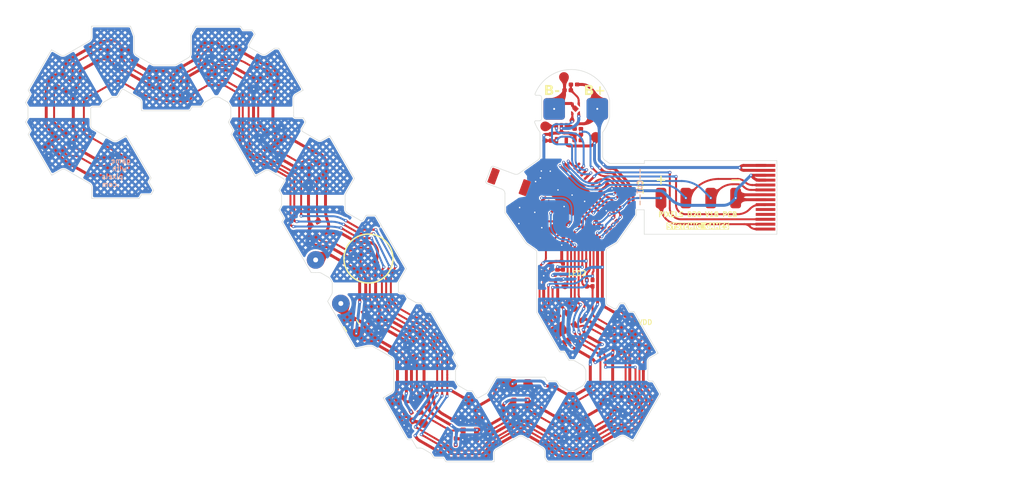
<source format=kicad_pcb>
(kicad_pcb (version 20241229) (generator "pcbnew") (generator_version "9.0")
  (title_block (title "Pixels D20 Layout") (date "2022-08-26") (rev "13") (company "Systemic Games, LLC") (comment 1 "Flexible PCB, 0.13mm thickness"))
  (layers (0 "F.Cu" signal) (2 "B.Cu" signal) (13 "F.Paste" user) (15 "B.Paste" user) (5 "F.SilkS" user "F.Silkscreen") (7 "B.SilkS" user "B.Silkscreen") (1 "F.Mask" user) (3 "B.Mask" user) (25 "Edge.Cuts" user))
  (net 0 "")
  (net 1 "/ANTENNA_MECHANICAL")
  (net 2 "GND")
  (net 3 "VDD")
  (net 4 "VDC")
  (net 5 "Net-(L1-Pad2)")
  (net 6 "Net-(U1-DEC4)")
  (net 7 "+5V")
  (net 8 "VEE")
  (net 9 "Net-(U1-XC2)")
  (net 10 "Net-(U1-DEC1)")
  (net 11 "Net-(U1-XC1)")
  (net 12 "+BATT")
  (net 13 "RESET")
  (net 14 "SWDCLK")
  (net 15 "SWDIO")
  (net 16 "Net-(D2-DOUT)")
  (net 17 "Net-(D3-DOUT)")
  (net 18 "Net-(D4-DOUT)")
  (net 19 "Net-(D5-DOUT)")
  (net 20 "Net-(D6-DOUT)")
  (net 21 "Net-(D7-DOUT)")
  (net 22 "Net-(D8-DOUT)")
  (net 23 "Net-(D10-DIN)")
  (net 24 "Net-(D10-DOUT)")
  (net 25 "Net-(D11-DOUT)")
  (net 26 "Net-(D12-DOUT)")
  (net 27 "Net-(D13-DOUT)")
  (net 28 "Net-(D14-DOUT)")
  (net 29 "Net-(D15-DOUT)")
  (net 30 "Net-(D16-DOUT)")
  (net 31 "Net-(D17-DOUT)")
  (net 32 "Net-(D18-DOUT)")
  (net 33 "Net-(D19-DOUT)")
  (net 34 "Net-(D20-DOUT)")
  (net 35 "/SCL")
  (net 36 "/SDA")
  (net 37 "/ACC_INT")
  (net 38 "Net-(U1-DCC)")
  (net 39 "/ANT_50")
  (net 40 "/ANT_NRF")
  (net 41 "/ANTENNA")
  (net 42 "Net-(U1-DEC3)")
  (net 43 "/Wireless Charging/COILA")
  (net 44 "/Wireless Charging/COILB")
  (net 45 "/Wireless Charging/COIL_SENSE")
  (net 46 "/Wireless Charging/TH1")
  (net 47 "/Wireless Charging/VBAT_SENSE")
  (net 48 "/LEDs/LED_DATA")
  (net 51 "/Wireless Charging/B-")
  (net 52 "Net-(U7-BAT)")
  (net 53 "/LEDs/LED_RETURN")
  (net 54 "TX")
  (net 55 "Net-(U1-P0.28{slash}AIN4)")
  (net 56 "/Wireless Charging/PROG")
  (net 58 "/Wireless Charging/LED_EN_OUT")
  (net 59 "/Wireless Charging/STAT")
  (net 60 "/Wireless Charging/SM")
  (net 65 "/Wireless Charging/MAG1_")
  (net 67 "Net-(U1-P0.25)")
  (footprint "Pixels-dice:TX1812MWCA5-F01" (layer "F.Cu") (at 153.02 110.64 -90)
    (property "Reference" "D5" (hide yes))
    (property "Value" "TX1812MJA5")
  )
  (footprint "Pixels-dice:TX1812MWCA5-F01" (layer "F.Cu") (at 158.201218 107.649711 -30)
    (property "Reference" "D4" (hide yes))
    (property "Value" "TX1812MJA5")
  )
  (footprint "Pixels-dice:TX1812MWCA5-F01" (layer "F.Cu") (at 147.84 107.66 -90)
    (property "Reference" "D6" (hide yes))
    (property "Value" "TX1812MJA5")
  )
  (footprint "Pixels-dice:C_0402_1005Metric" (layer "F.Cu") (at 158.14 98.66 -150)
    (property "Reference" "C16" (hide yes))
    (property "Value" "10uF 6.3V 20%")
  )
  (footprint "Pixels-dice:TX1812MWCA5-F01" (layer "F.Cu") (at 153.36 98.64 30)
    (property "Reference" "D2" (hide yes))
    (property "Value" "TX1812MJA5")
  )
  (footprint "Pixels-dice:TX1812MWCA5-F01" (layer "F.Cu") (at 142.66 110.72 -90)
    (property "Reference" "D7" (hide yes))
    (property "Value" "TX1812MJA5")
  )
  (footprint "Pixels-dice:TX1812MWCA5-F01" (layer "F.Cu") (at 121.971218 80.760289 -150)
    (property "Reference" "D14" (hide yes))
    (property "Value" "TX1812MJA5")
  )
  (footprint "Pixels-dice:TX1812MWCA5-F01" (layer "F.Cu") (at 127.141218 83.750289 -150)
    (property "Reference" "D13" (hide yes))
    (property "Value" "TX1812MJA5")
  )
  (footprint "Pixels-dice:TX1812MWCA5-F01" (layer "F.Cu") (at 127.141218 89.720289 -150)
    (property "Reference" "D12" (hide yes))
    (property "Value" "TX1812MJA5")
  )
  (footprint "Pixels-dice:TX1812MWCA5-F01" (layer "F.Cu") (at 137.05 101.92 -150)
    (property "Reference" "D9" (hide yes))
    (property "Value" "TX1812MJA5")
  )
  (footprint "Pixels-dice:TX1812MWCA5-F01" (layer "F.Cu") (at 137.65 107.56 -150)
    (property "Reference" "D8" (hide yes))
    (property "Value" "TX1812MJA5")
  )
  (footprint "Pixels-dice:TX1812MWCA5-F01" (layer "F.Cu") (at 116.791218 71.800289 -90)
    (property "Reference" "D16" (hide yes))
    (property "Value" "TX1812MJA5")
  )
  (footprint "Pixels-dice:TX1812MWCA5-F01" (layer "F.Cu") (at 106.441218 71.799711 -90)
    (property "Reference" "D18" (hide yes))
    (property "Value" "TX1812MJA5")
  )
  (footprint "Pixels-dice:TX1812MWCA5-F01" (layer "F.Cu") (at 101.259711 80.768782 30)
    (property "Reference" "D20" (hide yes))
    (property "Value" "TX1812MJA5")
  )
  (footprint "Pixels-dice:TX1812MWCA5-F01" (layer "F.Cu") (at 106.440289 83.748782 90)
    (property "Reference" "D21" (hide yes))
    (property "Value" "TX1812MJA5")
  )
  (footprint "Pixels-dice:TX1812MWCA5-F01" (layer "F.Cu") (at 111.621218 74.780289 -90)
    (property "Reference" "D17" (hide yes))
    (property "Value" "TX1812MJA5")
  )
  (footprint "Pixels-dice:TX1812MWCA5-F01" (layer "F.Cu") (at 101.27 74.79 -30)
    (property "Reference" "D19" (hide yes))
    (property "Value" "TX1812MJA5")
  )
  (footprint "Pixels-dice:TestPoint_THTPad_D1.5mm_Drill0.7mm_nosilk" (layer "F.Cu") (at 126.93 92.85 30)
    (property "Reference" "P6" (hide yes))
    (property "Value" "COILB")
  )
  (footprint "Capacitor_SMD:C_0201_0603Metric" (layer "F.Cu") (at 141.22 111.41 90)
    (property "Reference" "C6" (hide yes))
    (property "Value" "0.1uF 10V 20%")
  )
  (footprint "Pixels-dice:AW35122" (layer "F.Cu") (at 151.67 94.68 90)
    (property "Reference" "U5" (hide yes))
    (property "Value" "AW35122")
  )
  (footprint "Package_TO_SOT_SMD:SOT-553" (layer "F.Cu") (at 116.84 73.94)
    (property "Reference" "U8" (hide yes))
    (property "Value" "SL1605")
  )
  (footprint "Pixels-dice:TestPoint_THTPad_D1.5mm_Drill0.7mm_nosilk" (layer "F.Cu") (at 129.5 97.3 30)
    (property "Reference" "P5" (hide yes))
    (property "Value" "COILA")
  )
  (footprint "Pixels-dice:FPB1_1-4" (layer "F.Cu") (at 160.008959 101.526042 -150)
    (property "Reference" "U6" (hide yes))
    (property "Value" "ME6230")
  )
  (footprint "Pixels-dice:TX1812MWCA5-F01" (layer "F.Cu") (at 132.32 92.71 -150)
    (property "Reference" "D11" (hide yes))
    (property "Value" "TX1812MJA5")
  )
  (footprint "Capacitor_SMD:C_0201_0603Metric" (layer "F.Cu") (at 123.69 79.78 120)
    (property "Reference" "C24" (hide yes))
    (property "Value" "0.1uF 10V 20%")
  )
  (footprint "Capacitor_SMD:C_0201_0603Metric" (layer "F.Cu") (at 150.188489 83.993956 135)
    (property "Reference" "C7" (hide yes))
    (property "Value" "100pF NP0 10V 2%")
  )
  (footprint "Inductor_SMD:L_0603_1608Metric" (layer "F.Cu") (at 150.65 90.3 -135)
    (property "Reference" "L1")
    (property "Value" "10uH 100mA 20%")
  )
  (footprint "Capacitor_SMD:C_0201_0603Metric" (layer "F.Cu") (at 148.35 87.06 125)
    (property "Reference" "C5" (hide yes))
    (property "Value" "8pF 10V 10%")
  )
  (footprint "Capacitor_SMD:C_0201_0603Metric" (layer "F.Cu") (at 152.48 90.23 -135)
    (property "Reference" "C3" (hide yes))
    (property "Value" "0.1uF 10V 20%")
  )
  (footprint "Capacitor_SMD:C_0201_0603Metric" (layer "F.Cu") (at 148.58839 89.548315 35)
    (property "Reference" "C2" (hide yes))
    (property "Value" "8pF 10V 10%")
  )
  (footprint "Resistor_SMD:R_0201_0603Metric" (layer "F.Cu") (at 155.19 95.22 90)
    (property "Reference" "R10" (hide yes))
    (property "Value" "3.9k 1%")
  )
  (footprint "Pixels-dice:QFN-32-1EP_5x5mm_P0.5mm_EP3.1x3.1mm" (layer "F.Cu") (at 153.1 86.226641 135)
    (property "Reference" "U1" (hide yes))
    (property "Value" "N52810_QFN32")
  )
  (footprint "Capacitor_SMD:C_0201_0603Metric" (layer "F.Cu") (at 156.95 85.36 -45)
    (property "Reference" "C10" (hide yes))
    (property "Value" "0.1uF 10V 20%")
  )
  (footprint "Pixels-dice:TX1812MWCA5-F01" (layer "F.Cu") (at 158.182211 101.450433 30)
    (property "Reference" "D3" (hide yes))
    (property "Value" "TX1812MJA5")
  )
  (footprint "Pixels-dice:C_0402_1005Metric" (layer "F.Cu") (at 157 107 -120)
    (property "Reference" "C9" (hide yes))
    (property "Value" "10uF 6.3V 20%")
  )
  (footprint "Pixels-dice:C_0402_1005Metric" (layer "F.Cu") (at 158.55 99.39 30)
    (property "Reference" "C18")
    (property "Value" "4.7uF 10V 20%")
  )
  (footprint "Pixels-dice:TDFN-8-1EP_3x2mm_P0.5mm_EP1.3x1.4mm" (layer "F.Cu") (at 151.815609 99.996458 120)
    (property "Reference" "U4" (hide yes))
    (property "Value" "BL24C02F-NTRC")
  )
  (footprint "Resistor_SMD:R_0201_0603Metric" (layer "F.Cu") (at 151.28 93.86)
    (property "Reference" "R9" (hide yes))
    (property "Value" "100k 1%")
  )
  (footprint "Pixels-dice:C_0402_1005Metric" (layer "F.Cu") (at 151.56 91.35)
    (property "Reference" "C4")
    (property "Value" "4.7uF 10V 20%")
  )
  (footprint "Resistor_SMD:R_0201_0603Metric" (layer "F.Cu") (at 150.92 80.34 90)
    (property "Reference" "R6" (hide yes))
    (property "Value" "3.9k 1%")
  )
  (footprint "Pixels-dice:Hongjie 10100 Solder Tabs" (layer "F.Cu") (at 153.47 77.42 180)
    (property "Reference" "J3" (hide yes))
    (property "Value" "Conn_01x02")
  )
  (footprint "Pixels-dice:TX1812MWCA5-F01" (layer "F.Cu") (at 132.62 98.55 -150)
    (property "Reference" "D10" (hide yes))
    (property "Value" "TX1812MJA5")
  )
  (footprint "Capacitor_SMD:C_0402_1005Metric" (layer "F.Cu") (at 136.41 109.53 -150)
    (property "Reference" "C13" (hide yes))
    (property "Value" "4.7uF 25V 20%")
  )
  (footprint "Pixels-dice:SOT-363_SC-70-6" (layer "F.Cu") (at 135.66 107.93 120)
    (property "Reference" "D1")
    (property "Value" "BAV99S" (hide yes))
  )
  (footprint "Pixels-dice:TX1812MWCA5-F01" (layer "F.Cu") (at 122.07 74.71 -150)
    (property "Reference" "D15" (hide yes))
    (property "Value" "TX1812MJA5")
  )
  (footprint "Capacitor_SMD:C_0201_0603Metric" (layer "F.Cu") (at 99.46 81.79 -60)
    (property "Reference" "C25" (hide yes))
    (property "Value" "0.1uF 10V 20%")
  )
  (footprint "Capacitor_SMD:C_0603_1608Metric" (layer "F.Cu") (at 147.8 105.51)
    (property "Reference" "C15" (hide yes))
    (property "Value" "22uF 10V 20%")
  )
  (footprint "Inductor_SMD:L_0201_0603Metric" (layer "F.Cu") (at 149.10369 91.097385 135)
    (property "Reference" "L2" (hide yes))
    (property "Value" "15nH 100mA 5%")
  )
  (footprint "Pixels-dice:C_0402_1005Metric" (layer "F.Cu") (at 149.67 89.9 45)
    (property "Reference" "C1")
    (property "Value" "4.7uF 10V 20%")
  )
  (footprint "Capacitor_SMD:C_0201_0603Metric" (layer "F.Cu") (at 153.52 108.09 -120)
    (property "Reference" "C21" (hide yes))
    (property "Value" "10nF 25V 10%")
  )
  (footprint "Resistor_SMD:R_0201_0603Metric" (layer "F.Cu") (at 153.68 79.46)
    (property "Reference" "R7" (hide yes))
    (property "Value" "3.9M 1%")
  )
  (footprint "Resistor_SMD:R_0201_0603Metric" (layer "F.Cu") (at 153.014045 107.78634 60)
    (property "Reference" "R2" (hide yes))
    (property "Value" "3.9M 1%")
  )
  (footprint "Resistor_SMD:R_0201_0603Metric" (layer "F.Cu") (at 153.679999 80.04 180)
    (property "Reference" "R8" (hide yes))
    (property "Value" "10M 1%")
  )
  (footprint "Resistor_SMD:R_0201_0603Metric" (layer "F.Cu") (at 152.7 107.16 -120)
    (property "Reference" "R1" (hide yes))
    (property "Value" "3.9M 1%")
  )
  (footprint "Capacitor_SMD:C_0201_0603Metric" (layer "F.Cu") (at 153.675 80.630001 180)
    (property "Reference" "C22" (hide yes))
    (property "Value" "10nF 25V 10%")
  )
  (footprint "Pixels-dice:Crystal_SMD_2016-4Pin_2.0x1.6mm" (layer "F.Cu") (at 147.71 88.32 125)
    (property "Reference" "Y1" (hide yes))
    (property "Value" "32MHz 40ppm")
  )
  (footprint "Package_LGA:LGA-12_2x2mm_P0.5mm" (layer "F.Cu") (at 156.578804 88.892972 -135)
    (property "Reference" "U2")
    (property "Value" "SC7A20HTR")
  )
  (footprint "Pixels-dice:SOT-23" (layer "F.Cu") (at 142.67 108.23 -90)
    (property "Reference" "U3" (hide yes))
    (property "Value" "PJ75BL50SA")
  )
  (footprint "Capacitor_SMD:C_0805_2012Metric" (layer "F.Cu") (at 130.6 99.55 -60)
    (property "Reference" "C19")
    (property "Value" "12nF 50V 5% NP0")
  )
  (footprint "Pixels-dice:TEST_PIN" (layer "F.Cu") (at 152.82 97.21)
    (property "Reference" "W1" (hide yes))
    (property "Value" "LED_DATA1" (hide yes))
  )
  (footprint "Capacitor_SMD:C_0201_0603Metric" (layer "F.Cu") (at 152.65 75.52 180)
    (property "Reference" "C23" (hide yes))
    (property "Value" "0.1uF 10V 20%")
  )
  (footprint "Inductor_SMD:L_0201_0603Metric" (layer "F.Cu") (at 148.84 83.71 -145.2)
    (property "Reference" "L3" (hide yes))
    (property "Value" "1.8nH 5%")
  )
  (footprint "Package_DFN_QFN:UDFN-4-1EP_1x1mm_P0.65mm_EP0.48x0.48mm" (layer "F.Cu") (at 153.45 77.41 -90)
    (property "Reference" "U7" (hide yes))
    (property "Value" "DS6101")
  )
  (footprint "Pixels-dice:TEST_PIN" (layer "F.Cu") (at 150.31 80.67 180)
    (property "Reference" "W2" (hide yes))
    (property "Value" "PROG" (hide yes))
  )
  (footprint "Pixels-dice:TEST_PIN" (layer "F.Cu") (at 152.37 95.49)
    (property "Reference" "W21" (hide yes))
    (property "Value" "LED2")
  )
  (footprint "Package_TO_SOT_SMD:SOT-553" (layer "F.Cu") (at 152.01 79.9175 -90)
    (property "Reference" "U9" (hide yes))
    (property "Value" "XT4051")
  )
  (footprint "Pixels-dice:TEST_PIN" (layer "F.Cu") (at 159.31 100.49)
    (property "Reference" "W25" (hide yes))
    (property "Value" "VDD")
  )
  (footprint "Resistor_SMD:R_0201_0603Metric" (layer "F.Cu") (at 146.16 105.6 -90)
    (property "Reference" "R4" (hide yes))
    (property "Value" "10k 1%")
  )
  (footprint "Pixels-dice:TEST_PIN" (layer "F.Cu") (at 137.95 109.56)
    (property "Reference" "W16" (hide yes))
    (property "Value" "VIN" (hide yes))
  )
  (footprint "Resistor_SMD:R_0201_0603Metric" (layer "F.Cu") (at 153.3 74.93 180)
    (property "Reference" "R12" (hide yes))
    (property "Value" "510R 1%")
  )
  (footprint "Capacitor_SMD:C_0201_0603Metric" (layer "F.Cu") (at 151.100654 83.562615 -135.2)
    (property "Reference" "C8" (hide yes))
    (property "Value" "0.8pF 10V 5% C0G")
  )
  (footprint "Resistor_SMD:R_0201_0603Metric" (layer "F.Cu") (at 154.6 95.23 90)
    (property "Reference" "R11" (hide yes))
    (property "Value" "3.9k 1%")
  )
  (footprint "Capacitor_SMD:C_0201_0603Metric" (layer "F.Cu") (at 149.15 84.62 -45.2)
    (property "Reference" "C11" (hide yes))
    (property "Value" "DNP")
  )
  (footprint "Pixels-dice:TEST_PIN" (layer "F.Cu") (at 152.08 109.15)
    (property "Reference" "W4" (hide yes))
    (property "Value" "VDC" (hide yes))
  )
  (footprint "Pixels-dice:TEST_PIN" (layer "F.Cu") (at 152.27 74.17 180)
    (property "Reference" "W24" (hide yes))
    (property "Value" "B-" (hide yes))
  )
  (footprint "Pixels-dice:FPC_14" (layer "F.Cu") (at 172.84 83.2 -90)
    (property "Reference" "J1" (hide yes))
    (property "Value" "Conn_01x14")
  )
  (footprint "Pixels-dice:CHIP_ANT" (layer "F.Cu") (at 148.275438 85.467007 69.8)
    (property "Reference" "AE1" (hide yes))
    (property "Value" "Antenna_Chip" (hide yes))
  )
  (footprint "Inductor_SMD:L_0201_0603Metric" (layer "F.Cu") (at 150.641037 83.102999 -135.2)
    (property "Reference" "L5" (hide yes))
    (property "Value" "3.9nH 5%")
  )
  (footprint "Pixels-dice:FPC-POGO-4" (layer "F.Cu") (at 165.9796 86.53)
    (property "Reference" "J2" (hide yes))
    (property "Value" "Conn_01x04")
  )
  (footprint "Resistor_SMD:R_0201_0603Metric" (layer "F.Cu") (at 152.18 93.52 90)
    (property "Reference" "TH1" (hide yes))
    (property "Value" "NTC 100k @ 25C")
  )
  (footprint "Capacitor_SMD:C_0201_0603Metric" (layer "F.Cu") (at 149.64 84.25 -45.2)
    (property "Reference" "C12" (hide yes))
    (property "Value" "DNP")
  )
  (footprint "Resistor_SMD:R_0201_0603Metric" (layer "F.Cu") (at 149.95 87.77 135)
    (property "Reference" "R5" (hide yes))
    (property "Value" "100k 1%")
  )
  (footprint "Pixels-dice:TEST_PIN" (layer "F.Cu") (at 155.51 80.29)
    (property "Reference" "W15" (hide yes))
    (property "Value" "+5V" (hide yes))
  )
  (footprint "Pixels-dice:TEST_PIN" (layer "F.Cu") (at 150.36 79.21 180)
    (property "Reference" "W17" (hide yes))
    (property "Value" "STAT" (hide yes))
  )
  (footprint "Resistor_SMD:R_0201_0603Metric" (layer "F.Cu") (at 149.518665 88.215478 -45)
    (property "Reference" "R3")
    (property "Value" "348k 1%")
  )
  (footprint "Pixels-dice:TEST_PIN" (layer "F.Cu") (at 153.09 78.62 180)
    (property "Reference" "W5" (hide yes))
    (property "Value" "SM" (hide yes))
  )
  (gr_circle (center 132.32 92.71) (end 129.82 92.71) (stroke (width 0.15)) (fill no) (layer "F.SilkS"))
  (gr_line (start 160.48 82.7) (end 174 82.7) (stroke (width 0.05)) (layer "Edge.Cuts"))
  (gr_arc (start 103.976367 77.411) (mid 104.034955 77.269555) (end 104.1764 77.210967) (stroke (width 0.05)) (layer "Edge.Cuts"))
  (gr_arc (start 106.081611 76.284169) (mid 106.203923 76.232567) (end 106.3355 76.214953) (stroke (width 0.05)) (layer "Edge.Cuts"))
  (gr_arc (start 112.754848 72.882812) (mid 112.634285 72.932763) (end 112.5049 72.9498) (stroke (width 0.05)) (layer "Edge.Cuts"))
  (gr_line (start 149.493098 96.001805) (end 149.493098 92.0141) (stroke (width 0.05)) (layer "Edge.Cuts"))
  (gr_line (start 149.493099 97.416521) (end 149.493099 96.564191) (stroke (width 0.05)) (layer "Edge.Cuts"))
  (gr_line (start 107.623622 80.130144) (end 110.132437 84.475541) (stroke (width 0.05)) (layer "Edge.Cuts"))
  (gr_arc (start 141.202356 104.231433) (mid 141.219965 104.104266) (end 141.269359 103.985767) (stroke (width 0.05)) (layer "Edge.Cuts"))
  (gr_line (start 127.2681 94.142178) (end 126.902075 94.142178) (stroke (width 0.05)) (layer "Edge.Cuts"))
  (gr_line (start 129.940001 86.2968) (end 129.940001 87.6343) (stroke (width 0.05)) (layer "Edge.Cuts"))
  (gr_line (start 136.027221 96.264191) (end 136.210233 96.581175) (stroke (width 0.05)) (layer "Edge.Cuts"))
  (gr_arc (start 161.03 105.23) (mid 160.888579 105.171421) (end 160.83 105.03) (stroke (width 0.05)) (layer "Edge.Cuts"))
  (gr_line (start 97.576354 77.210966) (end 97.576354 78.336966) (stroke (width 0.05)) (layer "Edge.Cuts"))
  (gr_line (start 138.977511 113.065418) (end 138.794487 112.748413) (stroke (width 0.05)) (layer "Edge.Cuts"))
  (gr_arc (start 104.226378 79.494352) (mid 104.043348 79.311323) (end 103.976353 79.0613) (stroke (width 0.05)) (layer "Edge.Cuts"))
  (gr_line (start 156.434108 82.650422) (end 156.927151 83) (stroke (width 0.05)) (layer "Edge.Cuts"))
  (gr_line (start 137.390273 97.260203) (end 137.752366 97.260203) (stroke (width 0.05)) (layer "Edge.Cuts"))
  (gr_line (start 149.75 76.032871) (end 149.42967 76.032871) (stroke (width 0.05)) (layer "Edge.Cuts"))
  (gr_line (start 133.038032 88.296591) (end 136.183847 93.7453) (stroke (width 0.05)) (layer "Edge.Cuts"))
  (gr_arc (start 106.725606 80.648598) (mid 106.475606 80.71559) (end 106.225605 80.648604) (stroke (width 0.05)) (layer "Edge.Cuts"))
  (gr_line (start 154.502943 104.2358) (end 154.502943 105.093829) (stroke (width 0.05)) (layer "Edge.Cuts"))
  (gr_line (start 149.409526 91.851483) (end 148.415734 91.155621) (stroke (width 0.05)) (layer "Edge.Cuts"))
  (gr_line (start 145.921257 85.610047) (end 144.434073 85.057261) (stroke (width 0.05)) (layer "Edge.Cuts"))
  (gr_line (start 104.226378 79.494352) (end 106.225605 80.648605) (stroke (width 0.05)) (layer "Edge.Cuts"))
  (gr_line (start 106.081611 76.284169) (end 105.342385 76.710962) (stroke (width 0.05)) (layer "Edge.Cuts"))
  (gr_arc (start 157.660382 97.766943) (mid 157.538887 97.86017) (end 157.387056 97.84018) (stroke (width 0.05)) (layer "Edge.Cuts"))
  (gr_arc (start 149.32578 75.871068) (mid 153.36062 73.414506) (end 156.924898 76.514598) (stroke (width 0.05)) (layer "Edge.Cuts"))
  (gr_arc (start 153.143824 103.105802) (mid 153.273221 103.122823) (end 153.3938 103.172764) (stroke (width 0.05)) (layer "Edge.Cuts"))
  (gr_line (start 124.676931 77.773967) (end 124.676931 78.137) (stroke (width 0.05)) (layer "Edge.Cuts"))
  (gr_line (start 130.889191 84.518723) (end 130.007031 86.046668) (stroke (width 0.05)) (layer "Edge.Cuts"))
  (gr_arc (start 156.590013 91.848772) (mid 156.616775 91.748787) (end 156.689957 91.675592) (stroke (width 0.05)) (layer "Edge.Cuts"))
  (gr_arc (start 142.566892 106.223817) (mid 142.434684 106.207477) (end 142.311476 106.156825) (stroke (width 0.05)) (layer "Edge.Cuts"))
  (gr_line (start 156.59 96.564191) (end 156.59 96.001804) (stroke (width 0.05)) (layer "Edge.Cuts"))
  (gr_line (start 118.209946 77.094943) (end 118.093926 76.893991) (stroke (width 0.05)) (layer "Edge.Cuts"))
  (gr_line (start 104.976354 77.210966) (end 104.1764 77.210967) (stroke (width 0.05)) (layer "Edge.Cuts"))
  (gr_arc (start 152.911774 106.223805) (mid 152.782376 106.206784) (end 152.661797 106.156843) (stroke (width 0.05)) (layer "Edge.Cuts"))
  (gr_line (start 149.493099 97.70994) (end 149.493099 98.216523) (stroke (width 0.05)) (layer "Edge.Cuts"))
  (gr_arc (start 150 78.388548) (mid 149.926795 78.565358) (end 149.75 78.638548) (stroke (width 0.05)) (layer "Edge.Cuts"))
  (gr_line (start 110.132437 84.475541) (end 109.901497 84.875541) (stroke (width 0.05)) (layer "Edge.Cuts"))
  (gr_arc (start 105.159362 76.893986) (mid 105.238826 76.790426) (end 105.342385 76.710962) (stroke (width 0.05)) (layer "Edge.Cuts"))
  (gr_arc (start 153.393857 106.156811) (mid 153.273239 106.206773) (end 153.1438 106.223817) (stroke (width 0.05)) (layer "Edge.Cuts"))
  (gr_line (start 110.487949 72.9498) (end 112.5049 72.9498) (stroke (width 0.05)) (layer "Edge.Cuts"))
  (gr_line (start 149.493099 97.416521) (end 149.493099 97.70994) (stroke (width 0.05)) (layer "Edge.Cuts"))
  (gr_line (start 105.159362 76.893986) (end 104.976354 77.210966) (stroke (width 0.05)) (layer "Edge.Cuts"))
  (gr_line (start 103.832439 85.02439) (end 101.446079 83.646624) (stroke (width 0.05)) (layer "Edge.Cuts"))
  (gr_line (start 119.501788 69.373352) (end 120.501787 69.373352) (stroke (width 0.05)) (layer "Edge.Cuts"))
  (gr_line (start 128.557018 95.016597) (end 128.444206 94.821202) (stroke (width 0.05)) (layer "Edge.Cuts"))
  (gr_line (start 114.18 69.909815) (end 114.72 68.9732) (stroke (width 0.05)) (layer "Edge.Cuts"))
  (gr_arc (start 110.487949 72.949788) (mid 110.35663 72.932911) (end 110.234336 72.882179) (stroke (width 0.05)) (layer "Edge.Cuts"))
  (gr_line (start 123.202077 87.733591) (end 123.38509 87.416603) (stroke (width 0.05)) (layer "Edge.Cuts"))
  (gr_line (start 110.151498 86.174579) (end 109.151497 86.174579) (stroke (width 0.05)) (layer "Edge.Cuts"))
  (gr_arc (start 125.599858 79.736489) (mid 125.506662 79.615073) (end 125.526632 79.463321) (stroke (width 0.05)) (layer "Edge.Cuts"))
  (gr_line (start 157.660382 97.766943) (end 157.952943 97.260203) (stroke (width 0.05)) (layer "Edge.Cuts"))
  (gr_line (start 133.821425 106.926842) (end 134.649947 106.448495) (stroke (width 0.05)) (layer "Edge.Cuts"))
  (gr_line (start 104.082439 86.574579) (end 104.082439 85.4574) (stroke (width 0.05)) (layer "Edge.Cuts"))
  (gr_line (start 128.261198 94.638194) (end 127.518111 94.20917) (stroke (width 0.05)) (layer "Edge.Cuts"))
  (gr_line (start 159.414824 98.126229) (end 161.868055 102.375349) (stroke (width 0.05)) (layer "Edge.Cuts"))
  (gr_arc (start 116.432572 76.283808) (mid 116.554641 76.232474) (end 116.6859 76.214953) (stroke (width 0.05)) (layer "Edge.Cuts"))
  (gr_line (start 127.602629 80.604145) (end 128.372488 80.159667) (stroke (width 0.05)) (layer "Edge.Cuts"))
  (gr_line (start 141.269375 105.343872) (end 141.385364 105.544765) (stroke (width 0.05)) (layer "Edge.Cuts"))
  (gr_arc (start 149.827724 79.803946) (mid 149.516744 79.321783) (end 149.278001 78.800064) (stroke (width 0.05)) (layer "Edge.Cuts"))
  (gr_line (start 109.157583 77.610966) (end 109.157583 76.7719) (stroke (width 0.05)) (layer "Edge.Cuts"))
  (gr_line (start 137.618391 112.069405) (end 137.252366 112.069405) (stroke (width 0.05)) (layer "Edge.Cuts"))
  (gr_line (start 149.827724 82.242441) (end 149.827724 79.803946) (stroke (width 0.05)) (layer "Edge.Cuts"))
  (gr_line (start 145.092467 83.294303) (end 147.216893 84.080678) (stroke (width 0.05)) (layer "Edge.Cuts"))
  (gr_arc (start 141.568401 105.727809) (mid 141.464834 105.648336) (end 141.385364 105.544765) (stroke (width 0.05)) (layer "Edge.Cuts"))
  (gr_line (start 152.661797 106.156843) (end 151.916101 105.726314) (stroke (width 0.05)) (layer "Edge.Cuts"))
  (gr_line (start 122.726931 71.23539) (end 121.923236 71.798144) (stroke (width 0.05)) (layer "Edge.Cuts"))
  (gr_line (start 138.714246 98.126229) (end 141.183306 102.402767) (stroke (width 0.05)) (layer "Edge.Cuts"))
  (gr_line (start 106.725613 80.64861) (end 107.623622 80.130144) (stroke (width 0.05)) (layer "Edge.Cuts"))
  (gr_line (start 144.430002 106.435358) (end 143.567939 106.93307) (stroke (width 0.05)) (layer "Edge.Cuts"))
  (gr_line (start 160.830002 103.263399) (end 160.83 105.03) (stroke (width 0.05)) (layer "Edge.Cuts"))
  (gr_line (start 128.627221 96.124808) (end 128.627221 95.2722) (stroke (width 0.05)) (layer "Edge.Cuts"))
  (gr_line (start 97.826353 75.911927) (end 97.595414 75.511928) (stroke (width 0.05)) (layer "Edge.Cuts"))
  (gr_line (start 136.752366 111.203379) (end 136.290485 111.203381) (stroke (width 0.05)) (layer "Edge.Cuts"))
  (gr_arc (start 103.832425 85.024414) (mid 104.015447 85.207408) (end 104.082439 85.4574) (stroke (width 0.05)) (layer "Edge.Cuts"))
  (gr_line (start 161.868055 102.375349) (end 161.080051 102.830302) (stroke (width 0.05)) (layer "Edge.Cuts"))
  (gr_arc (start 114.179988 71.771328) (mid 114.113035 72.021311) (end 113.930048 72.204312) (stroke (width 0.05)) (layer "Edge.Cuts"))
  (gr_line (start 159.66 88.28) (end 159.66 87.73) (stroke (width 0.05)) (layer "Edge.Cuts"))
  (gr_line (start 154.433506 103.981538) (end 154.319926 103.784809) (stroke (width 0.05)) (layer "Edge.Cuts"))
  (gr_line (start 150.052118 112.028016) (end 148.113202 110.908584) (stroke (width 0.05)) (layer "Edge.Cuts"))
  (gr_line (start 130.95 101.93) (end 128.154263 97.083384) (stroke (width 0.05)) (layer "Edge.Cuts"))
  (gr_line (start 130.190099 88.067488) (end 131.531526 88.841961) (stroke (width 0.05)) (layer "Edge.Cuts"))
  (gr_line (start 160.46 87.73) (end 160.46 90.23) (stroke (width 0.05)) (layer "Edge.Cuts"))
  (gr_arc (start 149.75 76.032871) (mid 149.926787 76.106093) (end 150 76.282871) (stroke (width 0.05)) (layer "Edge.Cuts"))
  (gr_arc (start 145.150016 112.619418) (mid 145.216997 112.369416) (end 145.400008 112.186401) (stroke (width 0.05)) (layer "Edge.Cuts"))
  (gr_line (start 114.72 68.9732) (end 119.270847 68.973352) (stroke (width 0.05)) (layer "Edge.Cuts"))
  (gr_line (start 100.946059 83.646613) (end 99.996516 84.194832) (stroke (width 0.05)) (layer "Edge.Cuts"))
  (gr_arc (start 145.921257 85.610047) (mid 146.159655 85.793232) (end 146.25 86.08) (stroke (width 0.05)) (layer "Edge.Cuts"))
  (gr_line (start 158.452943 97.260203) (end 158.952943 98.126229) (stroke (width 0.05)) (layer "Edge.Cuts"))
  (gr_arc (start 156.694818 97.440517) (mid 156.61819 97.366931) (end 156.59 97.2645) (stroke (width 0.05)) (layer "Edge.Cuts"))
  (gr_line (start 155.25 113.465418) (end 150.55874 113.465418) (stroke (width 0.05)) (layer "Edge.Cuts"))
  (gr_line (start 104.051496 68.9698) (end 108.03825 68.9698) (stroke (width 0.05)) (layer "Edge.Cuts"))
  (gr_arc (start 130.190099 88.067488) (mid 130.007012 87.884401) (end 129.940001 87.6343) (stroke (width 0.05)) (layer "Edge.Cuts"))
  (gr_line (start 125.926933 78.769978) (end 125.526632 79.463321) (stroke (width 0.05)) (layer "Edge.Cuts"))
  (gr_arc (start 118.209922 77.094957) (mid 118.25989 77.215515) (end 118.276933 77.344901) (stroke (width 0.05)) (layer "Edge.Cuts"))
  (gr_line (start 155.250001 112.766315) (end 155.25 113.465418) (stroke (width 0.05)) (layer "Edge.Cuts"))
  (gr_arc (start 104.051497 70.0862) (mid 103.984523 70.336149) (end 103.801548 70.519124) (stroke (width 0.05)) (layer "Edge.Cuts"))
  (gr_line (start 116.43256 76.283788) (end 115.692682 76.710958) (stroke (width 0.05)) (layer "Edge.Cuts"))
  (gr_line (start 132.160319 101.652622) (end 130.95 101.93) (stroke (width 0.05)) (layer "Edge.Cuts"))
  (gr_line (start 147.608712 110.911205) (end 145.400008 112.186401) (stroke (width 0.05)) (layer "Edge.Cuts"))
  (gr_line (start 150.321715 104.827805) (end 150.552655 105.227804) (stroke (width 0.05)) (layer "Edge.Cuts"))
  (gr_line (start 150.55874 113.465418) (end 150.3 113.017268) (stroke (width 0.05)) (layer "Edge.Cuts"))
  (gr_line (start 123.651009 84.563979) (end 122.240678 83.749725) (stroke (width 0.05)) (layer "Edge.Cuts"))
  (gr_line (start 174 82.7) (end 174 90.23) (stroke (width 0.05)) (layer "Edge.Cuts"))
  (gr_line (start 120.76525 84.312883) (end 118.295992 80.036004) (stroke (width 0.05)) (layer "Edge.Cuts"))
  (gr_line (start 128.372488 80.159667) (end 130.889191 84.518723) (stroke (width 0.05)) (layer "Edge.Cuts"))
  (gr_line (start 149.493099 96.564191) (end 149.493098 96.001805) (stroke (width 0.05)) (layer "Edge.Cuts"))
  (gr_arc (start 108.677975 71.978734) (mid 108.490537 71.79523) (end 108.42175 71.5421) (stroke (width 0.05)) (layer "Edge.Cuts"))
  (gr_line (start 121.740674 83.749722) (end 120.76525 84.312883) (stroke (width 0.05)) (layer "Edge.Cuts"))
  (gr_arc (start 150.052118 112.028016) (mid 150.233624 112.210861) (end 150.3 112.4598) (stroke (width 0.05)) (layer "Edge.Cuts"))
  (gr_line (start 97.326353 78.769979) (end 97.576354 78.336966) (stroke (width 0.05)) (layer "Edge.Cuts"))
  (gr_line (start 126.468933 94.142178) (end 123.485506 88.97473) (stroke (width 0.05)) (layer "Edge.Cuts"))
  (gr_arc (start 135.578597 96.264184) (mid 135.437189 96.205609) (end 135.378616 96.0642) (stroke (width 0.05)) (layer "Edge.Cuts"))
  (gr_line (start 128.154263 97.083384) (end 128.560229 96.380223) (stroke (width 0.05)) (layer "Edge.Cuts"))
  (gr_line (start 141.452366 103.668791) (end 141.269359 103.985767) (stroke (width 0.05)) (layer "Edge.Cuts"))
  (gr_line (start 108.910036 76.340323) (end 107.372647 75.452713) (stroke (width 0.05)) (layer "Edge.Cuts"))
  (gr_line (start 141.183306 102.402767) (end 140.952365 102.802766) (stroke (width 0.05)) (layer "Edge.Cuts"))
  (gr_line (start 106.701498 76.214953) (end 106.3355 76.214953) (stroke (width 0.05)) (layer "Edge.Cuts"))
  (gr_arc (start 141.269375 105.343872) (mid 141.21941 105.22325) (end 141.202367 105.093806) (stroke (width 0.05)) (layer "Edge.Cuts"))
  (gr_arc (start 156.924898 78.29386) (mid 156.65361 79.086762) (end 156.223162 79.805791) (stroke (width 0.05)) (layer "Edge.Cuts"))
  (gr_arc (start 123.385049 86.058506) (mid 123.435031 86.17914) (end 123.452078 86.308601) (stroke (width 0.05)) (layer "Edge.Cuts"))
  (gr_line (start 162.123938 106.553179) (end 159.34221 111.371273) (stroke (width 0.05)) (layer "Edge.Cuts"))
  (gr_line (start 108.677975 71.978734) (end 110.234336 72.882179) (stroke (width 0.05)) (layer "Edge.Cuts"))
  (gr_line (start 123.188812 71.23539) (end 125.657872 75.511929) (stroke (width 0.05)) (layer "Edge.Cuts"))
  (gr_arc (start 127.2681 94.142179) (mid 127.397515 94.159217) (end 127.518111 94.20917) (stroke (width 0.05)) (layer "Edge.Cuts"))
  (gr_line (start 137.252366 112.069405) (end 136.752366 111.203379) (stroke (width 0.05)) (layer "Edge.Cuts"))
  (gr_line (start 120.501787 69.373352) (end 120.751788 69.806365) (stroke (width 0.05)) (layer "Edge.Cuts"))
  (gr_line (start 150.3 113.017268) (end 150.3 112.4598) (stroke (width 0.05)) (layer "Edge.Cuts"))
  (gr_line (start 134.652118 102.778018) (end 132.797042 101.706988) (stroke (width 0.05)) (layer "Edge.Cuts"))
  (gr_line (start 160.48 83) (end 156.927151 83) (stroke (width 0.05)) (layer "Edge.Cuts"))
  (gr_line (start 125.676933 78.336966) (end 125.926933 78.769978) (stroke (width 0.05)) (layer "Edge.Cuts"))
  (gr_line (start 140.20845 113.465418) (end 139.97751 113.065418) (stroke (width 0.05)) (layer "Edge.Cuts"))
  (gr_line (start 114.095703 77.610966) (end 109.157583 77.610966) (stroke (width 0.05)) (layer "Edge.Cuts"))
  (gr_line (start 124.676932 76.364) (end 124.676931 77.773967) (stroke (width 0.05)) (layer "Edge.Cuts"))
  (gr_line (start 159.66 87.73) (end 160.46 87.73) (stroke (width 0.05)) (layer "Edge.Cuts"))
  (gr_line (start 140.952365 102.802766) (end 141.452366 103.668791) (stroke (width 0.05)) (layer "Edge.Cuts"))
  (gr_line (start 122.726931 71.23539) (end 123.188812 71.23539) (stroke (width 0.05)) (layer "Edge.Cuts"))
  (gr_line (start 116.9178 76.214953) (end 116.6859 76.214953) (stroke (width 0.05)) (layer "Edge.Cuts"))
  (gr_arc (start 136.393221 96.764165) (mid 136.289682 96.684715) (end 136.210233 96.581175) (stroke (width 0.05)) (layer "Edge.Cuts"))
  (gr_arc (start 151.916101 105.726314) (mid 151.81408 105.647299) (end 151.735677 105.544807) (stroke (width 0.05)) (layer "Edge.Cuts"))
  (gr_arc (start 134.652118 102.778018) (mid 134.833623 102.960862) (end 134.9 103.209801) (stroke (width 0.05)) (layer "Edge.Cuts"))
  (gr_line (start 154.136906 103.601797) (end 153.3938 103.172763) (stroke (width 0.05)) (layer "Edge.Cuts"))
  (gr_line (start 99.977077 71.386765) (end 100.887891 71.912624) (stroke (width 0.05)) (layer "Edge.Cuts"))
  (gr_arc (start 131.806123 88.766193) (mid 131.684681 88.861544) (end 131.531526 88.84196) (stroke (width 0.05)) (layer "Edge.Cuts"))
  (gr_line (start 110.401498 85.741566) (end 110.151498 86.174579) (stroke (width 0.05)) (layer "Edge.Cuts"))
  (gr_line (start 150.552655 105.227804) (end 151.552654 105.227804) (stroke (width 0.05)) (layer "Edge.Cuts"))
  (gr_line (start 135.378616 95.14) (end 135.378616 96.0642) (stroke (width 0.05)) (layer "Edge.Cuts"))
  (gr_line (start 156.223162 80.480017) (end 156.223162 82.2425) (stroke (width 0.05)) (layer "Edge.Cuts"))
  (gr_line (start 107.099299 75.525944) (end 106.701498 76.214953) (stroke (width 0.05)) (layer "Edge.Cuts"))
  (gr_arc (start 143.5679 106.933003) (mid 143.416137 106.952984) (end 143.294696 106.859799) (stroke (width 0.05)) (layer "Edge.Cuts"))
  (gr_line (start 156.223162 80.480017) (end 156.223161 79.805791) (stroke (width 0.05)) (layer "Edge.Cuts"))
  (gr_line (start 138.252366 98.126229) (end 138.714246 98.126229) (stroke (width 0.05)) (layer "Edge.Cuts"))
  (gr_arc (start 137.390273 97.260203) (mid 137.258829 97.243674) (end 137.136336 97.193213) (stroke (width 0.05)) (layer "Edge.Cuts"))
  (gr_arc (start 137.618391 112.069422) (mid 137.747826 112.086461) (end 137.868439 112.136421) (stroke (width 0.05)) (layer "Edge.Cuts"))
  (gr_arc (start 121.740687 83.749745) (mid 121.99068 83.682743) (end 122.240678 83.749725) (stroke (width 0.05)) (layer "Edge.Cuts"))
  (gr_line (start 156.694818 97.440517) (end 157.387056 97.840181) (stroke (width 0.05)) (layer "Edge.Cuts"))
  (gr_line (start 123.702076 88.599616) (end 123.202077 87.733591) (stroke (width 0.05)) (layer "Edge.Cuts"))
  (gr_arc (start 120.210951 71.142915) (mid 120.117815 71.021537) (end 120.137785 70.869852) (stroke (width 0.05)) (layer "Edge.Cuts"))
  (gr_arc (start 132.5471 101.640017) (mid 132.676479 101.65705) (end 132.797042 101.706988) (stroke (width 0.05)) (layer "Edge.Cuts"))
  (gr_arc (start 101.38795 71.9126) (mid 101.137924 71.979614) (end 100.887891 71.912624) (stroke (width 0.05)) (layer "Edge.Cuts"))
  (gr_line (start 145.358123 104.827804) (end 144.430002 106.435358) (stroke (width 0.05)) (layer "Edge.Cuts"))
  (gr_arc (start 147.68 84.02) (mid 147.455967 84.107746) (end 147.216893 84.080678) (stroke (width 0.05)) (layer "Edge.Cuts"))
  (gr_line (start 137.136336 97.193213) (end 136.393221 96.764165) (stroke (width 0.05)) (layer "Edge.Cuts"))
  (gr_arc (start 116.9178 76.214953) (mid 117.047223 76.231992) (end 117.167827 76.281948) (stroke (width 0.05)) (layer "Edge.Cuts"))
  (gr_line (start 103.976353 77.773966) (end 103.976353 79.0613) (stroke (width 0.05)) (layer "Edge.Cuts"))
  (gr_line (start 134.899995 106.015401) (end 134.9 103.209801) (stroke (width 0.05)) (layer "Edge.Cuts"))
  (gr_arc (start 118.276931 78.197799) (mid 118.260541 78.329937) (end 118.209894 78.453079) (stroke (width 0.05)) (layer "Edge.Cuts"))
  (gr_line (start 103.976353 77.411) (end 103.976353 77.773966) (stroke (width 0.05)) (layer "Edge.Cuts"))
  (gr_line (start 152.777799 103.105791) (end 152.2778 102.239766) (stroke (width 0.05)) (layer "Edge.Cuts"))
  (gr_line (start 117.910911 76.710976) (end 117.167827 76.281948) (stroke (width 0.05)) (layer "Edge.Cuts"))
  (gr_arc (start 149.278001 78.800166) (mid 149.282916 78.691417) (end 149.378001 78.638363) (stroke (width 0.05)) (layer "Edge.Cuts"))
  (gr_line (start 125.599845 79.736512) (end 127.102593 80.604124) (stroke (width 0.05)) (layer "Edge.Cuts"))
  (gr_line (start 125.657872 75.511929) (end 124.926961 75.933921) (stroke (width 0.05)) (layer "Edge.Cuts"))
  (gr_line (start 142.311476 106.156825) (end 141.568401 105.727809) (stroke (width 0.05)) (layer "Edge.Cuts"))
  (gr_arc (start 107.099314 75.525953) (mid 107.220812 75.432724) (end 107.372647 75.452713) (stroke (width 0.05)) (layer "Edge.Cuts"))
  (gr_line (start 154.136901 105.727814) (end 153.393857 106.156811) (stroke (width 0.05)) (layer "Edge.Cuts"))
  (gr_line (start 118.295992 80.036004) (end 118.526932 79.636003) (stroke (width 0.05)) (layer "Edge.Cuts"))
  (gr_line (start 123.38506 86.0585) (end 123.202078 85.741565) (stroke (width 0.05)) (layer "Edge.Cuts"))
  (gr_line (start 120.210951 71.142915) (end 121.386416 71.821579) (stroke (width 0.05)) (layer "Edge.Cuts"))
  (gr_line (start 120.751788 69.806365) (end 120.137784 70.869852) (stroke (width 0.05)) (layer "Edge.Cuts"))
  (gr_line (start 144.835916 83.410562) (end 144.313053 84.798104) (stroke (width 0.05)) (layer "Edge.Cuts"))
  (gr_line (start 118.276931 78.197799) (end 118.276933 77.344901) (stroke (width 0.05)) (layer "Edge.Cuts"))
  (gr_line (start 109.901497 84.875541) (end 110.401498 85.741566) (stroke (width 0.05)) (layer "Edge.Cuts"))
  (gr_line (start 159.34221 111.371273) (end 158.501381 110.88582) (stroke (width 0.05)) (layer "Edge.Cuts"))
  (gr_line (start 152.911774 106.223817) (end 153.1438 106.223817) (stroke (width 0.05)) (layer "Edge.Cuts"))
  (gr_line (start 145.15 112.619418) (end 145.15 113.465418) (stroke (width 0.05)) (layer "Edge.Cuts"))
  (gr_line (start 158.001368 110.885813) (end 155.499996 112.329979) (stroke (width 0.05)) (layer "Edge.Cuts"))
  (gr_arc (start 154.136906 103.601825) (mid 154.240466 103.681265) (end 154.319925 103.784809) (stroke (width 0.05)) (layer "Edge.Cuts"))
  (gr_line (start 142.927511 106.223817) (end 143.294696 106.859799) (stroke (width 0.05)) (layer "Edge.Cuts"))
  (gr_arc (start 123.651003 84.56399) (mid 123.744191 84.685435) (end 123.72421 84.837203) (stroke (width 0.05)) (layer "Edge.Cuts"))
  (gr_arc (start 117.910911 76.710976) (mid 118.014465 76.790437) (end 118.093926 76.893991) (stroke (width 0.05)) (layer "Edge.Cuts"))
  (gr_line (start 126.902075 94.142178) (end 126.468933 94.142178) (stroke (width 0.05)) (layer "Edge.Cuts"))
  (gr_line (start 118.526932 79.636003) (end 118.026932 78.769978) (stroke (width 0.05)) (layer "Edge.Cuts"))
  (gr_arc (start 147.608712 110.911205) (mid 147.860602 110.841603) (end 148.113202 110.908584) (stroke (width 0.05)) (layer "Edge.Cuts"))
  (gr_arc (start 155.250001 112.766315) (mid 155.316152 112.514432) (end 155.499996 112.329979) (stroke (width 0.05)) (layer "Edge.Cuts"))
  (gr_arc (start 100.94608 83.646649) (mid 101.196076 83.579643) (end 101.446079 83.646624) (stroke (width 0.05)) (layer "Edge.Cuts"))
  (gr_line (start 156.59 96.564191) (end 156.59 97.2645) (stroke (width 0.05)) (layer "Edge.Cuts"))
  (gr_line (start 114.326643 77.210966) (end 114.095703 77.610966) (stroke (width 0.05)) (layer "Edge.Cuts"))
  (gr_arc (start 123.452077 87.161209) (mid 123.435739 87.293406) (end 123.38509 87.416603) (stroke (width 0.05)) (layer "Edge.Cuts"))
  (gr_line (start 157.952943 97.260203) (end 158.452943 97.260203) (stroke (width 0.05)) (layer "Edge.Cuts"))
  (gr_arc (start 127.602614 80.604119) (mid 127.352604 80.671112) (end 127.102593 80.604124) (stroke (width 0.05)) (layer "Edge.Cuts"))
  (gr_line (start 142.566892 106.223817) (end 142.927511 106.223817) (stroke (width 0.05)) (layer "Edge.Cuts"))
  (gr_arc (start 128.261198 94.638194) (mid 128.364749 94.717651) (end 128.444206 94.821202) (stroke (width 0.05)) (layer "Edge.Cuts"))
  (gr_line (start 151.815919 102.239766) (end 149.493099 98.216523) (stroke (width 0.05)) (layer "Edge.Cuts"))
  (gr_line (start 99.996516 84.194832) (end 97.595414 80.036003) (stroke (width 0.05)) (layer "Edge.Cuts"))
  (gr_arc (start 144.835916 83.411559) (mid 144.939999 83.300021) (end 145.092467 83.294303) (stroke (width 0.05)) (layer "Edge.Cuts"))
  (gr_line (start 136.290485 111.203381) (end 133.821425 106.926842) (stroke (width 0.05)) (layer "Edge.Cuts"))
  (gr_arc (start 134.899995 106.015401) (mid 134.832995 106.265448) (end 134.649947 106.448494) (stroke (width 0.05)) (layer "Edge.Cuts"))
  (gr_line (start 119.270847 68.973352) (end 119.501788 69.373352) (stroke (width 0.05)) (layer "Edge.Cuts"))
  (gr_line (start 157.684401 91.101449) (end 156.689956 91.675592) (stroke (width 0.05)) (layer "Edge.Cuts"))
  (gr_line (start 151.552654 105.227804) (end 151.735677 105.544807) (stroke (width 0.05)) (layer "Edge.Cuts"))
  (gr_arc (start 129.940035 86.2968) (mid 129.957061 86.167322) (end 130.007031 86.046668) (stroke (width 0.05)) (layer "Edge.Cuts"))
  (gr_line (start 123.202078 85.741565) (end 123.724211 84.837203) (stroke (width 0.05)) (layer "Edge.Cuts"))
  (gr_line (start 150 76.282871) (end 150 78.388548) (stroke (width 0.05)) (layer "Edge.Cuts"))
  (gr_line (start 174 90.23) (end 160.46 90.23) (stroke (width 0.05)) (layer "Edge.Cuts"))
  (gr_arc (start 149.409526 91.851483) (mid 149.470982 91.922683) (end 149.493098 92.0141) (stroke (width 0.05)) (layer "Edge.Cuts"))
  (gr_arc (start 154.502916 105.093829) (mid 154.485891 105.223253) (end 154.43594 105.343857) (stroke (width 0.05)) (layer "Edge.Cuts"))
  (gr_line (start 141.202367 105.093806) (end 141.202356 104.231433) (stroke (width 0.05)) (layer "Edge.Cuts"))
  (gr_arc (start 160.830002 103.263399) (mid 160.897003 103.01335) (end 161.080051 102.830302) (stroke (width 0.05)) (layer "Edge.Cuts"))
  (gr_line (start 154.319941 105.544774) (end 154.43594 105.343857) (stroke (width 0.05)) (layer "Edge.Cuts"))
  (gr_arc (start 128.557018 95.016597) (mid 128.609351 95.139666) (end 128.627221 95.2722) (stroke (width 0.05)) (layer "Edge.Cuts"))
  (gr_line (start 149.75 78.638548) (end 149.378001 78.638548) (stroke (width 0.05)) (layer "Edge.Cuts"))
  (gr_line (start 145.15 113.465418) (end 140.20845 113.465418) (stroke (width 0.05)) (layer "Edge.Cuts"))
  (gr_line (start 152.2778 102.239766) (end 151.815919 102.239766) (stroke (width 0.05)) (layer "Edge.Cuts"))
  (gr_line (start 160.48 82.7) (end 160.48 83) (stroke (width 0.05)) (layer "Edge.Cuts"))
  (gr_arc (start 128.627221 96.124808) (mid 128.610882 96.257015) (end 128.560229 96.380223) (stroke (width 0.05)) (layer "Edge.Cuts"))
  (gr_arc (start 154.433506 103.981538) (mid 154.485272 104.104014) (end 154.502943 104.2358) (stroke (width 0.05)) (layer "Edge.Cuts"))
  (gr_line (start 124.8769 78.336966) (end 125.676933 78.336966) (stroke (width 0.05)) (layer "Edge.Cuts"))
  (gr_line (start 104.051497 70.0862) (end 104.051496 68.9698) (stroke (width 0.05)) (layer "Edge.Cuts"))
  (gr_arc (start 108.910036 76.340323) (mid 109.091303 76.523134) (end 109.157583 76.7719) (stroke (width 0.05)) (layer "Edge.Cuts"))
  (gr_line (start 147.68 84.02) (end 149.616762 82.650433) (stroke (width 0.05)) (layer "Edge.Cuts"))
  (gr_line (start 97.826354 79.636004) (end 97.326353 78.769979) (stroke (width 0.05)) (layer "Edge.Cuts"))
  (gr_line (start 138.609547 112.564299) (end 137.868439 112.13642) (stroke (width 0.05)) (layer "Edge.Cuts"))
  (gr_line (start 153.143824 103.10579) (end 152.777799 103.105791) (stroke (width 0.05)) (layer "Edge.Cuts"))
  (gr_line (start 136.183847 93.7453) (end 135.378616 95.14) (stroke (width 0.05)) (layer "Edge.Cuts"))
  (gr_line (start 132.2719 101.64) (end 132.5471 101.64) (stroke (width 0.05)) (layer "Edge.Cuts"))
  (gr_line (start 118.026932 78.769978) (end 118.209894 78.453079) (stroke (width 0.05)) (layer "Edge.Cuts"))
  (gr_line (start 131.806123 88.766193) (end 132.077247 88.296591) (stroke (width 0.05)) (layer "Edge.Cuts"))
  (gr_arc (start 156.434108 82.650422) (mid 156.279004 82.472123) (end 156.223162 82.2425) (stroke (width 0.05)) (layer "Edge.Cuts"))
  (gr_arc (start 124.8769 78.336966) (mid 124.735503 78.278397) (end 124.676931 78.137) (stroke (width 0.05)) (layer "Edge.Cuts"))
  (gr_line (start 139.97751 113.065418) (end 138.977511 113.065418) (stroke (width 0.05)) (layer "Edge.Cuts"))
  (gr_line (start 158.952943 98.126229) (end 159.414824 98.126229) (stroke (width 0.05)) (layer "Edge.Cuts"))
  (gr_line (start 145.358123 104.827804) (end 150.321715 104.827805) (stroke (width 0.05)) (layer "Edge.Cuts"))
  (gr_line (start 146.246519 88.034205) (end 146.25 86.08) (stroke (width 0.05)) (layer "Edge.Cuts"))
  (gr_line (start 114.18 69.909815) (end 114.18 71.771328) (stroke (width 0.05)) (layer "Edge.Cuts"))
  (gr_line (start 108.03825 68.9698) (end 108.42175 70.0046) (stroke (width 0.05)) (layer "Edge.Cuts"))
  (gr_line (start 123.452077 87.161209) (end 123.452078 86.308601) (stroke (width 0.05)) (layer "Edge.Cuts"))
  (gr_line (start 159.66 88.28) (end 157.684401 91.101449) (stroke (width 0.05)) (layer "Edge.Cuts"))
  (gr_line (start 109.151497 86.174579) (end 108.920557 86.574578) (stroke (width 0.05)) (layer "Edge.Cuts"))
  (gr_line (start 97.595414 75.511928) (end 99.977077 71.386765) (stroke (width 0.05)) (layer "Edge.Cuts"))
  (gr_line (start 97.576354 77.210966) (end 97.326354 76.777954) (stroke (width 0.05)) (layer "Edge.Cuts"))
  (gr_line (start 115.509659 76.893979) (end 115.326643 77.210966) (stroke (width 0.05)) (layer "Edge.Cuts"))
  (gr_line (start 123.485506 88.97473) (end 123.702076 88.599616) (stroke (width 0.05)) (layer "Edge.Cuts"))
  (gr_line (start 137.752366 97.260203) (end 138.252366 98.126229) (stroke (width 0.05)) (layer "Edge.Cuts"))
  (gr_line (start 101.387958 71.912614) (end 103.80155 70.519127) (stroke (width 0.05)) (layer "Edge.Cuts"))
  (gr_arc (start 154.319932 105.544769) (mid 154.240467 105.648341) (end 154.136901 105.727814) (stroke (width 0.05)) (layer "Edge.Cuts"))
  (gr_line (start 161.03 105.23) (end 161.36 105.23) (stroke (width 0.05)) (layer "Edge.Cuts"))
  (gr_line (start 97.595414 80.036003) (end 97.826354 79.636004) (stroke (width 0.05)) (layer "Edge.Cuts"))
  (gr_line (start 132.077247 88.296591) (end 133.038032 88.296591) (stroke (width 0.05)) (layer "Edge.Cuts"))
  (gr_line (start 135.578597 96.264184) (end 136.027221 96.264191) (stroke (width 0.05)) (layer "Edge.Cuts"))
  (gr_arc (start 115.509659 76.893979) (mid 115.589123 76.790421) (end 115.692682 76.710958) (stroke (width 0.05)) (layer "Edge.Cuts"))
  (gr_line (start 97.326354 76.777954) (end 97.826353 75.911927) (stroke (width 0.05)) (layer "Edge.Cuts"))
  (gr_arc (start 149.425777 76.032871) (mid 149.330711 75.979844) (end 149.325777 75.871068) (stroke (width 0.05)) (layer "Edge.Cuts"))
  (gr_line (start 113.930048 72.204313) (end 112.754856 72.882826) (stroke (width 0.05)) (layer "Edge.Cuts"))
  (gr_line (start 108.42175 70.0046) (end 108.42175 71.5421) (stroke (width 0.05)) (layer "Edge.Cuts"))
  (gr_line (start 161.36 105.23) (end 162.123938 106.553179) (stroke (width 0.05)) (layer "Edge.Cuts"))
  (gr_line (start 115.326643 77.210966) (end 114.326643 77.210966) (stroke (width 0.05)) (layer "Edge.Cuts"))
  (gr_arc (start 149.827708 82.242441) (mid 149.771864 82.472097) (end 149.616762 82.650433) (stroke (width 0.05)) (layer "Edge.Cuts"))
  (gr_line (start 108.920557 86.574578) (end 104.082439 86.574579) (stroke (width 0.05)) (layer "Edge.Cuts"))
  (gr_line (start 156.59 91.848772) (end 156.59 96.001804) (stroke (width 0.05)) (layer "Edge.Cuts"))
  (gr_arc (start 144.430592 85.055915) (mid 144.318284 84.951424) (end 144.313053 84.798104) (stroke (width 0.05)) (layer "Edge.Cuts"))
  (gr_arc (start 124.676932 76.364) (mid 124.744672 76.115664) (end 124.926961 75.933922) (stroke (width 0.05)) (layer "Edge.Cuts"))
  (gr_arc (start 121.923214 71.798113) (mid 121.658235 71.888086) (end 121.386416 71.821579) (stroke (width 0.05)) (layer "Edge.Cuts"))
  (gr_line (start 148.415734 91.155621) (end 146.246519 88.034205) (stroke (width 0.05)) (layer "Edge.Cuts"))
  (gr_arc (start 138.609547 112.564299) (mid 138.714241 112.644077) (end 138.794487 112.748413) (stroke (width 0.05)) (layer "Edge.Cuts"))
  (gr_arc (start 132.160319 101.652622) (mid 132.215754 101.643167) (end 132.2719 101.64) (stroke (width 0.05)) (layer "Edge.Cuts"))
  (gr_arc (start 158.001384 110.885841) (mid 158.25138 110.818839) (end 158.501381 110.88582) (stroke (width 0.05)) (layer "Edge.Cuts"))
  (gr_line (start 156.924898 78.293754) (end 156.924898 76.514598) (stroke (width 0.05)) (layer "Edge.Cuts"))
  (gr_text "PIXELS D20 V18 PCB" (at 165.93 88.21 0) (layer "F.SilkS") (effects (font (size 0.5 0.5) (thickness 0.12))))
  (gr_text "--CUT--" (at 160.08 85.41 270) (layer "F.SilkS") (effects (font (size 0.5 0.5) (thickness 0.1))))
  (gr_text "SYSTEMIC GAMES" (at 165.93 89.41 0) (layer "F.SilkS" knockout) (effects (font (size 0.5 0.5) (thickness 0.12))))
  (gr_text "B-" (at 151.04 75.59 0) (layer "F.SilkS") (effects (font (size 1 1) (thickness 0.125))))
  (gr_text "B+" (at 155.41 75.59 0) (layer "F.SilkS") (effects (font (size 1 1) (thickness 0.2) (bold yes))))
  (gr_text "--CUT--" (at 160 85.39 90) (layer "B.SilkS") (effects (font (size 0.5 0.5) (thickness 0.1)) (justify mirror)))
  (gr_text "game\n with\n  pixels\n   .com" (at 108.11 85.43 0) (layer "B.SilkS") (effects (font (size 0.5 0.5) (thickness 0.1) (bold yes)) (justify left bottom mirror)))
  (segment (start 152.042391 91.34) (end 152.041195 91.345) (width 0.3) (layer "F.Cu") (net 2))
  (segment (start 152.6137 101.152723) (end 152.612149 101.153617) (width 0.3) (layer "F.Cu") (net 2))
  (segment (start 150.2 97.15985) (end 150.2 94.47) (width 0.3) (layer "F.Cu") (net 2))
  (segment (start 101.770257 75.688934) (end 101.340513 75.667868) (width 0.3) (layer "F.Cu") (net 2))
  (segment (start 152.778775 101.057651) (end 152.7314 101.084946) (width 0.3) (layer "F.Cu") (net 2))
  (segment (start 144.508998 110.913347) (end 147.38134 109.254999) (width 0.3) (layer "F.Cu") (net 2))
  (segment (start 120.59 78.831118) (end 120.59 75.399949) (width 0.3) (layer "F.Cu") (net 2))
  (segment (start 153.359998 80.606298) (end 153.359998 80.605608) (width 0.3) (layer "F.Cu") (net 2))
  (segment (start 153.359998 80.618707) (end 153.359998 80.619396) (width 0.3) (layer "F.Cu") (net 2))
  (segment (start 153.359998 80.392173) (end 153.359998 80.392835) (width 0.3) (layer "F.Cu") (net 2))
  (segment (start 153.359998 80.298201) (end 153.359998 80.301065) (width 0.3) (layer "F.Cu") (net 2))
  (segment (start 152.040262 101.482601) (end 152.02513 101.491299) (width 0.3) (layer "F.Cu") (net 2))
  (segment (start 111.014267 75.481297) (end 111.128109 75.675144) (width 0.3) (layer "F.Cu") (net 2))
  (segment (start 153.359998 80.461212) (end 153.359998 80.455697) (width 0.3) (layer "F.Cu") (net 2))
  (segment (start 153.359998 80.610434) (end 153.359998 80.613191) (width 0.3) (layer "F.Cu") (net 2))
  (segment (start 153.359998 80.569074) (end 153.359998 80.569764) (width 0.3) (layer "F.Cu") (net 2))
  (segment (start 153.359998 80.408628) (end 153.359998 80.41122) (width 0.3) (layer "F.Cu") (net 2))
  (segment (start 153.359998 80.616812) (end 153.359998 80.615948) (width 0.3) (layer "F.Cu") (net 2))
  (segment (start 153.359998 80.577346) (end 153.359998 80.580792) (width 0.3) (layer "F.Cu") (net 2))
  (segment (start 153.359998 80.30957) (end 153.359998 80.313545) (width 0.3) (layer "F.Cu") (net 2))
  (segment (start 153.359998 80.205687) (end 153.359998 80.207148) (width 0.3) (layer "F.Cu") (net 2))
  (segment (start 153.359998 80.613191) (end 153.359998 80.615948) (width 0.3) (layer "F.Cu") (net 2))
  (segment (start 111.817913 76.07) (end 112.246606 76.07) (width 0.3) (layer "F.Cu") (net 2))
  (segment (start 113.103967 76.065509) (end 113.63 76.06) (width 0.3) (layer "F.Cu") (net 2))
  (segment (start 153.359998 80.20861) (end 153.359998 80.207148) (width 0.3) (layer "F.Cu") (net 2))
  (segment (start 153.359998 80.518756) (end 153.359998 80.519446) (width 0.3) (layer "F.Cu") (net 2))
  (segment (start 158.26573 108.532192) (end 158.26373 108.53373) (width 0.3) (layer "F.Cu") (net 2))
  (segment (start 153.359998 80.603538) (end 153.359998 80.605608) (width 0.3) (layer "F.Cu") (net 2))
  (segment (start 153.359998 80.560802) (end 153.359998 80.563559) (width 0.3) (layer "F.Cu") (net 2))
  (segment (start 135.962618 109.727382) (end 135.994309 109.77) (width 0.3) (layer "F.Cu") (net 2))
  (segment (start 156.72 100.16) (end 154.42995 98.863567) (width 0.3) (layer "F.Cu") (net 2))
  (segment (start 169.8746 86.615) (end 169.7896 86.53) (width 0.3) (layer "F.Cu") (net 2))
  (segment (start 153.359998 80.608539) (end 153.359998 80.609572) (width 0.3) (layer "F.Cu") (net 2))
  (segment (start 169.9546 86.365) (end 169.7896 86.53) (width 0.3) (layer "F.Cu") (net 2))
  (segment (start 138.967633 107.249428) (end 138.717881 105.869542) (width 0.3) (layer "F.Cu") (net 2))
  (segment (start 135.938396 107.120855) (end 135.772916 106.825575) (width 0.3) (layer "F.Cu") (net 2))
  (segment (start 153.359998 80.484596) (end 153.359998 80.488425) (width 0.3) (layer "F.Cu") (net 2))
  (segment (start 153.359998 80.507554) (end 153.359998 80.50359) (width 0.3) (layer "F.Cu") (net 2))
  (segment (start 153.78 78.19) (end 153.7775 78.1875) (width 0.3) (layer "F.Cu") (net 2))
  (segment (start 152.697105 101.104697) (end 152.702234 101.101743) (width 0.3) (layer "F.Cu") (net 2))
  (segment (start 150.718932 110.526481) (end 148.98345 109.5245) (width 0.3) (layer "F.Cu") (net 2))
  (segment (start 153.359998 80.472904) (end 153.359998 80.484596) (width 0.3) (layer "F.Cu") (net 2))
  (segment (start 154.171265 98.87614) (end 154.55 98.32) (width 0.3) (layer "F.Cu") (net 2))
  (segment (start 152.409329 101.270333) (end 152.341515 101.30935) (width 0.3) (layer "F.Cu") (net 2))
  (segment (start 153.359998 80.552531) (end 153.359998 80.555288) (width 0.3) (layer "F.Cu") (net 2))
  (segment (start 153.359998 80.229438) (end 153.359998 80.229073) (width 0.3) (layer "F.Cu") (net 2))
  (segment (start 136.922789 107.200433) (end 136.739856 107.073389) (width 0.3) (layer "F.Cu") (net 2))
  (segment (start 153.359998 80.618018) (end 153.359998 80.617846) (width 0.3) (layer "F.Cu") (net 2))
  (segment (start 153.359998 80.176094) (end 153.359998 80.176459) (width 0.3) (layer "F.Cu") (net 2))
  (segment (start 147.4 109.25) (end 147.41 109.25) (width 0.3) (layer "F.Cu") (net 2))
  (segment (start 153.359998 80.424267) (end 153.359998 80.426917) (width 0.3) (layer "F.Cu") (net 2))
  (segment (start 116.066218 72.300289) (end 116.591622 72.922689) (width 0.3) (layer "F.Cu") (net 2))
  (segment (start 158.272229 108.529463) (end 158.27017 108.530008) (width 0.3) (layer "F.Cu") (net 2))
  (segment (start 151.485 93.01) (end 151.855651 93.01) (width 0.3) (layer "F.Cu") (net 2))
  (segment (start 153.359998 80.5739) (end 153.359998 80.573211) (width 0.3) (layer "F.Cu") (net 2))
  (segment (start 102.413793 75.336615) (end 102.671894 74.885848) (width 0.3) (layer "F.Cu") (net 2))
  (segment (start 158.909422 101.81) (end 159.481763 101.407083) (width 0.3) (layer "F.Cu") (net 2))
  (segment (start 102.2 76.140259) (end 102.2 79.040879) (width 0.3) (layer "F.Cu") (net 2))
  (segment (start 118.192672 72.98) (end 116.865 72.98) (width 0.3) (layer "F.Cu") (net 2))
  (segment (start 130.78 92.466388) (end 130.344907 92.544852) (width 0.3) (layer "F.Cu") (net 2))
  (segment (start 152.331937 101.31486) (end 152.341515 101.30935) (width 0.3) (layer "F.Cu") (net 2))
  (segment (start 153.096642 100.905781) (end 153.257673 101.1179) (width 0.3) (layer "F.Cu") (net 2))
  (segment (start 153.357499 80.6275) (end 153.354999 80.63) (width 0.3) (layer "F.Cu") (net 2))
  (segment (start 125.204306 83.464026) (end 125.690447 83.425009) (width 0.3) (layer "F.Cu") (net 2))
  (segment (start 153.359998 80.295337) (end 153.359998 80.290485) (width 0.3) (layer "F.Cu") (net 2))
  (segment (start 152.040262 101.482601) (end 152.109189 101.442974) (width 0.3) (layer "F.Cu") (net 2))
  (segment (start 153.359998 80.43317) (end 153.359998 80.436093) (width 0.3) (layer "F.Cu") (net 2))
  (segment (start 171.35 84.2) (end 171.6 84.45) (width 0.3) (layer "F.Cu") (net 2))
  (segment (start 153.359998 80.200208) (end 153.359998 80.2024) (width 0.3) (layer "F.Cu") (net 2))
  (segment (start 153.359998 80.568384) (end 153.359998 80.569074) (width 0.3) (layer "F.Cu") (net 2))
  (segment (start 153.359998 80.365927) (end 153.359998 80.34827) (width 0.3) (layer "F.Cu") (net 2))
  (segment (start 147.41 109.25) (end 147.959001 109.25) (width 0.3) (layer "F.Cu") (net 2))
  (segment (start 152.04 91.35514) (end 152.04 92.961007) (width 0.3) (layer "F.Cu") (net 2))
  (segment (start 102.936163 73.649861) (end 102.925286 73.991052) (width 0.3) (layer "F.Cu") (net 2))
  (segment (start 153.359998 80.229438) (end 153.359998 80.237476) (width 0.3) (layer "F.Cu") (net 2))
  (segment (start 153.359998 80.569764) (end 153.359998 80.570454) (width 0.3) (layer "F.Cu") (net 2))
  (segment (start 151.99 94.93) (end 151.92 94.93) (width 0.3) (layer "F.Cu") (net 2))
  (segment (start 153.359998 80.608368) (end 153.359998 80.608539) (width 0.3) (layer "F.Cu") (net 2))
  (segment (start 151.92 79.81) (end 151.925 79.805) (width 0.3) (layer "F.Cu") (net 2))
  (segment (start 152.08 101.46) (end 152.015047 101.497107) (width 0.3) (layer "F.Cu") (net 2))
  (segment (start 125.699244 83.424307) (end 125.697964 83.424408) (width 0.3) (layer "F.Cu") (net 2))
  (segment (start 151.702721 79.9) (end 151.124853 79.9) (width 0.3) (layer "F.Cu") (net 2))
  (segment (start 153.359998 80.606298) (end 153.359998 80.606988) (width 0.3) (layer "F.Cu") (net 2))
  (segment (start 148.533543 87.322131) (end 147.746751 87.500764) (width 0.3) (layer "F.Cu") (net 2))
  (segment (start 130.074031 92.497632) (end 128.588064 91.639711) (width 0.3) (layer "F.Cu") (net 2))
  (segment (start 106.227609 72.853747) (end 110.228122 75.163445) (width 0.3) (layer "F.Cu") (net 2))
  (segment (start 152.95836 100.954083) (end 152.913852 100.979754) (width 0.3) (layer "F.Cu") (net 2))
  (segment (start 152.826462 101.030153) (end 152.84731 101.018131) (width 0.3) (layer "F.Cu") (net 2))
  (segment (start 152.331937 101.31486) (end 152.283278 101.342853) (width 0.3) (layer "F.Cu") (net 2))
  (segment (start 152.729303 101.086153) (end 152.727206 101.08736) (width 0.3) (layer "F.Cu") (net 2))
  (segment (start 153.359998 80.547017) (end 153.359998 80.549774) (width 0.3) (layer "F.Cu") (net 2))
  (segment (start 153.359998 80.619396) (end 153.359998 80.620086) (width 0.3) (layer "F.Cu") (net 2))
  (segment (start 153.359998 80.580964) (end 153.359998 80.584755) (width 0.3) (layer "F.Cu") (net 2))
  (segment (start 153.359998 80.5739) (end 153.359998 80.577346) (width 0.3) (layer "F.Cu") (net 2))
  (segment (start 156.044635 89.437141) (end 156.216411 89.608917) (width 0.3) (layer "F.Cu") (net 2))
  (segment (start 153.359998 80.198381) (end 153.359998 80.200208) (width 0.3) (layer "F.Cu") (net 2))
  (segment (start 147.387554 109.240303) (end 147.115 108.16) (width 0.3) (layer "F.Cu") (net 2))
  (segment (start 153.359998 80.428378) (end 153.359998 80.42865) (width 0.3) (layer "F.Cu") (net 2))
  (segment (start 150.873591 83.7881) (end 150.944302 83.7881) (width 0.2) (layer "F.Cu") (net 2))
  (segment (start 153.359998 80.444004) (end 153.359998 80.444667) (width 0.3) (layer "F.Cu") (net 2))
  (segment (start 130.917678 92.44156) (end 130.78 92.466388) (width 0.3) (layer "F.Cu") (net 2))
  (segment (start 153.359998 80.523065) (end 153.359998 80.529613) (width 0.3) (layer "F.Cu") (net 2))
  (segment (start 123.225 82.415) (end 123.23 82.4) (width 0.3) (layer "F.Cu") (net 2))
  (segment (start 153.359998 80.549774) (end 153.359998 80.552531) (width 0.3) (layer "F.Cu") (net 2))
  (segment (start 152.02513 101.491299) (end 152.020086 101.494199) (width 0.3) (layer "F.Cu") (net 2))
  (segment (start 153.118071 108.221929) (end 152.854045 108.063468) (width 0.3) (layer "F.Cu") (net 2))
  (segment (start 153.359998 80.568212) (end 153.359998 80.568384) (width 0.3) (layer "F.Cu") (net 2))
  (segment (start 151.065014 83.8381) (end 151.553203 84.32629) (width 0.2) (layer "F.Cu") (net 2))
  (segment (start 153.359998 80.555288) (end 153.359998 80.558045) (width 0.3) (layer "F.Cu") (net 2))
  (segment (start 152.22 94.79) (end 152.109498 94.880502) (width 0.3) (layer "F.Cu") (net 2))
  (segment (start 152.79396 101.048893) (end 152.801613 101.044481) (width 0.3) (layer "F.Cu") (net 2))
  (segment (start 153.359998 80.245149) (end 153.359998 80.268533) (width 0.3) (layer "F.Cu") (net 2))
  (segment (start 153.359998 80.567178) (end 153.359998 80.566316) (width 0.3) (layer "F.Cu") (net 2))
  (segment (start 153.359998 80.421617) (end 153.359998 80.424267) (width 0.3) (layer "F.Cu") (net 2))
  (segment (start 106.807645 82.819391) (end 107.165289 83.248782) (width 0.3) (layer "F.Cu") (net 2))
  (segment (start 153.059133 100.89593) (end 153.057876 100.896655) (width 0.3) (layer "F.Cu") (net 2))
  (segment (start 153.359998 80.563559) (end 153.359998 80.566316) (width 0.3) (layer "F.Cu") (net 2))
  (segment (start 153.359998 80.176459) (end 153.359998 80.17792) (width 0.3) (layer "F.Cu") (net 2))
  (segment (start 152.779932 101.056983) (end 152.784415 101.054397) (width 0.3) (layer "F.Cu") (net 2))
  (segment (start 152.612149 101.153617) (end 152.610598 101.15451) (width 0.3) (layer "F.Cu") (net 2))
  (segment (start 153.359998 80.558045) (end 153.359998 80.560802) (width 0.3) (layer "F.Cu") (net 2))
  (segment (start 113.800006 74.673606) (end 113.85019 74.235643) (width 0.3) (layer "F.Cu") (net 2))
  (segment (start 126.221267 90.09754) (end 126.281292 89.733299) (width 0.3) (layer "F.Cu") (net 2))
  (segment (start 152.285098 87.395098) (end 151.553205 88.126991) (width 0.3) (layer "F.Cu") (net 2))
  (segment (start 147.673249 89.139235) (end 148.244523 89.710508) (width 0.3) (layer "F.Cu") (net 2))
  (segment (start 153.359998 80.376293) (end 153.359998 80.386659) (width 0.3) (layer "F.Cu") (net 2))
  (segment (start 153.359998 80.237476) (end 153.359998 80.245149) (width 0.3) (layer "F.Cu") (net 2))
  (segment (start 153.359998 80.570454) (end 153.359998 80.571143) (width 0.3) (layer "F.Cu") (net 2))
  (segment (start 116.45875 73.94) (end 116.1275 73.94) (width 0.3) (layer "F.Cu") (net 2))
  (segment (start 153.359998 80.488425) (end 153.359998 80.50359) (width 0.3) (layer "F.Cu") (net 2))
  (segment (start 153.359998 80.41122) (end 153.359998 80.411249) (width 0.3) (layer "F.Cu") (net 2))
  (segment (start 125.697964 83.424408) (end 125.695885 83.424574) (width 0.3) (layer "F.Cu") (net 2))
  (segment (start 120.61 75.4) (end 121.085505 74.635838) (width 0.3) (layer "F.Cu") (net 2))
  (segment (start 153.359998 80.333306) (end 153.359998 80.337047) (width 0.3) (layer "F.Cu") (net 2))
  (segment (start 156.044635 89.437141) (end 155.862859 89.255363) (width 0.3) (layer "F.Cu") (net 2))
  (segment (start 150.440416 93.549583) (end 150.622911 93.367088) (width 0.3) (layer "F.Cu") (net 2))
  (segment (start 153.359998 80.519446) (end 153.359998 80.520136) (width 0.3) (layer "F.Cu") (net 2))
  (segment (start 153.359998 80.186689) (end 153.359998 80.192535) (width 0.3) (layer "F.Cu") (net 2))
  (segment (start 153.359998 80.520136) (end 153.359998 80.523065) (width 0.3) (layer "F.Cu") (net 2))
  (segment (start 152.826462 101.030153) (end 152.801613 101.044481) (width 0.3) (layer "F.Cu") (net 2))
  (segment (start 153.359998 80.430247) (end 153.359998 80.43317) (width 0.3) (layer "F.Cu") (net 2))
  (segment (start 152.283278 101.342853) (end 152.234618 101.370842) (width 0.3) (layer "F.Cu") (net 2))
  (segment (start 170.352946 86.2) (end 172.84 86.2) (width 0.3) (layer "F.Cu") (net 2))
  (segment (start 153.359998 80.413783) (end 153.359998 80.416317) (width 0.3) (layer "F.Cu") (net 2))
  (segment (start 139.908776 108.593452) (end 140.689039 109.048606) (width 0.3) (layer "F.Cu") (net 2))
  (segment (start 153.359998 80.411249) (end 153.359998 80.413783) (width 0.3) (layer "F.Cu") (net 2))
  (segment (start 136.431199 107.329918) (end 136.922789 107.200433) (width 0.3) (layer "F.Cu") (net 2))
  (segment (start 153.359998 80.455034) (end 153.359998 80.455697) (width 0.3) (layer "F.Cu") (net 2))
  (segment (start 153.359998 80.417613) (end 153.359998 80.417671) (width 0.3) (layer "F.Cu") (net 2))
  (segment (start 151.7525 110.975) (end 152.295 111.14) (width 0.3) (layer "F.Cu") (net 2))
  (segment (start 153.359998 80.417555) (end 153.359998 80.416317) (width 0.3) (layer "F.Cu") (net 2))
  (segment (start 152.977208 100.943208) (end 152.967784 100.948646) (width 0.3) (layer "F.Cu") (net 2))
  (segment (start 153.359998 80.276805) (end 153.359998 80.268533) (width 0.3) (layer "F.Cu") (net 2))
  (segment (start 152.135668 101.427749) (end 152.144914 101.422431) (width 0.3) (layer "F.Cu") (net 2))
  (segment (start 153.359998 80.179381) (end 153.359998 80.180842) (width 0.3) (layer "F.Cu") (net 2))
  (segment (start 116.715 72.98) (end 116.865 72.98) (width 0.3) (layer "F.Cu") (net 2))
  (segment (start 152.704261 101.100577) (end 152.703248 101.10116) (width 0.3) (layer "F.Cu") (net 2))
  (segment (start 116.79 73.055) (end 116.79 73.60875) (width 0.3) (layer "F.Cu") (net 2))
  (segment (start 153.359998 80.344529) (end 153.359998 80.34827) (width 0.3) (layer "F.Cu") (net 2))
  (segment (start 152.08 101.46) (end 151.89 101.57) (width 0.3) (layer "F.Cu") (net 2))
  (segment (start 153.059133 100.89593) (end 153.059762 100.895568) (width 0.3) (layer "F.Cu") (net 2))
  (segment (start 153.359998 80.599404) (end 153.359998 80.60285) (width 0.3) (layer "F.Cu") (net 2))
  (segment (start 113.63 76.06) (end 113.694568 75.548921) (width 0.3) (layer "F.Cu") (net 2))
  (segment (start 152.703248 101.10116) (end 152.702234 101.101743) (width 0.3) (layer "F.Cu") (net 2))
  (segment (start 152.726737 101.087631) (end 152.723702 101.08938) (width 0.3) (layer "F.Cu") (net 2))
  (segment (start 152.109998 93.129998) (end 152.084998 93.104998) (width 0.3) (layer "F.Cu") (net 2))
  (segment (start 153.224998 80.039999) (end 153.086065 80.039999) (width 0.3) (layer "F.Cu") (net 2))
  (segment (start 152.7314 101.084946) (end 152.729303 101.086153) (width 0.3) (layer "F.Cu") (net 2))
  (segment (start 153.359998 80.417555) (end 153.359998 80.417613) (width 0.3) (layer "F.Cu") (net 2))
  (segment (start 153.36 101.295) (end 153.4 101.39) (width 0.3) (layer "F.Cu") (net 2))
  (segment (start 153.359998 80.607678) (end 153.359998 80.608368) (width 0.3) (layer "F.Cu") (net 2))
  (segment (start 153.359998 80.305595) (end 153.359998 80.30957) (width 0.3) (layer "F.Cu") (net 2))
  (segment (start 152.135668 101.427749) (end 152.134829 101.428232) (width 0.3) (layer "F.Cu") (net 2))
  (segment (start 126.2 85.307898) (end 126.2 88.167482) (width 0.3) (layer "F.Cu") (net 2))
  (segment (start 153.359998 80.537368) (end 153.359998 80.542882) (width 0.3) (layer "F.Cu") (net 2))
  (segment (start 153.359998 80.430247) (end 153.359998 80.42865) (width 0.3) (layer "F.Cu") (net 2))
  (segment (start 152.685834 101.111189) (end 152.639607 101.137807) (width 0.3) (layer "F.Cu") (net 2))
  (segment (start 153.359998 80.584755) (end 153.359998 80.591993) (width 0.3) (layer "F.Cu") (net 2))
  (segment (start 152.610598 101.15451) (end 152.578342 101.173076) (width 0.3) (layer "F.Cu") (net 2))
  (segment (start 153.359998 80.428106) (end 153.359998 80.426917) (width 0.3) (layer "F.Cu") (net 2))
  (segment (start 153.359998 80.620776) (end 153.359998 80.620948) (width 0.3) (layer "F.Cu") (net 2))
  (segment (start 153.051525 100.900319) (end 152.995475 100.93267) (width 0.3) (layer "F.Cu") (net 2))
  (segment (start 113.931567 74.111608) (end 115.299272 73.321969) (width 0.3) (layer "F.Cu") (net 2))
  (segment (start 128.291942 91.539204) (end 126.984547 91.367177) (width 0.3) (layer "F.Cu") (net 2))
  (segment (start 153.359998 80.591993) (end 153.359998 80.595785) (width 0.3) (layer "F.Cu") (net 2))
  (segment (start 105.378109 72.299855) (end 105.459117 72.29982) (width 0.3) (layer "F.Cu") (net 2))
  (segment (start 153.359998 80.620086) (end 153.359998 80.620776) (width 0.3) (layer "F.Cu") (net 2))
  (segment (start 158.281338 108.528915) (end 158.675866 108.583789) (width 0.3) (layer "F.Cu") (net 2))
  (segment (start 158.26373 108.53373) (end 157.641865 109.011865) (width 0.3) (layer "F.Cu") (net 2))
  (segment (start 152.621819 101.148049) (end 152.6137 101.152723) (width 0.3) (layer "F.Cu") (net 2))
  (segment (start 172.203554 84.7) (end 172.84 84.7) (width 0.3) (layer "F.Cu") (net 2))
  (segment (start 152.126002 101.433306) (end 152.133989 101.428714) (width 0.3) (layer "F.Cu") (net 2))
  (segment (start 152.042391 91.34) (end 152.253724 90.456278) (width 0.3) (layer "F.Cu") (net 2))
  (segment (start 105.891175 82.39) (end 105.586619 82.39) (width 0.3) (layer "F.Cu") (net 2))
  (segment (start 153.359998 80.174999) (end 153.359998 80.175364) (width 0.3) (layer "F.Cu") (net 2))
  (segment (start 153.775 78.181464) (end 153.775 77.95) (width 0.3) (layer "F.Cu") (net 2))
  (segment (start 99.69 82.22) (end 99.7 82.205692) (width 0.3) (layer "F.Cu") (net 2))
  (segment (start 153.359998 80.580964) (end 153.359998 80.580792) (width 0.3) (layer "F.Cu") (net 2))
  (segment (start 153.359998 80.444667) (end 153.359998 80.454371) (width 0.3) (layer "F.Cu") (net 2))
  (segment (start 131.892789 98.190433) (end 132.018855 97.005055) (width 0.3) (layer "F.Cu") (net 2))
  (segment (start 153.359998 80.595958) (end 153.359998 80.595785) (width 0.3) (layer "F.Cu") (net 2))
  (segment (start 152.727206 101.08736) (end 152.726737 101.087631) (width 0.3) (layer "F.Cu") (net 2))
  (segment (start 150.22 80.13) (end 150.275 80.075) (width 0.3) (layer "F.Cu") (net 2))
  (segment (start 153.359998 80.202765) (end 153.359998 80.204226) (width 0.3) (layer "F.Cu") (net 2))
  (segment (start 159.235421 106.327456) (end 159.746357 107.029987) (width 0.3) (layer "F.Cu") (net 2))
  (segment (start 141.36 109.23) (end 141.72 109.23) (width 0.3) (layer "F.Cu") (net 2))
  (segment (start 123.44 79.35) (end 123.45 79.364308) (width 0.3) (layer "F.Cu") (net 2))
  (segment (start 153.359998 80.340788) (end 153.359998 80.344529) (width 0.3) (layer "F.Cu") (net 2))
  (segment (start 153.359998 80.295337) (end 153.359998 80.298201) (width 0.3) (layer "F.Cu") (net 2))
  (segment (start 153.359998 80.461212) (end 153.359998 80.472904) (width 0.3) (layer "F.Cu") (net 2))
  (segment (start 152.134829 101.428232) (end 152.133989 101.428714) (width 0.3) (layer "F.Cu") (net 2))
  (segment (start 152.285098 87.395098) (end 152.975 86.705196) (width 0.3) (layer "F.Cu") (net 2))
  (segment (start 153.359998 80.454371) (end 153.359998 80.455034) (width 0.3) (layer "F.Cu") (net 2))
  (segment (start 153.359998 80.595958) (end 153.359998 80.599404) (width 0.3) (layer "F.Cu") (net 2))
  (segment (start 153.359998 80.567178) (end 153.359998 80.568212) (width 0.3) (layer "F.Cu") (net 2))
  (segment (start 102.055224 81.14665) (end 104.378424 82.487948) (width 0.3) (layer "F.Cu") (net 2))
  (segment (start 123.233694 82.437905) (end 124.887119 83.39251) (width 0.3) (layer "F.Cu") (net 2))
  (segment (start 153.359998 80.618018) (end 153.359998 80.618707) (width 0.3) (layer "F.Cu") (net 2))
  (segment (start 153.359998 80.180842) (end 153.359998 80.182303) (width 0.3) (layer "F.Cu") (net 2))
  (segment (start 152.967784 100.948646) (end 152.95836 100.954083) (width 0.3) (layer "F.Cu") (net 2))
  (segment (start 152.704261 101.100577) (end 152.723702 101.08938) (width 0.3) (layer "F.Cu") (net 2))
  (segment (start 152.512847 101.210769) (end 152.447349 101.248457) (width 0.3) (layer "F.Cu") (net 2))
  (segment (start 152.01 79.599791) (end 152.01 79.42) (width 0.3) (layer "F.Cu") (net 2))
  (segment (start 156.75 107.41) (end 156.760002 107.415692) (width 0.3) (layer "F.Cu") (net 2))
  (segment (start 120.250498 74.111892) (end 118.374292 73.028665) (width 0.3) (layer "F.Cu") (net 2))
  (segment (start 153.359998 80.620948) (end 153.359998 80.621293) (width 0.3) (layer "F.Cu") (net 2))
  (segment (start 153.359998 80.616812) (end 153.359998 80.617846) (width 0.3) (layer "F.Cu") (net 2))
  (segment (start 152.977208 100.943208) (end 152.995402 100.932713) (width 0.3) (layer "F.Cu") (net 2))
  (segment (start 153.359998 80.603538) (end 153.359998 80.60285) (width 0.3) (layer "F.Cu") (net 2))
  (segment (start 136.705989 106.636056) (end 136.71 103.54) (width 0.3) (layer "F.Cu") (net 2))
  (segment (start 152.020086 101.494199) (end 152.015043 101.497099) (width 0.3) (layer "F.Cu") (net 2))
  (segment (start 153.359998 80.337047) (end 153.359998 80.340788) (width 0.3) (layer "F.Cu") (net 2))
  (segment (start 153.359998 80.401876) (end 153.359998 80.402538) (width 0.3) (layer "F.Cu") (net 2))
  (segment (start 156.340665 109.882214) (end 155.277653 110.495944) (width 0.3) (layer "F.Cu") (net 2))
  (segment (start 153.359998 80.386659) (end 153.359998 80.391511) (width 0.3) (layer "F.Cu") (net 2))
  (segment (start 152.913852 100.979754) (end 152.84731 101.018131) (width 0.3) (layer "F.Cu") (net 2))
  (segment (start 153.359998 80.518066) (end 153.359998 80.518756) (width 0.3) (layer "F.Cu") (net 2))
  (segment (start 149.25 105.9) (end 148.575 105.509994) (width 0.3) (layer "F.Cu") (net 2))
  (segment (start 153.056178 100.897634) (end 153.051525 100.900319) (width 0.3) (layer "F.Cu") (net 2))
  (segment (start 153.359998 80.30162) (end 153.359998 80.305595) (width 0.3) (layer "F.Cu") (net 2))
  (segment (start 125.695885 83.424574) (end 125.690447 83.425009) (width 0.3) (layer "F.Cu") (net 2))
  (segment (start 153.359998 80.392835) (end 153.359998 80.401214) (width 0.3) (layer "F.Cu") (net 2))
  (segment (start 152.578342 101.173076) (end 152.512847 101.210769) (width 0.3) (layer "F.Cu") (net 2))
  (segment (start 171.35 84.2) (end 172.84 84.2) (width 0.3) (layer "F.Cu") (net 2))
  (segment (start 153.359998 80.212995) (end 153.359998 80.214457) (width 0.3) (layer "F.Cu") (net 2))
  (segment (start 153.359998 80.301065) (end 153.359998 80.30162) (width 0.3) (layer "F.Cu") (net 2))
  (segment (start 152.126002 101.433306) (end 152.109189 101.442974) (width 0.3) (layer "F.Cu") (net 2))
  (segment (start 153.359998 80.606988) (end 153.359998 80.607678) (width 0.3) (layer "F.Cu") (net 2))
  (segment (start 153.359998 80.175364) (end 153.359998 80.176094) (width 0.3) (layer "F.Cu") (net 2))
  (segment (start 153.359998 80.313545) (end 153.359998 80.333306) (width 0.3) (layer "F.Cu") (net 2))
  (segment (start 158.99 105.572747) (end 158.99 102.072215) (width 0.3) (layer "F.Cu") (net 2))
  (segment (start 153.359998 80.20861) (end 153.359998 80.212995) (width 0.3) (layer "F.Cu") (net 2))
  (segment (start 170.079809 86.7) (end 172.84 86.7) (width 0.3) (layer "F.Cu") (net 2))
  (segment (start 104.747189 72.469054) (end 103.059907 73.443207) (width 0.3) (layer "F.Cu") (net 2))
  (segment (start 131.467244 92.946066) (end 131.459861 93.025244) (width 0.3) (layer "F.Cu") (net 2))
  (segment (start 132.04 94.967075) (end 132.04 96.606288) (width 0.3) (layer "F.Cu") (net 2))
  (segment (start 152.697105 101.104697) (end 152.685834 101.111189) (width 0.3) (layer "F.Cu") (net 2))
  (segment (start 153.359998 80.514792) (end 153.359998 80.518066) (width 0.3) (layer "F.Cu") (net 2))
  (segment (start 150.42835 98.05332) (end 150.6567 98.470875) (width 0.3) (layer "F.Cu") (net 2))
  (segment (start 153.359998 80.507554) (end 153.359998 80.514792) (width 0.3) (layer "F.Cu") (net 2))
  (segment (start 152.79396 101.048893) (end 152.784415 101.054397) (width 0.3) (layer "F.Cu") (net 2))
  (segment (start 125.699244 83.424307) (end 125.699884 83.424257) (width 0.3) (layer "F.Cu") (net 2))
  (segment (start 153.359998 80.542882) (end 153.359998 80.54426) (width 0.3) (layer "F.Cu") (net 2))
  (segment (start 153.359998 80.610434) (end 153.359998 80.609572) (width 0.3) (layer "F.Cu") (net 2))
  (segment (start 153.359998 80.182303) (end 153.359998 80.182669) (width 0.3) (layer "F.Cu") (net 2))
  (segment (start 153.359998 80.529613) (end 153.359998 80.537368) (width 0.3) (layer "F.Cu") (net 2))
  (segment (start 141.985 111.17) (end 141.219997 111.089998) (width 0.3) (layer "F.Cu") (net 2))
  (segment (start 153.118071 108.221929) (end 153.36 108.367128) (width 0.3) (layer "F.Cu") (net 2))
  (segment (start 102.397041 80.395936) (end 102.055224 81.14665) (width 0.3) (layer "F.Cu") (net 2))
  (segment (start 153.359998 80.443341) (end 153.359998 80.444004) (width 0.3) (layer "F.Cu") (net 2))
  (segment (start 153.359998 80.417671) (end 153.359998 80.418967) (width 0.3) (layer "F.Cu") (net 2))
  (segment (start 136.322789 101.560433) (end 136.179107 101.315084) (width 0.3) (layer "F.Cu") (net 2))
  (segment (start 153.359998 80.283645) (end 153.359998 80.290485) (width 0.3) (layer "F.Cu") (net 2))
  (segment (start 153.359998 80.2024) (end 153.359998 80.202765) (width 0.3) (layer "F.Cu") (net 2))
  (segment (start 150.2 94.13) (end 150.2 94.47) (width 0.3) (layer "F.Cu") (net 2))
  (segment (start 159.276254 108.282272) (end 159.768891 107.384301) (width 0.3) (layer "F.Cu") (net 2))
  (segment (start 153.359998 80.276805) (end 153.359998 80.283645) (width 0.3) (layer "F.Cu") (net 2))
  (segment (start 153.359998 80.428106) (end 153.359998 80.428378) (width 0.3) (layer "F.Cu") (net 2))
  (segment (start 135.789193 100.927572) (end 134.252995 100.040647) (width 0.3) (layer "F.Cu") (net 2))
  (segment (start 153.359998 80.17792) (end 153.359998 80.179381) (width 0.3) (layer "F.Cu") (net 2))
  (segment (start 153.1 86.403418) (end 153.1 86.226641) (width 0.3) (layer "F.Cu") (net 2))
  (segment (start 152.162566 101.412281) (end 152.144914 101.422431) (width 0.3) (layer "F.Cu") (net 2))
  (segment (start 153.359998 80.221765) (end 153.359998 80.229073) (width 0.3) (layer "F.Cu") (net 2))
  (segment (start 153.359998 80.184862) (end 153.359998 80.186689) (width 0.3) (layer "F.Cu") (net 2))
  (segment (start 152.723935 79.89) (end 152.300209 79.89) (width 0.3) (layer "F.Cu") (net 2))
  (segment (start 153.359998 80.621293) (end 153.359998 80.621466) (width 0.3) (layer "F.Cu") (net 2))
  (segment (start 133.36 100.05) (end 134.055262 99.995823) (width 0.3) (layer "F.Cu") (net 2))
  (segment (start 152.409329 101.270333) (end 152.447349 101.248457) (width 0.3) (layer "F.Cu") (net 2))
  (segment (start 153.359998 80.214457) (end 153.359998 80.221765) (width 0.3) (layer "F.Cu") (net 2))
  (segment (start 153.359998 80.401214) (end 153.359998 80.401876) (width 0.3) (layer "F.Cu") (net 2))
  (segment (start 152.639607 101.137807) (end 152.621819 101.148049) (width 0.3) (layer "F.Cu") (net 2))
  (segment (start 152.180217 101.40213) (end 152.234618 101.370842) (width 0.3) (layer "F.Cu") (net 2))
  (segment (start 158.909422 101.81) (end 158.949711 101.894363) (width 0.3) (layer "F.Cu") (net 2))
  (segment (start 153.359998 80.571143) (end 153.359998 80.573211) (width 0.3) (layer "F.Cu") (net 2))
  (segment (start 116.066218 72.300289) (end 115.334218 73.29076) (width 0.3) (layer "F.Cu") (net 2))
  (segment (start 148.296067 89.731859) (end 148.32626 89.731859) (width 0.3) (layer "F.Cu") (net 2))
  (segment (start 121.175705 80.382421) (end 120.81314 79.712375) (width 0.3) (layer "F.Cu") (net 2))
  (segment (start 153.359998 80.204226) (end 153.359998 80.205687) (width 0.3) (layer "F.Cu") (net 2))
  (segment (start 153.359998 80.418967) (end 153.359998 80.421617) (width 0.3) (layer "F.Cu") (net 2))
  (segment (start 153.359998 80.192535) (end 153.359998 80.198381) (width 0.3) (layer "F.Cu") (net 2))
  (segment (start 153.359998 80.436093) (end 153.359998 80.443341) (width 0.3) (layer "F.Cu") (net 2))
  (segment (start 135.962618 109.727382) (end 135.547084 109.034425) (width 0.3) (layer "F.Cu") (net 2))
  (segment (start 153.056178 100.897634) (end 153.057876 100.896655) (width 0.3) (layer "F.Cu") (net 2))
  (segment (start 150.835148 80.02) (end 150.407782 80.02) (width 0.3) (layer "F.Cu") (net 2))
  (segment (start 152.180217 101.40213) (end 152.162566 101.412281) (width 0.3) (layer "F.Cu") (net 2))
  (segment (start 153.359998 80.182669) (end 153.359998 80.184862) (width 0.3) (layer "F.Cu") (net 2))
  (segment (start 153.359998 80.391511) (end 153.359998 80.392173) (width 0.3) (layer "F.Cu") (net 2))
  (segment (start 153.359998 80.54426) (end 153.359998 80.547017) (width 0.3) (layer "F.Cu") (net 2))
  (segment (start 153.359998 80.408628) (end 153.359998 80.402538) (width 0.3) (layer "F.Cu") (net 2))
  (segment (start 153.359998 80.365927) (end 153.359998 80.376293) (width 0.3) (layer "F.Cu") (net 2))
  (via (at 141.72 109.23) (size 0.3) (drill 0.15) (layers "F.Cu" "B.Cu") (net 2))
  (via (at 151.66 85.7) (size 0.3) (drill 0.15) (layers "F.Cu" "B.Cu") (net 2))
  (via (at 153.4 101.39) (size 0.3) (drill 0.15) (layers "F.Cu" "B.Cu") (net 2))
  (via (at 130.78 92.466388) (size 0.3) (drill 0.15) (layers "F.Cu" "B.Cu") (net 2))
  (via (at 144.508998 110.913347) (size 0.3) (drill 0.15) (layers "F.Cu" "B.Cu") (net 2))
  (via (at 135.962618 109.727382) (size 0.3) (drill 0.15) (layers "F.Cu" "B.Cu") (net 2))
  (via (at 152.042391 91.34) (size 0.3) (drill 0.15) (layers "F.Cu" "B.Cu") (net 2))
  (via (at 154.55 98.32) (size 0.3) (drill 0.15) (layers "F.Cu" "B.Cu") (net 2))
  (via (at 153.1 86.226641) (size 0.3) (drill 0.15) (layers "F.Cu" "B.Cu") (net 2))
  (via (at 99.69 82.22) (size 0.3) (drill 0.15) (layers "F.Cu" "B.Cu") (net 2))
  (via (at 171.35 84.2) (size 0.3) (drill 0.15) (layers "F.Cu" "B.Cu") (net 2))
  (via (at 152.01 79.42) (size 0.3) (drill 0.15) (layers "F.Cu" "B.Cu") (net 2))
  (via (at 150.873591 83.7881) (size 0.3) (drill 0.15) (layers "F.Cu" "B.Cu") (net 2))
  (via (at 136.322789 101.560433) (size 0.3) (drill 0.15) (layers "F.Cu" "B.Cu") (net 2))
  (via (at 149.292389 87.989204) (size 0.3) (drill 0.15) (layers "F.Cu" "B.Cu") (net 2))
  (via (at 146.159999 105.920001) (size 0.3) (drill 0.15) (layers "F.Cu" "B.Cu") (net 2))
  (via (at 157.724308 98.899998) (size 0.3) (drill 0.15) (layers "F.Cu" "B.Cu") (net 2))
  (via (at 149.865482 84.477062) (size 0.3) (drill 0.15) (layers "F.Cu" "B.Cu") (net 2))
  (via (at 102.055224 81.14665) (size 0.3) (drill 0.15) (layers "F.Cu" "B.Cu") (net 2))
  (via (at 147.41 109.25) (size 0.3) (drill 0.15) (layers "F.Cu" "B.Cu") (net 2))
  (via (at 123.44 79.35) (size 0.3) (drill 0.15) (layers "F.Cu" "B.Cu") (net 2))
  (via (at 149.25 105.9) (size 0.3) (drill 0.15) (layers "F.Cu" "B.Cu") (net 2))
  (via (at 131.892789 98.190433) (size 0.3) (drill 0.15) (layers "F.Cu" "B.Cu") (net 2))
  (via (at 121.175705 80.382421) (size 0.3) (drill 0.15) (layers "F.Cu" "B.Cu") (net 2))
  (via (at 138.717881 105.869542) (size 0.3) (drill 0.15) (layers "F.Cu" "B.Cu") (net 2))
  (via (at 152.285098 87.395098) (size 0.3) (drill 0.15) (layers "F.Cu" "B.Cu") (net 2))
  (via (at 150.2 94.47) (size 0.3) (drill 0.15) (layers "F.Cu" "B.Cu") (net 2))
  (via (at 158.965696 99.149999) (size 0.3) (drill 0.15) (layers "F.Cu" "B.Cu") (net 2))
  (via (at 152.08 101.46) (size 0.3) (drill 0.15) (layers "F.Cu" "B.Cu") (net 2))
  (via (at 102.19 75.72) (size 0.3) (drill 0.15) (layers "F.Cu" "B.Cu") (net 2))
  (via (at 155.28 110.5) (size 0.3) (drill 0.15) (layers "F.Cu" "B.Cu") (net 2))
  (via (at 147.746751 87.500765) (size 0.3) (drill 0.15) (layers "F.Cu" "B.Cu") (net 2))
  (via (at 147.673249 89.139235) (size 0.3) (drill 0.15) (layers "F.Cu" "B.Cu") (net 2))
  (via (at 150.00941 89.560589) (size 0.3) (drill 0.15) (layers "F.Cu" "B.Cu") (net 2))
  (via (at 156.75 107.41) (size 0.3) (drill 0.15) (layers "F.Cu" "B.Cu") (net 2))
  (via (at 106.46 82.4) (size 0.3) (drill 0.15) (layers "F.Cu" "B.Cu") (net 2))
  (via (at 126.35 90.92) (size 0.3) (drill 0.15) (layers "F.Cu" "B.Cu") (net 2))
  (via (at 120.61 75.4) (size 0.3) (drill 0.15) (layers "F.Cu" "B.Cu") (net 2))
  (via (at 158.909422 101.81) (size 0.3) (drill 0.15) (layers "F.Cu" "B.Cu") (net 2))
  (via (at 116.066218 72.300289) (size 0.3) (drill 0.15) (layers "F.Cu" "B.Cu") (net 2))
  (via (at 123.23 82.4) (size 0.3) (drill 0.15) (layers "F.Cu" "B.Cu") (net 2))
  (via (at 141.935 111.22) (size 0.3) (drill 0.15) (layers "F.Cu" "B.Cu") (net 2))
  (via (at 156.044635 89.437141) (size 0.3) (drill 0.15) (layers "F.Cu" "B.Cu") (net 2))
  (via (at 106.74 73.16) (size 0.3) (drill 0.15) (layers "F.Cu" "B.Cu") (net 2))
  (via (at 113.63 76.06) (size 0.3) (drill 0.15) (layers "F.Cu" "B.Cu") (net 2))
  (via (at 153.118071 108.221929) (size 0.3) (drill 0.15) (layers "F.Cu" "B.Cu") (net 2))
  (via (at 149.375482 84.847062) (size 0.3) (drill 0.15) (layers "F.Cu" "B.Cu") (net 2))
  (via (at 152.22 94.79) (size 0.3) (drill 0.15) (layers "F.Cu" "B.Cu") (net 2))
  (via (at 150.22 80.13) (size 0.3) (drill 0.15) (layers "F.Cu" "B.Cu") (net 2))
  (via (at 136.71 103.54) (size 0.3) (drill 0.15) (layers "F.Cu" "B.Cu") (net 2))
  (via (at 156.587642 87.823472) (size 0.3) (drill 0.15) (layers "F.Cu" "B.Cu") (net 2))
  (via (at 136.922789 107.200433) (size 0.3) (drill 0.15) (layers "F.Cu" "B.Cu") (net 2))
  (via (at 158.26373 108.53373) (size 0.3) (drill 0.15) (layers "F.Cu" "B.Cu") (net 2))
  (via (at 154.38 86.87) (size 0.3) (drill 0.15) (layers "F.Cu" "B.Cu") (net 2))
  (via (at 150.6567 98.470875) (size 0.3) (drill 0.15) (layers "F.Cu" "B.Cu") (net 2))
  (via (at 156.72 100.16) (size 0.3) (drill 0.15) (layers "F.Cu" "B.Cu") (net 2))
  (via (at 153.78 78.19) (size 0.3) (drill 0.15) (layers "F.Cu" "B.Cu") (net 2))
  (via (at 126.21 85.23) (size 0.3) (drill 0.15) (layers "F.Cu" "B.Cu") (net 2))
  (via (at 152.295 111.14) (size 0.3) (drill 0.15) (layers "F.Cu" "B.Cu") (net 2))
  (via (at 149.962215 83.767679) (size 0.3) (drill 0.15) (layers "F.Cu" "B.Cu") (net 2))
  (via (at 169.7896 86.53) (size 0.3) (drill 0.15) (layers "F.Cu" "B.Cu") (net 2))
  (via (at 133.36 100.05) (size 0.3) (drill 0.15) (layers "F.Cu" "B.Cu") (net 2))
  (via (at 157.176277 85.586276) (size 0.3) (drill 0.15) (layers "F.Cu" "B.Cu") (net 2))
  (arc (start 102.2 79.040879) (mid 102.244424 79.398799) (end 102.375 79.735) (width 0.3) (layer "F.Cu") (net 2))
  (arc (start 120.81314 79.712375) (mid 120.646652 79.285652) (end 120.59 78.831118) (width 0.3) (layer "F.Cu") (net 2))
  (arc (start 116.79 73.055) (mid 116.811967 73.001966) (end 116.865 72.98) (width 0.3) (layer "F.Cu") (net 2))
  (arc (start 116.45875 73.94) (mid 116.69298 73.842979) (end 116.79 73.60875) (width 0.3) (layer "F.Cu") (net 2))
  (arc (start 130.917678 92.44156) (mid 131.317611 92.557485) (end 131.467244 92.946066) (width 0.3) (layer "F.Cu") (net 2))
  (arc (start 102.2 76.140259) (mid 102.254362 75.724461) (end 102.413793 75.336615) (width 0.3) (layer "F.Cu") (net 2))
  (arc (start 120.250498 74.111892) (mid 120.572272 74.250663) (end 120.917383 74.311438) (width 0.3) (layer "F.Cu") (net 2))
  (arc (start 135.789193 100.927572) (mid 136.009354 101.095968) (end 136.179107 101.315084) (width 0.3) (layer "F.Cu") (net 2))
  (arc (start 152.04 91.35514) (mid 152.040299 91.350035) (end 152.041195 91.345) (width 0.3) (layer "F.Cu") (net 2))
  (arc (start 113.800006 74.673606) (mid 113.748554 75.111416) (end 113.694568 75.548921) (width 0.3) (layer "F.Cu") (net 2))
  (arc (start 128.291942 91.539204) (mid 128.444953 91.574872) (end 128.588064 91.639711) (width 0.3) (layer "F.Cu") (net 2))
  (arc (start 118.374292 73.028665) (mid 118.286685 72.992377) (end 118.192672 72.98) (width 0.3) (layer "F.Cu") (net 2))
  (arc (start 153.096642 100.905781) (mid 153.080342 100.892946) (end 153.059762 100.895568) (width 0.3) (layer "F.Cu") (net 2))
  (arc (start 136.739856 107.073389) (mid 136.714327 106.855388) (end 136.705989 106.636056) (width 0.3) (layer "F.Cu") (net 2))
  (arc (start 152.095 79.805) (mid 152.032091 79.710849) (end 152.01 79.599791) (width 0.3) (layer "F.Cu") (net 2))
  (arc (start 131.725 93.995) (mid 131.959285 94.456155) (end 132.04 94.967075) (width 0.3) (layer "F.Cu") (net 2))
  (arc (start 134.252995 100.040647) (mid 134.157524 100.003258) (end 134.055262 99.995823) (width 0.3) (layer "F.Cu") (net 2))
  (arc (start 151.99 94.93) (mid 152.054672 94.917135) (end 152.109498 94.880502) (width 0.3) (layer "F.Cu") (net 2))
  (arc (start 111.014267 75.481297) (mid 110.865421 75.334052) (end 110.663109 75.280144) (width 0.3) (layer "F.Cu") (net 2))
  (arc (start 125.699884 83.424257) (mid 126.126032 83.585049) (end 126.272853 84.01621) (width 0.3) (layer "F.Cu") (net 2))
  (arc (start 105.586619 82.39) (mid 105.266888 82.423005) (end 104.960642 82.520629) (width 0.3) (layer "F.Cu") (net 2))
  (arc (start 101.770257 75.688934) (mid 102.07538 75.82866) (end 102.2 76.140259) (width 0.3) (layer "F.Cu") (net 2))
  (arc (start 150.2 97.15985) (mid 150.25799 97.620944) (end 150.42835 98.05332) (width 0.3) (layer "F.Cu") (net 2))
  (arc (start 172.203554 84.7) (mid 171.876913 84.635027) (end 171.6 84.45) (width 0.3) (layer "F.Cu") (net 2))
  (arc (start 102.375 79.735) (mid 102.463504 80.062884) (end 102.397041 80.395936) (width 0.3) (layer "F.Cu") (net 2))
  (arc (start 158.99 102.072215) (mid 158.979801 101.981036) (end 158.949711 101.894363) (width 0.3) (layer "F.Cu") (net 2))
  (arc (start 111.128109 75.675144) (mid 111.420503 75.964303) (end 111.817913 76.07) (width 0.3) (layer "F.Cu") (net 2))
  (arc (start 159.746357 107.029987) (mid 159.809073 107.203872) (end 159.768891 107.384301) (width 0.3) (layer "F.Cu") (net 2))
  (arc (start 116.591622 72.922689) (mid 116.646981 72.964972) (end 116.715 72.98) (width 0.3) (layer "F.Cu") (net 2))
  (arc (start 110.228122 75.163445) (mid 110.437943 75.250394) (end 110.663109 75.280144) (width 0.3) (layer "F.Cu") (net 2))
  (arc (start 151.124853 79.9) (mid 151.04646 79.915593) (end 150.98 79.96) (width 0.3) (layer "F.Cu") (net 2))
  (arc (start 101.770257 75.688934) (mid 102.141717 75.60354) (end 102.413793 75.336615) (width 0.3) (layer "F.Cu") (net 2))
  (arc (start 154.171265 98.87614) (mid 154.173981 98.895591) (end 154.193605 98.894783) (width 0.3) (layer "F.Cu") (net 2))
  (arc (start 148.244523 89.710508) (mid 148.268172 89.72631) (end 148.296067 89.731859) (width 0.3) (layer "F.Cu") (net 2))
  (arc (start 154.42995 98.863567) (mid 154.306549 98.83959) (end 154.193605 98.894783) (width 0.3) (layer "F.Cu") (net 2))
  (arc (start 126.2 85.307898) (mid 126.218228 84.661027) (end 126.272853 84.01621) (width 0.3) (layer "F.Cu") (net 2))
  (arc (start 150.275 80.075) (mid 150.335921 80.034294) (end 150.407782 80.02) (width 0.3) (layer "F.Cu") (net 2))
  (arc (start 130.074031 92.497632) (mid 130.205282 92.545259) (end 130.344907 92.544852) (width 0.3) (layer "F.Cu") (net 2))
  (arc (start 153.359998 80.621466) (mid 153.359349 80.624731) (end 153.357499 80.6275) (width 0.3) (layer "F.Cu") (net 2))
  (arc (start 126.281292 89.733299) (mid 126.311128 89.342794) (end 126.272853 88.953027) (width 0.3) (layer "F.Cu") (net 2))
  (arc (start 150.2 94.13) (mid 150.262482 93.81588) (end 150.440416 93.549583) (width 0.3) (layer "F.Cu") (net 2))
  (arc (start 151.485 93.01) (mid 151.01844 93.102804) (end 150.622911 93.367088) (width 0.3) (layer "F.Cu") (net 2))
  (arc (start 152.095 79.805) (mid 152.01 79.769791) (end 151.925 79.805) (width 0.3) (layer "F.Cu") (net 2))
  (arc (start 106.227609 72.853747) (mid 106.024776 72.703878) (end 105.860585 72.512454) (width 0.3) (layer "F.Cu") (net 2))
  (arc (start 152.095 79.805) (mid 152.189151 79.867909) (end 152.300209 79.89) (width 0.3) (layer "F.Cu") (net 2))
  (arc (start 151.065014 83.8381) (mid 151.009631 83.801094) (end 150.944302 83.7881) (width 0.2) (layer "F.Cu") (net 2))
  (arc (start 147.38134 109.254999) (mid 147.386912 109.248693) (end 147.387554 109.240303) (width 0.3) (layer "F.Cu") (net 2))
  (arc (start 152.779354 101.057317) (mid 152.779064 101.057484) (end 152.778775 101.057651) (width 0.3) (layer "F.Cu") (net 2))
  (arc (start 152.905 79.964999) (mid 152.821927 79.909491) (end 152.723935 79.89) (width 0.3) (layer "F.Cu") (net 2))
  (arc (start 152.084998 93.104998) (mid 151.979773 93.034689) (end 151.855651 93.01) (width 0.3) (layer "F.Cu") (net 2))
  (arc (start 131.725 93.995) (mid 131.504234 93.534235) (end 131.459861 93.025244) (width 0.3) (layer "F.Cu") (net 2))
  (arc (start 169.8746 86.615) (mid 169.968751 86.677909) (end 170.079809 86.7) (width 0.3) (layer "F.Cu") (net 2))
  (arc (start 126.2 88.167482) (mid 126.218253 88.56194) (end 126.272853 88.953027) (width 0.3) (layer "F.Cu") (net 2))
  (arc (start 153.1 86.403418) (mid 153.067514 86.566739) (end 152.975 86.705196) (width 0.3) (layer "F.Cu") (net 2))
  (arc (start 158.99 105.572747) (mid 159.052897 105.969552) (end 159.235421 106.327456) (width 0.3) (layer "F.Cu") (net 2))
  (arc (start 156.340665 109.882214) (mid 157.005617 109.468496) (end 157.641865 109.011865) (width 0.3) (layer "F.Cu") (net 2))
  (arc (start 147.4 109.25) (mid 147.390341 109.251271) (end 147.38134 109.254999) (width 0.3) (layer "F.Cu") (net 2))
  (arc (start 103.059907 73.443207) (mid 102.971229 73.530483) (end 102.936163 73.649861) (width 0.3) (layer "F.Cu") (net 2))
  (arc (start 102.925286 73.991052) (mid 102.853458 74.453987) (end 102.671894 74.885848) (width 0.3) (layer "F.Cu") (net 2))
  (arc (start 138.967633 107.249428) (mid 139.290808 108.024653) (end 139.908776 108.593452) (width 0.3) (layer "F.Cu") (net 2))
  (arc (start 152.109998 93.129998) (mid 152.058191 93.052464) (end 152.04 92.961007) (width 0.3) (layer "F.Cu") (net 2))
  (arc (start 158.281338 108.528915) (mid 158.276756 108.528736) (end 158.272229 108.529463) (width 0.3) (layer "F.Cu") (net 2))
  (arc (start 147.959001 109.25) (mid 148.489295 109.319814) (end 148.98345 109.5245) (width 0.3) (layer "F.Cu") (net 2))
  (arc (start 141.36 109.23) (mid 141.012475 109.183851) (end 140.689039 109.048606) (width 0.3) (layer "F.Cu") (net 2))
  (arc (start 125.204306 83.464026) (mid 125.040275 83.452386) (end 124.887119 83.39251) (width 0.3) (layer "F.Cu") (net 2))
  (arc (start 105.378109 72.299855) (mid 105.051521 72.342957) (end 104.747189 72.469054) (width 0.3) (layer "F.Cu") (net 2))
  (arc (start 152.995475 100.93267) (mid 152.995457 100.932681) (end 152.995439 100.932692) (width 0.3) (layer "F.Cu") (net 2))
  (arc (start 126.221267 90.09754) (mid 126.219568 90.519111) (end 126.35 90.92) (width 0.3) (layer "F.Cu") (net 2))
  (arc (start 153.359998 80.174999) (mid 153.320458 80.079539) (end 153.224998 80.039999) (width 0.3) (layer "F.Cu") (net 2))
  (arc (start 126.984547 91.367177) (mid 126.612195 91.221745) (end 126.35 90.92) (width 0.3) (layer "F.Cu") (net 2))
  (arc (start 170.352946 86.2) (mid 170.137363 86.242882) (end 169.9546 86.365) (width 0.3) (layer "F.Cu") (net 2))
  (arc (start 153.775 78.181464) (mid 153.77565 78.18473) (end 153.7775 78.1875) (width 0.3) (layer "F.Cu") (net 2))
  (arc (start 132.018855 97.005055) (mid 132.03471 96.805952) (end 132.04 96.606288) (width 0.3) (layer "F.Cu") (net 2))
  (arc (start 153.257673 101.1179) (mid 153.314396 101.203237) (end 153.36 101.295) (width 0.3) (layer "F.Cu") (net 2))
  (arc (start 113.931567 74.111608) (mid 113.876143 74.163958) (end 113.85019 74.235643) (width 0.3) (layer "F.Cu") (net 2))
  (arc (start 159.276254 108.282272) (mid 159.022994 108.526485) (end 158.675866 108.583789) (width 0.3) (layer "F.Cu") (net 2))
  (arc (start 152.779932 101.056983) (mid 152.779643 101.05715) (end 152.779354 101.057317) (width 0.3) (layer "F.Cu") (net 2))
  (arc (start 104.960642 82.520629) (mid 104.665642 82.573606) (end 104.378424 82.487948) (width 0.3) (layer "F.Cu") (net 2))
  (arc (start 151.7525 110.975) (mid 151.2229 110.780273) (end 150.718932 110.526481) (width 0.3) (layer "F.Cu") (net 2))
  (arc (start 135.938396 107.120855) (mid 136.149064 107.309616) (end 136.431199 107.329918) (width 0.3) (layer "F.Cu") (net 2))
  (arc (start 116.79 73.055) (mid 116.768034 73.001966) (end 116.715 72.98) (width 0.3) (layer "F.Cu") (net 2))
  (arc (start 105.860585 72.512454) (mid 105.686292 72.356215) (end 105.459117 72.29982) (width 0.3) (layer "F.Cu") (net 2))
  (arc (start 115.334218 73.29076) (mid 115.318353 73.308165) (end 115.299272 73.321969) (width 0.3) (layer "F.Cu") (net 2))
  (arc (start 152.995439 100.932692) (mid 152.99542 100.932702) (end 152.995402 100.932713) (width 0.3) (layer "F.Cu") (net 2))
  (arc (start 106.807645 82.819391) (mid 106.397212 82.502669) (end 105.891175 82.39) (width 0.3) (layer "F.Cu") (net 2))
  (arc (start 120.917383 74.311438) (mid 121.093751 74.425799) (end 121.085505 74.635838) (width 0.3) (layer "F.Cu") (net 2))
  (arc (start 158.26573 108.532192) (mid 158.267841 108.530879) (end 158.27017 108.530008) (width 0.3) (layer "F.Cu") (net 2))
  (arc (start 113.103967 76.065509) (mid 112.675293 76.068877) (end 112.246606 76.07) (width 0.3) (layer "F.Cu") (net 2))
  (arc (start 147.4 109.25) (mid 147.392112 109.247289) (end 147.387554 109.240303) (width 0.3) (layer "F.Cu") (net 2))
  (arc (start 151.702721 79.9) (mid 151.820312 79.876609) (end 151.92 79.81) (width 0.3) (layer "F.Cu") (net 2))
  (arc (start 152.015043 101.497099) (mid 152.01504 101.497105) (end 152.015047 101.497107) (width 0.3) (layer "F.Cu") (net 2))
  (arc (start 150.835148 80.02) (mid 150.913542 80.004406) (end 150.98 79.96) (width 0.3) (layer "F.Cu") (net 2))
  (arc (start 152.01 79.599791) (mid 151.98791 79.710849) (end 151.925 79.805) (width 0.3) (layer "F.Cu") (net 2))
  (arc (start 123.225 82.415) (mid 123.225267 82.428001) (end 123.233694 82.437905) (width 0.3) (layer "F.Cu") (net 2))
  (arc (start 152.905 79.964999) (mid 152.988074 80.020507) (end 153.086065 80.039999) (width 0.3) (layer "F.Cu") (net 2))
  (segment (start 158.196983 85.78) (end 162.015352 85.78) (width 0.3) (layer "B.Cu") (net 2))
  (segment (start 150.41 94.68) (end 150.2 94.47) (width 0.3) (layer "B.Cu") (net 2))
  (segment (start 143.184015 109.268026) (end 141.72 109.23) (width 0.3) (layer "B.Cu") (net 2))
  (segment (start 121.175705 80.382421) (end 123.23 82.4) (width 0.3) (layer "B.Cu") (net 2))
  (segment (start 150.22 83.327612) (end 150.22 80.13) (width 0.3) (layer "B.Cu") (net 2))
  (segment (start 153.78 78.19) (end 153.78 78.48) (width 0.3) (layer "B.Cu") (net 2))
  (segment (start 147.41 109.25) (end 148.442932 108.308209) (width 0.3) (layer "B.Cu") (net 2))
  (segment (start 157.176277 85.586276) (end 157.729292 85.586276) (width 0.3) (layer "B.Cu") (net 2))
  (segment (start 168.518146 87.274873) (end 164.70572 87.275402) (width 0.3) (layer "B.Cu") (net 2))
  (segment (start 150.916985 94.89) (end 151.993934 94.89) (width 0.3) (layer "B.Cu") (net 2))
  (segment (start 155.28 110.5) (end 153.118071 108.221929) (width 0.3) (layer "B.Cu") (net 2))
  (segment (start 152.670381 79.42) (end 152.01 79.42) (width 0.3) (layer "B.Cu") (net 2))
  (segment (start 149.962215 83.767679) (end 150.091108 83.638786) (width 0.3) (layer "B.Cu") (net 2))
  (segment (start 163.134853 86.624861) (end 162.484177 85.974192) (width 0.3) (layer "B.Cu") (net 2))
  (segment (start 146.53 106.03) (end 146.159999 105.920001) (width 0.3) (layer "B.Cu") (net 2))
  (segment (start 149.25 105.9) (end 149.18 106.8) (width 0.3) (layer "B.Cu") (net 2))
  (segment (start 144.269499 110.101673) (end 144.508998 110.913347) (width 0.3) (layer "B.Cu") (net 2))
  (segment (start 152.295 111.14) (end 155.28 110.5) (width 0.3) (layer "B.Cu") (net 2))
  (segment (start 171.35 84.2) (end 170.061695 85.488305) (width 0.3) (layer "B.Cu") (net 2))
  (segment (start 147.284009 106.100782) (end 149.25 105.9) (width 0.3) (layer "B.Cu") (net 2))
  (segment (start 158.26373 108.53373) (end 156.75 107.41) (width 0.3) (layer "B.Cu") (net 2))
  (segment (start 121.175705 80.382421) (end 123.44 79.35) (width 0.3) (layer "B.Cu") (net 2))
  (segment (start 169.4172 86.9024) (end 169.7896 86.53) (width 0.3) (layer "B.Cu") (net 2))
  (segment (start 169.7896 86.1452) (end 169.7896 86.53) (width 0.3) (layer "B.Cu") (net 2))
  (segment (start 136.71 103.54) (end 136.322789 101.560433) (width 0.3) (layer "B.Cu") (net 2))
  (segment (start 133.36 100.05) (end 131.892789 98.190433) (width 0.3) (layer "B.Cu") (net 2))
  (segment (start 152.22 94.79) (end 152.175 94.815) (width 0.3) (layer "B.Cu") (net 2))
  (segment (start 144.508998 110.913347) (end 141.935 111.22) (width 0.3) (layer "B.Cu") (net 2))
  (segment (start 153.57494 78.97506) (end 153.455 79.095) (width 0.3) (layer "B.Cu") (net 2))
  (arc (start 168.518146 87.274873) (mid 169.004711 87.178036) (end 169.4172 86.9024) (width 0.3) (layer "B.Cu") (net 2))
  (arc (start 162.484177 85.974192) (mid 162.269078 85.830469) (end 162.015352 85.78) (width 0.3) (layer "B.Cu") (net 2))
  (arc (start 148.442932 108.308209) (mid 148.955303 107.624398) (end 149.18 106.8) (width 0.3) (layer "B.Cu") (net 2))
  (arc (start 144.269499 110.101673) (mid 143.862337 109.508312) (end 143.184015 109.268026) (width 0.3) (layer "B.Cu") (net 2))
  (arc (start 152.175 94.815) (mid 152.091927 94.870508) (end 151.993934 94.89) (width 0.3) (layer "B.Cu") (net 2))
  (arc (start 163.134853 86.624861) (mid 163.855575 87.106391) (end 164.70572 87.275402) (width 0.3) (layer "B.Cu") (net 2))
  (arc (start 150.22 83.327612) (mid 150.186503 83.496018) (end 150.091108 83.638786) (width 0.3) (layer "B.Cu") (net 2))
  (arc (start 150.41 94.68) (mid 150.642607 94.835422) (end 150.916985 94.89) (width 0.3) (layer "B.Cu") (net 2))
  (arc (start 157.963138 85.683138) (mid 157.855848 85.611449) (end 157.729292 85.586276) (width 0.3) (layer "B.Cu") (net 2))
  (arc (start 147.284009 106.100782) (mid 146.903536 106.102337) (end 146.53 106.03) (width 0.3) (layer "B.Cu") (net 2))
  (arc (start 152.670381 79.42) (mid 153.095014 79.335535) (end 153.455 79.095) (width 0.3) (layer "B.Cu") (net 2))
  (arc (start 157.963138 85.683138) (mid 158.070427 85.754826) (end 158.196983 85.78) (width 0.3) (layer "B.Cu") (net 2))
  (arc (start 153.78 78.48) (mid 153.726707 78.747924) (end 153.57494 78.97506) (width 0.3) (layer "B.Cu") (net 2))
  (arc (start 169.7896 86.1452) (mid 169.860316 85.789691) (end 170.061695 85.488305) (width 0.3) (layer "B.Cu") (net 2))
  (segment (start 155.505437 88.905676) (end 155.504148 88.906965) (width 0.2) (layer "F.Cu") (net 3))
  (segment (start 155.508014 88.903099) (end 155.507155 88.903958) (width 0.2) (layer "F.Cu") (net 3))
  (segment (start 155.461188 88.949923) (end 155.368279 89.042837) (width 0.2) (layer "F.Cu") (net 3))
  (segment (start 163.962745 89.2) (end 170.646447 89.2) (width 0.2) (layer "F.Cu") (net 3))
  (segment (start 154.592928 95.550002) (end 154.5 95.550002) (width 0.2) (layer "F.Cu") (net 3))
  (segment (start 155.500711 88.910401) (end 155.497274 88.913837) (width 0.2) (layer "F.Cu") (net 3))
  (segment (start 156.206069 86.020068) (end 156.233928 86.047927) (width 0.2) (layer "F.Cu") (net 3))
  (segment (start 155.506296 88.904817) (end 155.505437 88.905676) (width 0.2) (layer "F.Cu") (net 3))
  (segment (start 154.32929 95.479291) (end 154.265 95.415002) (width 0.2) (layer "F.Cu") (net 3))
  (segment (start 156.125974 85.939973) (end 156.132939 85.946938) (width 0.2) (layer "F.Cu") (net 3))
  (segment (start 156.17821 85.992209) (end 156.206069 86.020068) (width 0.2) (layer "F.Cu") (net 3))
  (segment (start 155.189999 95.540001) (end 155.189999 98.220653) (width 0.2) (layer "F.Cu") (net 3))
  (segment (start 155.488253 88.922859) (end 155.483957 88.927155) (width 0.2) (layer "F.Cu") (net 3))
  (segment (start 156.938731 86.518731) (end 157.759204 87.339204) (width 0.2) (layer "F.Cu") (net 3))
  (segment (start 155.492548 88.918563) (end 155.491689 88.919422) (width 0.2) (layer "F.Cu") (net 3))
  (segment (start 150.12 93.18) (end 150.275 93.025) (width 0.2) (layer "F.Cu") (net 3))
  (segment (start 156.110611 85.695088) (end 156.723723 85.133725) (width 0.2) (layer "F.Cu") (net 3))
  (segment (start 155.507155 88.903958) (end 155.506296 88.904817) (width 0.2) (layer "F.Cu") (net 3))
  (segment (start 155.483957 88.927155) (end 155.479661 88.931451) (width 0.2) (layer "F.Cu") (net 3))
  (segment (start 156.150351 85.96435) (end 156.17821 85.992209) (width 0.2) (layer "F.Cu") (net 3))
  (segment (start 150.107661 98.511575) (end 150.435322 99.105771) (width 0.2) (layer "F.Cu") (net 3))
  (segment (start 152.339817 89.454073) (end 152.613865 89.187651) (width 0.2) (layer "F.Cu") (net 3))
  (segment (start 171.353554 89.2) (end 172.84 89.2) (width 0.2) (layer "F.Cu") (net 3))
  (segment (start 150.127046 86.667045) (end 149.99 86.53) (width 0.2) (layer "F.Cu") (net 3))
  (segment (start 149.95 93.35) (end 150.12 93.18) (width 0.2) (layer "F.Cu") (net 3))
  (segment (start 155.49083 88.920281) (end 155.488253 88.922859) (width 0.2) (layer "F.Cu") (net 3))
  (segment (start 171.853554 89.7) (end 172.84 89.7) (width 0.2) (layer "F.Cu") (net 3))
  (segment (start 154.37375 93.96625) (end 154.2075 94.1325) (width 0.2) (layer "F.Cu") (net 3))
  (segment (start 155.497274 88.913837) (end 155.493837 88.917274) (width 0.2) (layer "F.Cu") (net 3))
  (segment (start 155.504148 88.906965) (end 155.500711 88.910401) (width 0.2) (layer "F.Cu") (net 3))
  (segment (start 155.508875 88.90224) (end 155.509305 88.901811) (width 0.2) (layer "F.Cu") (net 3))
  (segment (start 156.132939 85.946938) (end 156.139904 85.953903) (width 0.2) (layer "F.Cu") (net 3))
  (segment (start 156.539268 86.353268) (end 156.261787 86.075786) (width 0.2) (layer "F.Cu") (net 3))
  (segment (start 155.491689 88.919422) (end 155.49083 88.920281) (width 0.2) (layer "F.Cu") (net 3))
  (segment (start 158.52605 99.768904) (end 158.781075 100.2075) (width 0.2) (layer "F.Cu") (net 3))
  (segment (start 156.125974 85.939973) (end 156.11901 85.933009) (width 0.2) (layer "F.Cu") (net 3))
  (segment (start 156.150351 85.96435) (end 156.139904 85.953903) (width 0.2) (layer "F.Cu") (net 3))
  (segment (start 158.049411 87.459412) (end 158.21941 87.459412) (width 0.2) (layer "F.Cu") (net 3))
  (segment (start 155.474935 88.936176) (end 155.479661 88.931451) (width 0.2) (layer "F.Cu") (net 3))
  (segment (start 159.549728 100.861044) (end 160.127918 101.082084) (width 0.2) (layer "F.Cu") (net 3))
  (segment (start 151.912114 90.087885) (end 151.232027 90.767971) (width 0.2) (layer "F.Cu") (net 3))
  (segment (start 155.492548 88.918563) (end 155.493837 88.917274) (width 0.2) (layer "F.Cu") (net 3))
  (segment (start 158.485697 99.736949) (end 158.459244 99.728898) (width 0.2) (layer "F.Cu") (net 3))
  (segment (start 149.78 93.760416) (end 149.78 97.23883) (width 0.2) (layer "F.Cu") (net 3))
  (segment (start 150.62307 91.532773) (end 150.880377 91.429848) (width 0.2) (layer "F.Cu") (net 3))
  (segment (start 154.13 95.089083) (end 154.13 94.319601) (width 0.2) (layer "F.Cu") (net 3))
  (segment (start 155.508875 88.90224) (end 155.508014 88.903099) (width 0.2) (layer "F.Cu") (net 3))
  (segment (start 162.1696 86.53) (end 162.1696 87.406855) (width 0.2) (layer "F.Cu") (net 3))
  (segment (start 155.189999 95.540001) (end 154.617072 95.540001) (width 0.2) (layer "F.Cu") (net 3))
  (segment (start 154.54 91.503149) (end 154.54 92.96) (width 0.2) (layer "F.Cu") (net 3))
  (segment (start 171.353554 89.2) (end 170.646447 89.2) (width 0.2) (layer "F.Cu") (net 3))
  (segment (start 150.43 92.650796) (end 150.43 91.817946) (width 0.2) (layer "F.Cu") (net 3))
  (segment (start 155.31317 89.708518) (end 155.368279 89.042837) (width 0.2) (layer "F.Cu") (net 3))
  (segment (start 156.112046 85.926045) (end 156.11901 85.933009) (width 0.2) (layer "F.Cu") (net 3))
  (segment (start 156.233928 86.047927) (end 156.261787 86.075786) (width 0.2) (layer "F.Cu") (net 3))
  (segment (start 150.138991 86.695884) (end 150.138991 86.712778) (width 0.2) (layer "F.Cu") (net 3))
  (segment (start 154.54 93.564886) (end 154.54 92.96) (width 0.2) (layer "F.Cu") (net 3))
  (segment (start 156.112046 85.926045) (end 156.108564 85.922563) (width 0.2) (layer "F.Cu") (net 3))
  (segment (start 155.474935 88.936176) (end 155.461188 88.949923) (width 0.2) (layer "F.Cu") (net 3))
  (segment (start 157.226109 99.749719) (end 155.492272 98.745135) (width 0.2) (layer "F.Cu") (net 3))
  (via (at 150.12 93.18) (size 0.3) (drill 0.15) (layers "F.Cu" "B.Cu") (net 3))
  (via (at 155.368279 89.042837) (size 0.3) (drill 0.15) (layers "F.Cu" "B.Cu") (net 3))
  (via (at 162.1696 86.53) (size 0.3) (drill 0.15) (layers "F.Cu" "B.Cu") (net 3))
  (via (at 154.54 92.96) (size 0.3) (drill 0.15) (layers "F.Cu" "B.Cu") (net 3))
  (via (at 149.99 86.53) (size 0.3) (drill 0.15) (layers "F.Cu" "B.Cu") (net 3))
  (via (at 156.941197 88.177027) (size 0.3) (drill 0.15) (layers "F.Cu" "B.Cu") (net 3))
  (via (at 158.21941 87.459412) (size 0.3) (drill 0.15) (layers "F.Cu" "B.Cu") (net 3))
  (via (at 152.73 89.29) (size 0.3) (drill 0.15) (layers "F.Cu" "B.Cu") (net 3))
  (arc (start 155.31317 89.708518) (mid 155.187104 90.192254) (end 154.905 90.604942) (width 0.2) (layer "F.Cu") (net 3))
  (arc (start 151.912114 90.087885) (mid 152.034127 89.93937) (end 152.125 89.77) (width 0.2) (layer "F.Cu") (net 3))
  (arc (start 150.62307 91.532773) (mid 150.482807 91.645755) (end 150.43 91.817946) (width 0.2) (layer "F.Cu") (net 3))
  (arc (start 154.13 94.319601) (mid 154.150142 94.218342) (end 154.2075 94.1325) (width 0.2) (layer "F.Cu") (net 3))
  (arc (start 154.54 91.503149) (mid 154.634734 91.01838) (end 154.905 90.604942) (width 0.2) (layer "F.Cu") (net 3))
  (arc (start 157.226109 99.749719) (mid 157.523516 99.836395) (end 157.827152 99.775) (width 0.2) (layer "F.Cu") (net 3))
  (arc (start 151.08 91.135) (mid 151.11951 90.936365) (end 151.232027 90.767971) (width 0.2) (layer "F.Cu") (net 3))
  (arc (start 150.880377 91.429848) (mid 151.0254 91.313034) (end 151.08 91.135) (width 0.2) (layer "F.Cu") (net 3))
  (arc (start 156.061009 85.807756) (mid 156.073369 85.869889) (end 156.108564 85.922563) (width 0.2) (layer "F.Cu") (net 3))
  (arc (start 157.759204 87.339204) (mid 157.892352 87.42817) (end 158.049411 87.459412) (width 0.2) (layer "F.Cu") (net 3))
  (arc (start 156.739 86.436) (mid 156.847093 86.457501) (end 156.938731 86.518731) (width 0.2) (layer "F.Cu") (net 3))
  (arc (start 158.485697 99.736949) (mid 158.508899 99.749105) (end 158.52605 99.768904) (width 0.2) (layer "F.Cu") (net 3))
  (arc (start 155.189999 98.220653) (mid 155.270976 98.523329) (end 155.492272 98.745135) (width 0.2) (layer "F.Cu") (net 3))
  (arc (start 154.32929 95.479291) (mid 154.407613 95.531624) (end 154.5 95.550002) (width 0.2) (layer "F.Cu") (net 3))
  (arc (start 154.13 95.089083) (mid 154.165086 95.265469) (end 154.265 95.415002) (width 0.2) (layer "F.Cu") (net 3))
  (arc (start 152.125 89.77) (mid 152.216371 89.601131) (end 152.339817 89.454073) (width 0.2) (layer "F.Cu") (net 3))
  (arc (start 154.6 95.557073) (mid 154.597929 95.552073) (end 154.592928 95.550002) (width 0.2) (layer "F.Cu") (net 3))
  (arc (start 154.605 95.545001) (mid 154.601299 95.550539) (end 154.6 95.557073) (width 0.2) (layer "F.Cu") (net 3))
  (arc (start 154.54 93.564886) (mid 154.496793 93.782102) (end 154.37375 93.96625) (width 0.2) (layer "F.Cu") (net 3))
  (arc (start 156.110611 85.695088) (mid 156.073959 85.746204) (end 156.061009 85.807756) (width 0.2) (layer "F.Cu") (net 3))
  (arc (start 171.853554 89.7) (mid 171.526913 89.635027) (end 171.25 89.45) (width 0.2) (layer "F.Cu") (net 3))
  (arc (start 159.549728 100.861044) (mid 159.109395 100.600142) (end 158.781075 100.2075) (width 0.2) (layer "F.Cu") (net 3))
  (arc (start 170.646447 89.2) (mid 170.973088 89.264972) (end 171.25 89.45) (width 0.2) (layer "F.Cu") (net 3))
  (arc (start 149.78 93.760416) (mid 149.824182 93.5383) (end 149.95 93.35) (width 0.2) (layer "F.Cu") (net 3))
  (arc (start 150.275 93.025) (mid 150.389717 92.853313) (end 150.43 92.650796) (width 0.2) (layer "F.Cu") (net 3))
  (arc (start 171.353554 89.2) (mid 171.218255 89.290403) (end 171.25 89.45) (width 0.2) (layer "F.Cu") (net 3))
  (arc (start 154.605 95.545001) (mid 154.599462 95.548702) (end 154.592928 95.550002) (width 0.2) (layer "F.Cu") (net 3))
  (arc (start 149.78 97.23883) (mid 149.863229 97.895952) (end 150.107661 98.511575) (width 0.2) (layer "F.Cu") (net 3))
  (arc (start 156.739 86.436) (mid 156.630905 86.414498) (end 156.539268 86.353268) (width 0.2) (layer "F.Cu") (net 3))
  (arc (start 150.127046 86.667045) (mid 150.135887 86.680276) (end 150.138991 86.695884) (width 0.2) (layer "F.Cu") (net 3))
  (arc (start 154.605 95.545001) (mid 154.610539 95.5413) (end 154.617072 95.540001) (width 0.2) (layer "F.Cu") (net 3))
  (arc (start 162.6948 88.6748) (mid 163.276539 89.063504) (end 163.962745 89.2) (width 0.2) (layer "F.Cu") (net 3))
  (arc (start 157.827152 99.775) (mid 158.138905 99.693089) (end 158.459244 99.728898) (width 0.2) (layer "F.Cu") (net 3))
  (arc (start 162.6948 88.6748) (mid 162.306096 88.093061) (end 162.1696 87.406855) (width 0.2) (layer "F.Cu") (net 3))
  (segment (start 157.258523 88.14) (end 157.004407 88.14) (width 0.2) (layer "B.Cu") (net 3))
  (segment (start 157.737024 87.941798) (end 158.21941 87.459412) (width 0.2) (layer "B.Cu") (net 3))
  (segment (start 153.05 88.743725) (end 153.05 87.622548) (width 0.2) (layer "B.Cu") (net 3))
  (segment (start 156.941197 88.177027) (end 156.959711 88.158513) (width 0.2) (layer "B.Cu") (net 3))
  (segment (start 156.325387 88.792836) (end 156.941197 88.177027) (width 0.2) (layer "B.Cu") (net 3))
  (segment (start 159.806015 86.53) (end 162.1696 86.53) (width 0.2) (layer "B.Cu") (net 3))
  (segment (start 150.478493 92.97) (end 154.337574 92.97) (width 0.2) (layer "B.Cu") (net 3))
  (segment (start 149.99 86.53) (end 151.957451 86.53) (width 0.2) (layer "B.Cu") (net 3))
  (segment (start 158.684116 86.994706) (end 158.21941 87.459412) (width 0.2) (layer "B.Cu") (net 3))
  (segment (start 150.225 93.075) (end 150.12 93.18) (width 0.2) (layer "B.Cu") (net 3))
  (segment (start 152.73 89.29) (end 152.89 89.13) (width 0.2) (layer "B.Cu") (net 3))
  (segment (start 154.41 93) (end 154.44 93.03) (width 0.2) (layer "B.Cu") (net 3))
  (segment (start 155.721833 89.042837) (end 155.368279 89.042837) (width 0.2) (layer "B.Cu") (net 3))
  (arc (start 157.004407 88.14) (mid 156.980218 88.144811) (end 156.959711 88.158513) (width 0.2) (layer "B.Cu") (net 3))
  (arc (start 158.684116 86.994706) (mid 159.198847 86.650773) (end 159.806015 86.53) (width 0.2) (layer "B.Cu") (net 3))
  (arc (start 154.41 93) (mid 154.376771 92.977796) (end 154.337574 92.97) (width 0.2) (layer "B.Cu") (net 3))
  (arc (start 156.325387 88.792836) (mid 156.048474 88.977863) (end 155.721833 89.042837) (width 0.2) (layer "B.Cu") (net 3))
  (arc (start 152.73 86.85) (mid 152.375551 86.613165) (end 151.957451 86.53) (width 0.2) (layer "B.Cu") (net 3))
  (arc (start 150.478493 92.97) (mid 150.341304 92.997288) (end 150.225 93.075) (width 0.2) (layer "B.Cu") (net 3))
  (arc (start 153.05 87.622548) (mid 152.966834 87.204448) (end 152.73 86.85) (width 0.2) (layer "B.Cu") (net 3))
  (arc (start 157.258523 88.14) (mid 157.517486 88.088488) (end 157.737024 87.941798) (width 0.2) (layer "B.Cu") (net 3))
  (arc (start 153.05 88.743725) (mid 153.008417 88.952775) (end 152.89 89.13) (width 0.2) (layer "B.Cu") (net 3))
  (segment (start 129.31358 90.072195) (end 128.364011 90.090099) (width 0.3) (layer "F.Cu") (net 4))
  (segment (start 127.86 82.5) (end 127.800136 82.405926) (width 0.3) (layer "F.Cu") (net 4))
  (segment (start 106.298093 70.47) (end 105.925 70.47) (width 0.3) (layer "F.Cu") (net 4))
  (segment (start 99.44 78.901674) (end 99.44 75.713701) (width 0.3) (layer "F.Cu") (net 4))
  (segment (start 155.084671 102.901623) (end 153.09 101.75) (width 0.3) (layer "F.Cu") (net 4))
  (segment (start 106.96311 70.884855) (end 107.007072 70.97465) (width 0.3) (layer "F.Cu") (net 4))
  (segment (start 123.220101 80.770843) (end 122.993416 80.9545) (width 0.3) (layer "F.Cu") (net 4))
  (segment (start 122.609499 73.175585) (end 122.956977 73.788781) (width 0.3) (layer "F.Cu") (net 4))
  (segment (start 128.190422 88.953556) (end 128.143367 88.836654) (width 0.3) (layer "F.Cu") (net 4))
  (segment (start 114.704285 72.262421) (end 115.243623 70.983405) (width 0.3) (layer "F.Cu") (net 4))
  (segment (start 123.651045 80.421696) (end 123.220101 80.770843) (width 0.3) (layer "F.Cu") (net 4))
  (segment (start 122.57 78.977646) (end 122.57 76.750067) (width 0.3) (layer "F.Cu") (net 4))
  (segment (start 100.106025 81.081507) (end 100.397047 81.632046) (width 0.3) (layer "F.Cu") (net 4))
  (segment (start 140.79 109.75) (end 139.380441 108.93619) (width 0.3) (layer "F.Cu") (net 4))
  (segment (start 156.025 107.695) (end 156.010743 107.81925) (width 0.3) (layer "F.Cu") (net 4))
  (segment (start 116.970292 70.767614) (end 117.516218 71.300289) (width 0.3) (layer "F.Cu") (net 4))
  (segment (start 101.266026 73.376504) (end 101.279509 73.267959) (width 0.3) (layer "F.Cu") (net 4))
  (segment (start 146.23 107.48) (end 146.167693 107.537692) (width 0.3) (layer "F.Cu") (net 4))
  (segment (start 137.99 105.313969) (end 137.99 103.955781) (width 0.3) (layer "F.Cu") (net 4))
  (segment (start 130.791055 90.851215) (end 129.545212 90.131926) (width 0.3) (layer "F.Cu") (net 4))
  (segment (start 99.699041 80.995682) (end 100.209146 80.592503) (width 0.3) (layer "F.Cu") (net 4))
  (segment (start 138.233228 106.15485) (end 138.074232 105.754388) (width 0.3) (layer "F.Cu") (net 4))
  (segment (start 112.91031 73.387018) (end 112.570158 73.925667) (width 0.3) (layer "F.Cu") (net 4))
  (segment (start 137.042159 100.160664) (end 136.388126 100.033048) (width 0.3) (layer "F.Cu") (net 4))
  (segment (start 134.294267 98.954897) (end 133.933187 98.943793) (width 0.3) (layer "F.Cu") (net 4))
  (segment (start 156.454793 106.771561) (end 156.37512 106.884443) (width 0.3) (layer "F.Cu") (net 4))
  (segment (start 127.936731 87.769937) (end 127.936731 84.730866) (width 0.3) (layer "F.Cu") (net 4))
  (segment (start 136.165771 99.949822) (end 134.586518 99.03804) (width 0.3) (layer "F.Cu") (net 4))
  (segment (start 150.804999 94.014998) (end 150.959999 93.859999) (width 0.3) (layer "F.Cu") (net 4))
  (segment (start 114.625893 72.351239) (end 113.028325 73.273593) (width 0.3) (layer "F.Cu") (net 4))
  (segment (start 151.520168 108.935817) (end 150.478107 108.334183) (width 0.3) (layer "F.Cu") (net 4))
  (segment (start 150.65 94.3892) (end 150.65 94.673933) (width 0.3) (layer "F.Cu") (net 4))
  (segment (start 133.085 91.52) (end 132.990879 91.373078) (width 0.3) (layer "F.Cu") (net 4))
  (segment (start 152.813351 109.348209) (end 152.648247 109.324846) (width 0.3) (layer "F.Cu") (net 4))
  (segment (start 122.865515 80.339612) (end 122.838366 80.559078) (width 0.3) (layer "F.Cu") (net 4))
  (segment (start 122.86464 75.669933) (end 122.864859 75.523934) (width 0.3) (layer "F.Cu") (net 4))
  (segment (start 118.409838 71.03453) (end 117.641219 71.300289) (width 0.3) (layer "F.Cu") (net 4))
  (segment (start 137.905067 101.745286) (end 137.930016 101.51379) (width 0.3) (layer "F.Cu") (net 4))
  (segment (start 155.47 103.33) (end 155.36258 103.165027) (width 0.3) (layer "F.Cu") (net 4))
  (segment (start 157.239998 106.584308) (end 158.149007 106.840144) (width 0.3) (layer "F.Cu") (net 4))
  (segment (start 157.239998 106.584308) (end 157.24 102.33) (width 0.3) (layer "F.Cu") (net 4))
  (segment (start 156.824465 106.581553) (end 157.239998 106.584308) (width 0.3) (layer "F.Cu") (net 4))
  (segment (start 109.994739 73.57) (end 111.48059 73.57) (width 0.3) (layer "F.Cu") (net 4))
  (segment (start 146.105045 107.680299) (end 146.100789 108.743411) (width 0.3) (layer "F.Cu") (net 4))
  (segment (start 126.57892 81.725045) (end 124.240917 80.3752) (width 0.3) (layer "F.Cu") (net 4))
  (segment (start 149.1975 107.56) (end 148.565 107.16) (width 0.3) (layer "F.Cu") (net 4))
  (segment (start 152.257184 97.902816) (end 152.532789 98.341828) (width 0.3) (layer "F.Cu") (net 4))
  (segment (start 121.990376 72.898961) (end 122.31189 72.961476) (width 0.3) (layer "F.Cu") (net 4))
  (segment (start 143.6625 110.18) (end 143.385 110.22) (width 0.3) (layer "F.Cu") (net 4))
  (segment (start 99.570098 79.272705) (end 100.261175 80.137001) (width 0.3) (layer "F.Cu") (net 4))
  (segment (start 151.42 95.161507) (end 151.42 95.12) (width 0.3) (layer "F.Cu") (net 4))
  (segment (start 109.780634 73.512631) (end 108.473913 72.758193) (width 0.3) (layer "F.Cu") (net 4))
  (segment (start 152.257184 97.902816) (end 151.66307 96.956451) (width 0.3) (layer "F.Cu") (net 4))
  (segment (start 138.325331 106.474083) (end 138.57 107.79) (width 0.3) (layer "F.Cu") (net 4))
  (segment (start 128.038366 83.534078) (end 128.052055 83.454067) (width 0.3) (layer "F.Cu") (net 4))
  (segment (start 138.632969 108.36346) (end 138.377211 107.919567) (width 0.3) (layer "F.Cu") (net 4))
  (segment (start 133.05 96.32) (end 133.05 95.026895) (width 0.3) (layer "F.Cu") (net 4))
  (segment (start 104.005066 84.230687) (end 105.715289 84.248782) (width 0.3) (layer "F.Cu") (net 4))
  (segment (start 157.24 102.33) (end 157.455 101.090866) (width 0.3) (layer "F.Cu") (net 4))
  (segment (start 115.73098 70.66) (end 116.705908 70.66) (width 0.3) (layer "F.Cu") (net 4))
  (segment (start 121.012315 72.533244) (end 119.570029 71.700541) (width 0.3) (layer "F.Cu") (net 4))
  (segment (start 155.832446 108.090963) (end 154.655157 108.770672) (width 0.3) (layer "F.Cu") (net 4))
  (segment (start 133.082757 93.733934) (end 133.083612 93.717063) (width 0.3) (layer "F.Cu") (net 4))
  (segment (start 123.015199 74.678297) (end 123.027757 74.643934) (width 0.3) (layer "F.Cu") (net 4))
  (segment (start 138.377211 107.919567) (end 138.57 107.79) (width 0.3) (layer "F.Cu") (net 4))
  (segment (start 153.971673 109.761713) (end 154.436743 108.985569) (width 0.3) (layer "F.Cu") (net 4))
  (segment (start 104.366869 70.887499) (end 101.921688 72.299225) (width 0.3) (layer "F.Cu") (net 4))
  (segment (start 133.46479 98.412299) (end 133.481478 98.237686) (width 0.3) (layer "F.Cu") (net 4))
  (segment (start 108.005187 71.653108) (end 108.308132 72.555495) (width 0.3) (layer "F.Cu") (net 4))
  (segment (start 122.838366 80.559078) (end 122.802549 80.848617) (width 0.3) (layer "F.Cu") (net 4))
  (segment (start 144.182806 109.999815) (end 145.970805 108.967513) (width 0.3) (layer "F.Cu") (net 4))
  (segment (start 156.26955 107.045407) (end 156.219513 107.127691) (width 0.3) (layer "F.Cu") (net 4))
  (segment (start 151.63 95.668492) (end 151.63 96.834568) (width 0.3) (layer "F.Cu") (net 4))
  (segment (start 99.78 74.48) (end 99.843501 74.373543) (width 0.3) (layer "F.Cu") (net 4))
  (segment (start 99.699041 80.995682) (end 99.22 81.374308) (width 0.3) (layer "F.Cu") (net 4))
  (segment (start 124.240917 80.3752) (end 123.85 80.057128) (width 0.3) (layer "F.Cu") (net 4))
  (segment (start 133.202757 92.463934) (end 133.237373 92.216371) (width 0.3) (layer "F.Cu") (net 4))
  (segment (start 103.785577 84.170628) (end 101.660842 82.943912) (width 0.3) (layer "F.Cu") (net 4))
  (segment (start 127.185 81.95) (end 126.975933 81.891778) (width 0.3) (layer "F.Cu") (net 4))
  (segment (start 151.23 94.93) (end 150.906067 94.93) (width 0.3) (layer "F.Cu") (net 4))
  (segment (start 132.284452 91.07) (end 131.607573 91.07) (width 0.3) (layer "F.Cu") (net 4))
  (via (at 146.23 107.48) (size 0.3) (drill 0.15) (layers "F.Cu" "B.Cu") (net 4))
  (via (at 152.257184 97.902816) (size 0.3) (drill 0.15) (layers "F.Cu" "B.Cu") (net 4))
  (via (at 143.385 110.22) (size 0.3) (drill 0.15) (layers "F.Cu" "B.Cu") (net 4))
  (via (at 140.79 109.75) (size 0.3) (drill 0.15) (layers "F.Cu" "B.Cu") (net 4))
  (via (at 157.24 102.33) (size 0.3) (drill 0.15) (layers "F.Cu" "B.Cu") (net 4))
  (via (at 148.565 107.16) (size 0.3) (drill 0.15) (layers "F.Cu" "B.Cu") (net 4))
  (via (at 155.47 103.33) (size 0.3) (drill 0.15) (layers "F.Cu" "B.Cu") (net 4))
  (via (at 153.09 101.75) (size 0.3) (drill 0.15) (layers "F.Cu" "B.Cu") (net 4))
  (via (at 141.220003 111.730002) (size 0.3) (drill 0.15) (layers "F.Cu" "B.Cu") (net 4))
  (arc (start 103.785577 84.170628) (mid 103.891449 84.214811) (end 104.005066 84.230687) (width 0.3) (layer "F.Cu") (net 4))
  (arc (start 133.29 97.28) (mid 133.11091 96.814772) (end 133.05 96.32) (width 0.3) (layer "F.Cu") (net 4))
  (arc (start 112.123109 73.925144) (mid 112.34649 74.048785) (end 112.570158 73.925667) (width 0.3) (layer "F.Cu") (net 4))
  (arc (start 122.802549 80.848617) (mid 122.862251 80.965969) (end 122.993416 80.9545) (width 0.3) (layer "F.Cu") (net 4))
  (arc (start 127.800136 82.405926) (mid 127.534785 82.121004) (end 127.185 81.95) (width 0.3) (layer "F.Cu") (net 4))
  (arc (start 122.57 76.750067) (mid 122.607434 76.470195) (end 122.717102 76.21) (width 0.3) (layer "F.Cu") (net 4))
  (arc (start 149.1975 107.56) (mid 149.833903 107.953545) (end 150.478107 108.334183) (width 0.3) (layer "F.Cu") (net 4))
  (arc (start 129.545212 90.131926) (mid 129.433471 90.086257) (end 129.31358 90.072195) (width 0.3) (layer "F.Cu") (net 4))
  (arc (start 122.838366 80.559078) (mid 122.957771 80.793782) (end 123.220101 80.770843) (width 0.3) (layer "F.Cu") (net 4))
  (arc (start 114.704285 72.262421) (mid 114.672348 72.313237) (end 114.625893 72.351239) (width 0.3) (layer "F.Cu") (net 4))
  (arc (start 122.956977 73.788781) (mid 123.086404 74.208574) (end 123.027757 74.643934) (width 0.3) (layer "F.Cu") (net 4))
  (arc (start 100.106025 81.081507) (mid 100.069151 80.818355) (end 100.209146 80.592503) (width 0.3) (layer "F.Cu") (net 4))
  (arc (start 156.219513 107.127691) (mid 156.091495 107.400798) (end 156.025 107.695) (width 0.3) (layer "F.Cu") (net 4))
  (arc (start 108.005187 71.653108) (mid 107.822075 71.403051) (end 107.528109 71.304855) (width 0.3) (layer "F.Cu") (net 4))
  (arc (start 151.520168 108.935817) (mid 152.065525 109.184507) (end 152.648247 109.324846) (width 0.3) (layer "F.Cu") (net 4))
  (arc (start 122.717102 76.21) (mid 122.826886 75.949805) (end 122.86464 75.669933) (width 0.3) (layer "F.Cu") (net 4))
  (arc (start 128.143366 89.724078) (mid 128.25379 89.344124) (end 128.190422 88.953556) (width 0.3) (layer "F.Cu") (net 4))
  (arc (start 108.473913 72.758193) (mid 108.372494 72.671998) (end 108.308132 72.555495) (width 0.3) (layer "F.Cu") (net 4))
  (arc (start 133.481478 98.237686) (mid 133.456304 97.744734) (end 133.29 97.28) (width 0.3) (layer "F.Cu") (net 4))
  (arc (start 122.74 79.66) (mid 122.61314 79.329252) (end 122.57 78.977646) (width 0.3) (layer "F.Cu") (net 4))
  (arc (start 152.813351 109.348209) (mid 153.200595 109.489198) (end 153.4975 109.775) (width 0.3) (layer "F.Cu") (net 4))
  (arc (start 99.44 78.901674) (mid 99.473467 79.098263) (end 99.570098 79.272705) (width 0.3) (layer "F.Cu") (net 4))
  (arc (start 122.865515 80.339612) (mid 122.855107 79.990138) (end 122.74 79.66) (width 0.3) (layer "F.Cu") (net 4))
  (arc (start 155.832446 108.090963) (mid 155.953869 107.976285) (end 156.010743 107.81925) (width 0.3) (layer "F.Cu") (net 4))
  (arc (start 154.436743 108.985569) (mid 154.532247 108.864194) (end 154.655157 108.770672) (width 0.3) (layer "F.Cu") (net 4))
  (arc (start 121.012315 72.533244) (mid 121.486154 72.75673) (end 121.990376 72.898961) (width 0.3) (layer "F.Cu") (net 4))
  (arc (start 137.930016 101.51379) (mid 137.905569 101.066373) (end 137.74 100.65) (width 0.3) (layer "F.Cu") (net 4))
  (arc (start 155.084671 102.901623) (mid 155.239173 103.016921) (end 155.36258 103.165027) (width 0.3) (layer "F.Cu") (net 4))
  (arc (start 101.266026 73.376504) (mid 101.064191 73.758683) (end 100.659744 73.911066) (width 0.3) (layer "F.Cu") (net 4))
  (arc (start 137.99 105.313969) (mid 138.011247 105.53817) (end 138.074232 105.754388) (width 0.3) (layer "F.Cu") (net 4))
  (arc (start 150.725 94.855) (mid 150.808075 94.910508) (end 150.906067 94.93) (width 0.3) (layer "F.Cu") (net 4))
  (arc (start 99.843501 74.373543) (mid 100.190422 74.034288) (end 100.659744 73.911066) (width 0.3) (layer "F.Cu") (net 4))
  (arc (start 138.233228 106.15485) (mid 138.287032 106.31223) (end 138.325331 106.474083) (width 0.3) (layer "F.Cu") (net 4))
  (arc (start 145.970805 108.967513) (mid 146.065701 108.872807) (end 146.100789 108.743411) (width 0.3) (layer "F.Cu") (net 4))
  (arc (start 109.994739 73.57) (mid 109.88391 73.555409) (end 109.780634 73.512631) (width 0.3) (layer "F.Cu") (net 4))
  (arc (start 128.052055 83.454067) (mid 128.044827 82.959158) (end 127.86 82.5) (width 0.3) (layer "F.Cu") (net 4))
  (arc (start 133.933187 98.943793) (mid 133.583855 98.779511) (end 133.46479 98.412299) (width 0.3) (layer "F.Cu") (net 4))
  (arc (start 131.607573 91.07) (mid 131.184912 91.014356) (end 130.791055 90.851215) (width 0.3) (layer "F.Cu") (net 4))
  (arc (start 124.240917 80.3752) (mid 123.938761 80.306848) (end 123.651045 80.421696) (width 0.3) (layer "F.Cu") (net 4))
  (arc (start 156.824465 106.581553) (mid 156.616309 106.631187) (end 156.454793 106.771561) (width 0.3) (layer "F.Cu") (net 4))
  (arc (start 119.005 71.21) (mid 118.735504 71.027007) (end 118.409838 71.03453) (width 0.3) (layer "F.Cu") (net 4))
  (arc (start 122.609499 73.175585) (mid 122.484162 73.035911) (end 122.31189 72.961476) (width 0.3) (layer "F.Cu") (net 4))
  (arc (start 139.380441 108.93619) (mid 138.988036 108.67419) (end 138.632969 108.36346) (width 0.3) (layer "F.Cu") (net 4))
  (arc (start 127.936731 84.730866) (mid 127.962186 84.130318) (end 128.038366 83.534078) (width 0.3) (layer "F.Cu") (net 4))
  (arc (start 133.237373 92.216371) (mid 133.223529 91.854544) (end 133.085 91.52) (width 0.3) (layer "F.Cu") (net 4))
  (arc (start 137.99 103.955781) (mid 137.971921 103.40118) (end 137.917757 102.848934) (width 0.3) (layer "F.Cu") (net 4))
  (arc (start 126.975933 81.891778) (mid 126.772168 81.820934) (end 126.57892 81.725045) (width 0.3) (layer "F.Cu") (net 4))
  (arc (start 99.78 74.48) (mid 99.526556 75.073853) (end 99.44 75.713701) (width 0.3) (layer "F.Cu") (net 4))
  (arc (start 107.528109 71.304855) (mid 107.22095 71.213348) (end 107.007072 70.97465) (width 0.3) (layer "F.Cu") (net 4))
  (arc (start 153.971673 109.761713) (mid 153.738229 109.898331) (end 153.4975 109.775) (width 0.3) (layer "F.Cu") (net 4))
  (arc (start 146.105045 107.680299) (mid 146.121547 107.602484) (end 146.167693 107.537692) (width 0.3) (layer "F.Cu") (net 4))
  (arc (start 115.73098 70.66) (mid 115.43853 70.748206) (end 115.243623 70.983405) (width 0.3) (layer "F.Cu") (net 4))
  (arc (start 137.917757 102.848934) (mid 137.87858 102.297487) (end 137.905067 101.745286) (width 0.3) (layer "F.Cu") (net 4))
  (arc (start 101.660842 82.943912) (mid 100.936355 82.377176) (end 100.397047 81.632046) (width 0.3) (layer "F.Cu") (net 4))
  (arc (start 123.015199 74.678297) (mid 122.903056 75.094542) (end 122.864859 75.523934) (width 0.3) (layer "F.Cu") (net 4))
  (arc (start 128.364011 90.090099) (mid 128.148032 89.97078) (end 128.143366 89.724078) (width 0.3) (layer "F.Cu") (net 4))
  (arc (start 106.298093 70.47) (mid 106.689997 70.582217) (end 106.96311 70.884855) (width 0.3) (layer "F.Cu") (net 4))
  (arc (start 133.05 95.026895) (mid 133.058191 94.380207) (end 133.082757 93.733934) (width 0.3) (layer "F.Cu") (net 4))
  (arc (start 132.990879 91.373078) (mid 132.858352 91.227813) (end 132.685 91.135) (width 0.3) (layer "F.Cu") (net 4))
  (arc (start 151.42 95.161507) (mid 151.447289 95.298696) (end 151.525 95.415) (width 0.3) (layer "F.Cu") (net 4))
  (arc (start 136.388126 100.033048) (mid 136.273498 100.000653) (end 136.165771 99.949822) (width 0.3) (layer "F.Cu") (net 4))
  (arc (start 132.685 91.135) (mid 132.487346 91.086355) (end 132.284452 91.07) (width 0.3) (layer "F.Cu") (net 4))
  (arc (start 133.083612 93.717063) (mid 133.129356 93.089183) (end 133.202757 92.463934) (width 0.3) (layer "F.Cu") (net 4))
  (arc (start 105.925 70.47) (mid 105.118452 70.576183) (end 104.366869 70.887499) (width 0.3) (layer "F.Cu") (net 4))
  (arc (start 119.005 71.21) (mid 119.263977 71.482383) (end 119.570029 71.700541) (width 0.3) (layer "F.Cu") (net 4))
  (arc (start 150.725 94.855) (mid 150.669492 94.771925) (end 150.65 94.673933) (width 0.3) (layer "F.Cu") (net 4))
  (arc (start 116.705908 70.66) (mid 116.848631 70.687934) (end 116.970292 70.767614) (width 0.3) (layer "F.Cu") (net 4))
  (arc (start 112.123109 73.925144) (mid 111.847659 73.664694) (end 111.48059 73.57) (width 0.3) (layer "F.Cu") (net 4))
  (arc (start 100.209146 80.592503) (mid 100.329874 80.37557) (end 100.261175 80.137001) (width 0.3) (layer "F.Cu") (net 4))
  (arc (start 151.23 94.93) (mid 151.364351 94.985649) (end 151.42 95.12) (width 0.3) (layer "F.Cu") (net 4))
  (arc (start 156.26955 107.045407) (mid 156.320961 106.964024) (end 156.37512 106.884443) (width 0.3) (layer "F.Cu") (net 4))
  (arc (start 134.586518 99.03804) (mid 134.445541 98.978372) (end 134.294267 98.954897) (width 0.3) (layer "F.Cu") (net 4))
  (arc (start 151.63 96.834568) (mid 151.638414 96.897713) (end 151.66307 96.956451) (width 0.3) (layer "F.Cu") (net 4))
  (arc (start 112.91031 73.387018) (mid 112.962422 73.323131) (end 113.028325 73.273593) (width 0.3) (layer "F.Cu") (net 4))
  (arc (start 137.74 100.65) (mid 137.44308 100.331174) (end 137.042159 100.160664) (width 0.3) (layer "F.Cu") (net 4))
  (arc (start 144.182806 109.999815) (mid 143.931248 110.114725) (end 143.6625 110.18) (width 0.3) (layer "F.Cu") (net 4))
  (arc (start 151.63 95.668492) (mid 151.602712 95.531303) (end 151.525 95.415) (width 0.3) (layer "F.Cu") (net 4))
  (arc (start 128.143367 88.836654) (mid 127.988866 88.31321) (end 127.936731 87.769937) (width 0.3) (layer "F.Cu") (net 4))
  (arc (start 150.65 94.3892) (mid 150.690282 94.186683) (end 150.804999 94.014998) (width 0.3) (layer "F.Cu") (net 4))
  (arc (start 99.699041 80.995682) (mid 99.922649 80.943206) (end 100.106025 81.081507) (width 0.3) (layer "F.Cu") (net 4))
  (arc (start 101.279509 73.267959) (mid 101.486727 72.708105) (end 101.921688 72.299225) (width 0.3) (layer "F.Cu") (net 4))
  (segment (start 146.94203 107.16) (end 148.565 107.16) (width 0.3) (layer "B.Cu") (net 4))
  (segment (start 143.385 110.22) (end 141.670888 110.211699) (width 0.3) (layer "B.Cu") (net 4))
  (segment (start 152.145832 100.064413) (end 152.257184 97.902816) (width 0.3) (layer "B.Cu") (net 4))
  (segment (start 141.296966 110.560134) (end 141.220003 111.730002) (width 0.3) (layer "B.Cu") (net 4))
  (segment (start 152.6 101.255) (end 153.09 101.75) (width 0.3) (layer "B.Cu") (net 4))
  (segment (start 140.79 109.75) (end 141.055 109.98) (width 0.3) (layer "B.Cu") (net 4))
  (segment (start 146.45 107.32) (end 146.23 107.48) (width 0.3) (layer "B.Cu") (net 4))
  (segment (start 155.47 103.33) (end 157.24 102.33) (width 0.3) (layer "B.Cu") (net 4))
  (arc (start 141.296966 110.560134) (mid 141.41485 110.311786) (end 141.670888 110.211699) (width 0.3) (layer "B.Cu") (net 4))
  (arc (start 146.94203 107.16) (mid 146.683335 107.201004) (end 146.45 107.32) (width 0.3) (layer "B.Cu") (net 4))
  (arc (start 152.6 101.255) (mid 152.24731 100.70762) (end 152.145832 100.064413) (width 0.3) (layer "B.Cu") (net 4))
  (arc (start 141.296966 110.560134) (mid 141.244029 110.241686) (end 141.055 109.98) (width 0.3) (layer "B.Cu") (net 4))
  (arc (start 141.055 109.98) (mid 141.342163 110.151088) (end 141.670888 110.211699) (width 0.3) (layer "B.Cu") (net 4))
  (segment (start 149.329967 91.323659) (end 150.093153 90.856846) (width 0.2) (layer "F.Cu") (net 5))
  (segment (start 149.33059 90.239411) (end 148.877413 90.871111) (width 0.2) (layer "F.Cu") (net 6))
  (segment (start 150.434382 88.905101) (end 151.119495 88.915251) (width 0.2) (layer "F.Cu") (net 6))
  (segment (start 151.673378 88.700273) (end 151.906757 88.480546) (width 0.2) (layer "F.Cu") (net 6))
  (segment (start 149.33059 90.239411) (end 149.393964 89.403434) (width 0.2) (layer "F.Cu") (net 6))
  (arc (start 150.434382 88.905101) (mid 150.092354 88.921358) (end 149.755 88.98) (width 0.2) (layer "F.Cu") (net 6))
  (arc (start 149.755 88.98) (mid 149.505452 89.132859) (end 149.393964 89.403434) (width 0.2) (layer "F.Cu") (net 6))
  (arc (start 151.673378 88.700273) (mid 151.41739 88.861748) (end 151.119495 88.915251) (width 0.2) (layer "F.Cu") (net 6))
  (segment (start 154.96 105.474355) (end 154.96 103.52) (width 0.3) (layer "F.Cu") (net 7))
  (segment (start 152.775369 106.69227) (end 151.541659 105.979986) (width 0.3) (layer "F.Cu") (net 7))
  (segment (start 158.909 87.741226) (end 158.909 86.69871) (width 0.3) (layer "F.Cu") (net 7))
  (segment (start 155.39 80.93) (end 155.25 81.07) (width 0.3) (layer "F.Cu") (net 7))
  (segment (start 143.329942 107.9856) (end 143.501401 107.81067) (width 0.3) (layer "F.Cu") (net 7))
  (segment (start 145.431095 105.668606) (end 145.533116 105.495408) (width 0.3) (layer "F.Cu") (net 7))
  (segment (start 154.52184 100.543466) (end 156.1739 101.4875) (width 0.3) (layer "F.Cu") (net 7))
  (segment (start 157.419984 84.109984) (end 158.131387 84.821387) (width 0.3) (layer "F.Cu") (net 7))
  (segment (start 154.2439 99.9775) (end 154.386357 100.381127) (width 0.3) (layer "F.Cu") (net 7))
  (segment (start 158.001542 89.24082) (end 158.876739 88.016528) (width 0.3) (layer "F.Cu") (net 7))
  (segment (start 155.935 83.465) (end 156.167 83.697) (width 0.3) (layer "F.Cu") (net 7))
  (segment (start 152.51 80.868578) (end 152.51 80.63) (width 0.3) (layer "F.Cu") (net 7))
  (segment (start 143.250521 108.49104) (end 143.62 109.23) (width 0.3) (layer "F.Cu") (net 7))
  (segment (start 143.609894 107.726553) (end 144.867777 107.000313) (width 0.3) (layer "F.Cu") (net 7))
  (segment (start 147.025 105.510006) (end 146.401607 105.344242) (width 0.3) (layer "F.Cu") (net 7))
  (segment (start 154.707479 105.911734) (end 153.355551 106.69227) (width 0.3) (layer "F.Cu") (net 7))
  (segment (start 155.7 97.4) (end 155.7 91.875742) (width 0.3) (layer "F.Cu") (net 7))
  (segment (start 154.912011 81.21) (end 152.851422 81.21) (width 0.3) (layer "F.Cu") (net 7))
  (segment (start 158.90925 87.855614) (end 158.9095 87.912808) (width 0.3) (layer "F.Cu") (net 7))
  (segment (start 157.129007 90.257829) (end 156.845703 90.534334) (width 0.3) (layer "F.Cu") (net 7))
  (segment (start 155.974803 91.184248) (end 155.925 91.245153) (width 0.3) (layer "F.Cu") (net 7))
  (segment (start 150.37 105.69) (end 151.227167 105.861432) (width 0.3) (layer "F.Cu") (net 7))
  (segment (start 155.39 80.93) (end 155.51 80.29) (width 0.3) (layer "F.Cu") (net 7))
  (segment (start 156.727098 83.929) (end 156.983049 83.929) (width 0.3) (layer "F.Cu") (net 7))
  (via (at 154.96 103.52) (size 0.3) (drill 0.15) (layers "F.Cu" "B.Cu") (net 7))
  (via (at 154.2439 99.9775) (size 0.3) (drill 0.15) (layers "F.Cu" "B.Cu") (net 7))
  (via (at 147.025 105.510006) (size 0.3) (drill 0.15) (layers "F.Cu" "B.Cu") (net 7))
  (via (at 156.1739 101.4875) (size 0.3) (drill 0.15) (layers "F.Cu" "B.Cu") (net 7))
  (via (at 155.39 80.93) (size 0.3) (drill 0.15) (layers "F.Cu" "B.Cu") (net 7))
  (via (at 150.37 105.69) (size 0.3) (drill 0.15) (layers "F.Cu" "B.Cu") (net 7))
  (via (at 155.935 83.465) (size 0.3) (drill 0.15) (layers "F.Cu" "B.Cu") (net 7))
  (via (at 155.7 97.4) (size 0.3) (drill 0.15) (layers "F.Cu" "B.Cu") (net 7))
  (arc (start 152.851422 81.21) (mid 152.720766 81.18401) (end 152.61 81.11) (width 0.3) (layer "F.Cu") (net 7))
  (arc (start 156.398821 90.848821) (mid 156.63487 90.709493) (end 156.845703 90.534334) (width 0.3) (layer "F.Cu") (net 7))
  (arc (start 156.727098 83.929) (mid 156.423976 83.868705) (end 156.167 83.697) (width 0.3) (layer "F.Cu") (net 7))
  (arc (start 154.912011 81.21) (mid 155.09493 81.173615) (end 155.25 81.07) (width 0.3) (layer "F.Cu") (net 7))
  (arc (start 145.431095 105.668606) (mid 145.27867 106.0239) (end 145.220456 106.406102) (width 0.3) (layer "F.Cu") (net 7))
  (arc (start 152.775369 106.69227) (mid 152.915298 106.75023) (end 153.06546 106.77) (width 0.3) (layer "F.Cu") (net 7))
  (arc (start 154.96 105.474355) (mid 154.892337 105.726876) (end 154.707479 105.911734) (width 0.3) (layer "F.Cu") (net 7))
  (arc (start 157.129007 90.257829) (mid 157.58778 89.768632) (end 158.001542 89.24082) (width 0.3) (layer "F.Cu") (net 7))
  (arc (start 145.533116 105.495408) (mid 145.692951 105.33765) (end 145.910001 105.279999) (width 0.3) (layer "F.Cu") (net 7))
  (arc (start 143.609894 107.726553) (mid 143.552785 107.76492) (end 143.501401 107.81067) (width 0.3) (layer "F.Cu") (net 7))
  (arc (start 146.401607 105.344242) (mid 146.157894 105.296127) (end 145.910001 105.279999) (width 0.3) (layer "F.Cu") (net 7))
  (arc (start 158.876739 88.016528) (mid 158.901348 87.967266) (end 158.9095 87.912808) (width 0.3) (layer "F.Cu") (net 7))
  (arc (start 152.61 81.11) (mid 152.53599 80.999234) (end 152.51 80.868578) (width 0.3) (layer "F.Cu") (net 7))
  (arc (start 154.52184 100.543466) (mid 154.439489 100.474489) (end 154.386357 100.381127) (width 0.3) (layer "F.Cu") (net 7))
  (arc (start 157.419984 84.109984) (mid 157.219516 83.976036) (end 156.983049 83.929) (width 0.3) (layer "F.Cu") (net 7))
  (arc (start 155.925 91.245153) (mid 155.757934 91.540978) (end 155.7 91.875742) (width 0.3) (layer "F.Cu") (net 7))
  (arc (start 153.06546 106.77) (mid 153.215623 106.75023) (end 153.355551 106.69227) (width 0.3) (layer "F.Cu") (net 7))
  (arc (start 145.220456 106.406102) (mid 145.121811 106.749321) (end 144.867777 107.000313) (width 0.3) (layer "F.Cu") (net 7))
  (arc (start 151.227167 105.861432) (mid 151.389258 105.907857) (end 151.541659 105.979986) (width 0.3) (layer "F.Cu") (net 7))
  (arc (start 158.909 86.69871) (mid 158.706904 85.68271) (end 158.131387 84.821387) (width 0.3) (layer "F.Cu") (net 7))
  (arc (start 155.974803 91.184248) (mid 156.168622 90.99354) (end 156.398821 90.848821) (width 0.3) (layer "F.Cu") (net 7))
  (arc (start 158.909 87.741226) (mid 158.909062 87.79842) (end 158.90925 87.855614) (width 0.3) (layer "F.Cu") (net 7))
  (arc (start 143.329942 107.9856) (mid 143.209347 108.22561) (end 143.250521 108.49104) (width 0.3) (layer "F.Cu") (net 7))
  (segment (start 155.935 83.465) (end 155.6625 83.1925) (width 0.3) (layer "B.Cu") (net 7))
  (segment (start 147.2225 105.365003) (end 147.025 105.510006) (width 0.3) (layer "B.Cu") (net 7))
  (segment (start 155.078605 102.831354) (end 155.756477 101.638866) (width 0.3) (layer "B.Cu") (net 7))
  (segment (start 147.665015 105.22) (end 149.791208 105.22) (width 0.3) (layer "B.Cu") (net 7))
  (segment (start 154.96 103.52) (end 154.96 103.28) (width 0.3) (layer "B.Cu") (net 7))
  (segment (start 155.7 97.4) (end 154.2439 99.9775) (width 0.3) (layer "B.Cu") (net 7))
  (segment (start 156.1739 101.4875) (end 155.95629 101.52629) (width 0.3) (layer "B.Cu") (net 7))
  (segment (start 150.37 105.69) (end 150.22 105.455) (width 0.3) (layer "B.Cu") (net 7))
  (segment (start 155.39 80.93) (end 155.39 82.534626) (width 0.3) (layer "B.Cu") (net 7))
  (arc (start 150.22 105.455) (mid 150.035691 105.282602) (end 149.791208 105.22) (width 0.3) (layer "B.Cu") (net 7))
  (arc (start 155.756477 101.638866) (mid 155.84078 101.554884) (end 155.95629 101.52629) (width 0.3) (layer "B.Cu") (net 7))
  (arc (start 147.665015 105.22) (mid 147.432182 105.257174) (end 147.2225 105.365003) (width 0.3) (layer "B.Cu") (net 7))
  (arc (start 155.6625 83.1925) (mid 155.460821 82.890665) (end 155.39 82.534626) (width 0.3) (layer "B.Cu") (net 7))
  (arc (start 155.078605 102.831354) (mid 154.990152 103.04797) (end 154.96 103.28) (width 0.3) (layer "B.Cu") (net 7))
  (segment (start 136.825691 109.29) (end 137.95 109.56) (width 0.3) (layer "F.Cu") (net 8))
  (segment (start 142.575 107.21) (end 142.67 107.23) (width 0.3) (layer "F.Cu") (net 8))
  (segment (start 140.74 106.18) (end 142.396037 107.141263) (width 0.3) (layer "F.Cu") (net 8))
  (segment (start 136.11 108.709423) (end 136.825691 109.29) (width 0.3) (layer "F.Cu") (net 8))
  (segment (start 136.11 108.709423) (end 135.21 107.150577) (width 0.3) (layer "F.Cu") (net 8))
  (via (at 136.825691 109.29) (size 0.3) (drill 0.15) (layers "F.Cu" "B.Cu") (net 8))
  (via (at 140.74 106.18) (size 0.3) (drill 0.15) (layers "F.Cu" "B.Cu") (net 8))
  (arc (start 142.575 107.21) (mid 142.482776 107.18277) (end 142.396037 107.141263) (width 0.3) (layer "F.Cu") (net 8))
  (segment (start 136.825691 109.29) (end 138.983978 106.299202) (width 0.3) (layer "B.Cu") (net 8))
  (segment (start 140.74 106.18) (end 139.216999 106.18) (width 0.3) (layer "B.Cu") (net 8))
  (arc (start 138.983978 106.299202) (mid 139.086129 106.21153) (end 139.216999 106.18) (width 0.3) (layer "B.Cu") (net 8))
  (segment (start 149.262491 86.698647) (end 150.13899 85.740506) (width 0.2) (layer "F.Cu") (net 9))
  (segment (start 148.637912 88.01883) (end 148.866217 87.749015) (width 0.2) (layer "F.Cu") (net 9))
  (segment (start 148.573384 88.746367) (end 148.85052 89.364771) (width 0.2) (layer "F.Cu") (net 9))
  (arc (start 148.5012 88.367829) (mid 148.515153 88.561319) (end 148.573384 88.746367) (width 0.2) (layer "F.Cu") (net 9))
  (arc (start 149.262491 86.698647) (mid 149.1124 86.940352) (end 149.06 87.22) (width 0.2) (layer "F.Cu") (net 9))
  (arc (start 148.637912 88.01883) (mid 148.540598 88.181985) (end 148.5012 88.367829) (width 0.2) (layer "F.Cu") (net 9))
  (arc (start 148.866217 87.749015) (mid 149.010029 87.501695) (end 149.06 87.22) (width 0.2) (layer "F.Cu") (net 9))
  (segment (start 153.499795 89.210202) (end 152.706276 90.003722) (width 0.2) (layer "F.Cu") (net 10))
  (segment (start 153.554242 89.18765) (end 153.586137 89.18765) (width 0.2) (layer "F.Cu") (net 10))
  (arc (start 153.554242 89.18765) (mid 153.524775 89.193511) (end 153.499795 89.210202) (width 0.2) (layer "F.Cu") (net 10))
  (segment (start 149.346499 85.884532) (end 148.743454 86.510668) (width 0.2) (layer "F.Cu") (net 11))
  (segment (start 149.573502 85.336498) (end 149.738422 85.171578) (width 0.2) (layer "F.Cu") (net 11))
  (segment (start 147.949958 86.752444) (end 147.933228 86.748934) (width 0.2) (layer "F.Cu") (net 11))
  (segment (start 150.277172 85.171578) (end 150.492544 85.386951) (width 0.2) (layer "F.Cu") (net 11))
  (segment (start 146.9188 87.66217) (end 146.9276 88.074341) (width 0.2) (layer "F.Cu") (net 11))
  (segment (start 147.248342 87.014444) (end 147.504423 86.836161) (width 0.2) (layer "F.Cu") (net 11))
  (arc (start 148.378228 86.733934) (mid 148.575179 86.645757) (end 148.743454 86.510668) (width 0.2) (layer "F.Cu") (net 11))
  (arc (start 147.248342 87.014444) (mid 147.002256 87.296936) (end 146.9188 87.66217) (width 0.2) (layer "F.Cu") (net 11))
  (arc (start 147.949958 86.752444) (mid 148.165256 86.770097) (end 148.378228 86.733934) (width 0.2) (layer "F.Cu") (net 11))
  (arc (start 147.504423 86.836161) (mid 147.709814 86.748249) (end 147.933228 86.748934) (width 0.2) (layer "F.Cu") (net 11))
  (arc (start 150.277172 85.171578) (mid 150.153582 85.088998) (end 150.007797 85.06) (width 0.2) (layer "F.Cu") (net 11))
  (arc (start 149.346499 85.884532) (mid 149.430503 85.758812) (end 149.46 85.610515) (width 0.2) (layer "F.Cu") (net 11))
  (arc (start 149.573502 85.336498) (mid 149.489499 85.462218) (end 149.46 85.610515) (width 0.2) (layer "F.Cu") (net 11))
  (arc (start 150.007797 85.06) (mid 149.862012 85.088998) (end 149.738422 85.171578) (width 0.2) (layer "F.Cu") (net 11))
  (segment (start 157.872094 90.200874) (end 159.276222 88.241102) (width 0.3) (layer "F.Cu") (net 12))
  (segment (start 158.256504 110.422411) (end 158.74 110.365) (width 0.3) (layer "F.Cu") (net 12))
  (segment (start 156.35735 97.601622) (end 156.353595 97.59945) (width 0.3) (layer "F.Cu") (net 12))
  (segment (start 155.67 77.112655) (end 155.67 77.124881) (width 0.3) (layer "F.Cu") (net 12))
  (segment (start 156.379873 97.614669) (end 156.383627 97.616845) (width 0.3) (layer "F.Cu") (net 12))
  (segment (start 121.212757 82.528111) (end 121.883808 82.836615) (width 0.2) (layer "F.Cu") (net 12))
  (segment (start 155.67 77.748778) (end 155.67 77.745468) (width 0.3) (layer "F.Cu") (net 12))
  (segment (start 155.67 77.715115) (end 155.67 77.725662) (width 0.3) (layer "F.Cu") (net 12))
  (segment (start 155.67 76.825624) (end 155.67 76.823817) (width 0.3) (layer "F.Cu") (net 12))
  (segment (start 155.67 77.545895) (end 155.67 77.551286) (width 0.3) (layer "F.Cu") (net 12))
  (segment (start 143.762184 113.1) (end 140.534223 113.1) (width 0.3) (layer "F.Cu") (net 12))
  (segment (start 124.88 88.93) (end 125.01 88.93) (width 0.2) (layer "F.Cu") (net 12))
  (segment (start 155.67 77.562068) (end 155.67 77.567459) (width 0.3) (layer "F.Cu") (net 12))
  (segment (start 155.67 77.100429) (end 155.67 77.103163) (width 0.3) (layer "F.Cu") (net 12))
  (segment (start 155.67 76.837187) (end 155.67 76.842968) (width 0.3) (layer "F.Cu") (net 12))
  (segment (start 155.67 77.710515) (end 155.67 77.715115) (width 0.3) (layer "F.Cu") (net 12))
  (segment (start 155.67 76.737458) (end 155.67 76.738904) (width 0.3) (layer "F.Cu") (net 12))
  (segment (start 139.655093 102.236713) (end 138.333554 100.024974) (width 0.2) (layer "F.Cu") (net 12))
  (segment (start 155.67 77.328905) (end 155.67 77.343124) (width 0.3) (layer "F.Cu") (net 12))
  (segment (start 155.67 77.545895) (end 155.67 77.543991) (width 0.3) (layer "F.Cu") (net 12))
  (segment (start 155.25 78.52) (end 155.429584 78.340416) (width 0.3) (layer "F.Cu") (net 12))
  (segment (start 155.67 76.714334) (end 155.67 76.715779) (width 0.3) (layer "F.Cu") (net 12))
  (segment (start 155.67 77.244217) (end 155.67 77.248748) (width 0.3) (layer "F.Cu") (net 12))
  (segment (start 155.67 77.551286) (end 155.67 77.556677) (width 0.3) (layer "F.Cu") (net 12))
  (segment (start 155.67 76.933661) (end 155.67 76.948837) (width 0.3) (layer "F.Cu") (net 12))
  (segment (start 155.67 76.710361) (end 155.67 76.71) (width 0.3) (layer "F.Cu") (net 12))
  (segment (start 155.67 76.81117) (end 155.67 76.809724) (width 0.3) (layer "F.Cu") (net 12))
  (segment (start 155.67 76.727341) (end 155.67 76.733122) (width 0.3) (layer "F.Cu") (net 12))
  (segment (start 170.599706 83.2) (end 172.84 83.2) (width 0.3) (layer "F.Cu") (net 12))
  (segment (start 160.963102 107.824991) (end 159.945259 109.573731) (width 0.3) (layer "F.Cu") (net 12))
  (segment (start 155.67 77.267499) (end 155.67 77.286249) (width 0.3) (layer "F.Cu") (net 12))
  (segment (start 155.67 77.756367) (end 155.67 77.758789) (width 0.3) (layer "F.Cu") (net 12))
  (segment (start 159.325 88.105) (end 159.3275 88.029916) (width 0.3) (layer "F.Cu") (net 12))
  (segment (start 151.13 94.43) (end 151.42 94.43) (width 0.3) (layer "F.Cu") (net 12))
  (segment (start 155.67 76.819841) (end 155.67 76.821286) (width 0.3) (layer "F.Cu") (net 12))
  (segment (start 155.67 76.763835) (end 155.67 76.763474) (width 0.3) (layer "F.Cu") (net 12))
  (segment (start 155.67 76.821648) (end 155.67 76.821286) (width 0.3) (layer "F.Cu") (net 12))
  (segment (start 137.335 99.31) (end 136.768163 99.188843) (width 0.2) (layer "F.Cu") (net 12))
  (segment (start 155.67 77.639883) (end 155.67 77.642461) (width 0.3) (layer "F.Cu") (net 12))
  (segment (start 155.67 77.440896) (end 155.67 77.455191) (width 0.3) (layer "F.Cu") (net 12))
  (segment (start 155.67 77.162213) (end 155.67 77.1636) (width 0.3) (layer "F.Cu") (net 12))
  (segment (start 155.67 76.717586) (end 155.67 76.719754) (width 0.3) (layer "F.Cu") (net 12))
  (segment (start 139.84 106.712928) (end 139.84 102.906673) (width 0.2) (layer "F.Cu") (net 12))
  (segment (start 155.67 77.731903) (end 155.67 77.73621) (width 0.3) (layer "F.Cu") (net 12))
  (segment (start 155.67 77.1636) (end 155.67 77.164987) (width 0.3) (layer "F.Cu") (net 12))
  (segment (start 155.67 77.730613) (end 155.67 77.731258) (width 0.3) (layer "F.Cu") (net 12))
  (segment (start 155.67 77.731258) (end 155.67 77.731903) (width 0.3) (layer "F.Cu") (net 12))
  (segment (start 155.67 77.083398) (end 155.67 77.090195) (width 0.3) (layer "F.Cu") (net 12))
  (segment (start 155.67 77.060273) (end 155.67 77.048711) (width 0.3) (layer "F.Cu") (net 12))
  (segment (start 155.67 76.886328) (end 155.67 76.902588) (width 0.3) (layer "F.Cu") (net 12))
  (segment (start 145.36197 111.817182) (end 147.604215 110.522621) (width 0.3) (layer "F.Cu") (net 12))
  (segment (start 170.31 83.32) (end 170.19 83.44) (width 0.3) (layer "F.Cu") (net 12))
  (segment (start 155.67 76.763835) (end 155.67 76.771784) (width 0.3) (layer "F.Cu") (net 12))
  (segment (start 153.336249 79.436248) (end 153.2325 79.332499) (width 0.3) (layer "F.Cu") (net 12))
  (segment (start 155.67 76.948837) (end 155.67 76.957655) (width 0.3) (layer "F.Cu") (net 12))
  (segment (start 155.67 77.215154) (end 155.67 77.213943) (width 0.3) (layer "F.Cu") (net 12))
  (segment (start 155.67 77.707821) (end 155.67 77.709168) (width 0.3) (layer "F.Cu") (net 12))
  (segment (start 155.67 77.092227) (end 155.67 77.094961) (width 0.3) (layer "F.Cu") (net 12))
  (segment (start 156.82 91.148235) (end 156.650499 91.244617) (width 0.3) (layer "F.Cu") (net 12))
  (segment (start 155.67 77.092227) (end 155.67 77.090195) (width 0.3) (layer "F.Cu") (net 12))
  (segment (start 155.67 76.842968) (end 155.67 76.848749) (width 0.3) (layer "F.Cu") (net 12))
  (segment (start 155.67 77.642461) (end 155.67 77.645039) (width 0.3) (layer "F.Cu") (net 12))
  (segment (start 156.364858 97.605969) (end 156.357349 97.601622) (width 0.3) (layer "F.Cu") (net 12))
  (segment (start 155.67 77.522898) (end 155.67 77.534792) (width 0.3) (layer "F.Cu") (net 12))
  (segment (start 155.67 77.343124) (end 155.67 77.379374) (width 0.3) (layer "F.Cu") (net 12))
  (segment (start 132.85 90.18) (end 131.599883 90.177587) (width 0.2) (layer "F.Cu") (net 12))
  (segment (start 155.67 77.580467) (end 155.67 77.598866) (width 0.3) (layer "F.Cu") (net 12))
  (segment (start 139.835 106.725) (end 139.83 106.73) (width 0.2) (layer "F.Cu") (net 12))
  (segment (start 155.67 76.734929) (end 155.67 76.733122) (width 0.3) (layer "F.Cu") (net 12))
  (segment (start 155.67 77.139842) (end 155.67 77.148006) (width 0.3) (layer "F.Cu") (net 12))
  (segment (start 155.67 76.848749) (end 155.67 76.854531) (width 0.3) (layer "F.Cu") (net 12))
  (segment (start 148.146273 110.522622) (end 150.370005 111.806493) (width 0.3) (layer "F.Cu") (net 12))
  (segment (start 155.67 77.598866) (end 155.67 77.60285) (width 0.3) (layer "F.Cu") (net 12))
  (segment (start 160.895 106.298823) (end 160.496633 105.736398) (width 0.3) (layer "F.Cu") (net 12))
  (segment (start 155.67 77.754052) (end 155.67 77.756367) (width 0.3) (layer "F.Cu") (net 12))
  (segment (start 155.67 77.167028) (end 155.67 77.172497) (width 0.3) (layer "F.Cu") (net 12))
  (segment (start 155.67 77.297029) (end 155.67 77.313279) (width 0.3) (layer "F.Cu") (net 12))
  (segment (start 155.67 77.156169) (end 155.67 77.154802) (width 0.3) (layer "F.Cu") (net 12))
  (segment (start 155.67 77.652568) (end 155.67 77.659892) (width 0.3) (layer "F.Cu") (net 12))
  (segment (start 153.5 79.08) (end 153.444852 79.135148) (width 0.3) (layer "F.Cu") (net 12))
  (segment (start 157.270067 98.130869) (end 156.39864 97.625549) (width 0.3) (layer "F.Cu") (net 12))
  (segment (start 155.67 76.74035) (end 155.67 76.741796) (width 0.3) (layer "F.Cu") (net 12))
  (segment (start 155.67 76.902588) (end 155.67 76.916318) (width 0.3) (layer "F.Cu") (net 12))
  (segment (start 155.67 77.296092) (end 155.67 77.297029) (width 0.3) (layer "F.Cu") (net 12))
  (segment (start 156.353595 97.59945) (end 156.34608 97.595112) (width 0.3) (layer "F.Cu") (net 12))
  (segment (start 155.67 76.72156) (end 155.67 76.719754) (width 0.3) (layer "F.Cu") (net 12))
  (segment (start 155.67 77.628251) (end 155.67 77.636865) (width 0.3) (layer "F.Cu") (net 12))
  (segment (start 155.67 76.717224) (end 155.67 76.717586) (width 0.3) (layer "F.Cu") (net 12))
  (segment (start 155.67 77.701874) (end 155.67 77.707821) (width 0.3) (layer "F.Cu") (net 12))
  (segment (start 155.67 77.73621) (end 155.67 77.745468) (width 0.3) (layer "F.Cu") (net 12))
  (segment (start 155.67 76.715779) (end 155.67 76.717224) (width 0.3) (layer "F.Cu") (net 12))
  (segment (start 159.33 87.879707) (end 159.33 86.689724) (width 0.3) (layer "F.Cu") (net 12))
  (segment (start 155.67 77.568016) (end 155.67 77.567459) (width 0.3) (layer "F.Cu") (net 12))
  (segment (start 155.67 77.177967) (end 155.67 77.183397) (width 0.3) (layer "F.Cu") (net 12))
  (segment (start 152.487084 112.99) (end 153.863985 112.99) (width 0.3) (layer "F.Cu") (net 12))
  (segment (start 155.67 77.493718) (end 155.67 77.508308) (width 0.3) (layer "F.Cu") (net 12))
  (segment (start 155.67 76.821648) (end 155.67 76.823817) (width 0.3) (layer "F.Cu") (net 12))
  (segment (start 155.67 77.628251) (end 155.67 77.622655) (width 0.3) (layer "F.Cu") (net 12))
  (segment (start 159.410836 98.716452) (end 160.946012 101.378406) (width 0.3) (layer "F.Cu") (net 12))
  (segment (start 155.67 76.711444) (end 155.67 76.712889) (width 0.3) (layer "F.Cu") (net 12))
  (segment (start 155.67 77.238085) (end 155.67 77.240663) (width 0.3) (layer "F.Cu") (net 12))
  (segment (start 155.67 76.825624) (end 155.67 76.831406) (width 0.3) (layer "F.Cu") (net 12))
  (segment (start 155.67 77.295155) (end 155.67 77.296092) (width 0.3) (layer "F.Cu") (net 12))
  (segment (start 155.67 76.815506) (end 155.67 76.816951) (width 0.3) (layer "F.Cu") (net 12))
  (segment (start 155.67 77.215154) (end 155.67 77.224842) (width 0.3) (layer "F.Cu") (net 12))
  (segment (start 155.67 77.194285) (end 155.67 77.201834) (width 0.3) (layer "F.Cu") (net 12))
  (segment (start 170.633847 83.699999) (end 172.84 83.699999) (width 0.3) (layer "F.Cu") (net 12))
  (segment (start 155.67 76.860312) (end 155.67 76.866093) (width 0.3) (layer "F.Cu") (net 12))
  (segment (start 155.67 76.926795) (end 155.67 76.933661) (width 0.3) (layer "F.Cu") (net 12))
  (segment (start 156.499 83.299) (end 156.29 83.09) (width 0.3) (layer "F.Cu") (net 12))
  (segment (start 155.67 77.688632) (end 155.67 77.701874) (width 0.3) (layer "F.Cu") (net 12))
  (segment (start 155.67 76.794909) (end 155.67 76.79527) (width 0.3) (layer "F.Cu") (net 12))
  (segment (start 155.67 77.175222) (end 155.67 77.172497) (width 0.3) (layer "F.Cu") (net 12))
  (segment (start 155.67 77.688632) (end 155.67 77.682069) (width 0.3) (layer "F.Cu") (net 12))
  (segment (start 156.364858 97.605969) (end 156.372366 97.610319) (width 0.3) (layer "F.Cu") (net 12))
  (segment (start 155.67 77.267499) (end 155.67 77.261679) (width 0.3) (layer "F.Cu") (net 12))
  (segment (start 155.67 76.756248) (end 155.67 76.763474) (width 0.3) (layer "F.Cu") (net 12))
  (segment (start 155.67 77.175262) (end 155.67 77.177967) (width 0.3) (layer "F.Cu") (net 12))
  (segment (start 155.67 77.426601) (end 155.67 77.440896) (width 0.3) (layer "F.Cu") (net 12))
  (segment (start 155.67 76.749022) (end 155.67 76.756248) (width 0.3) (layer "F.Cu") (net 12))
  (segment (start 124.75 88.8) (end 124.75 84.692433) (width 0.2) (layer "F.Cu") (net 12))
  (segment (start 155.67 77.224842) (end 155.67 77.23453) (width 0.3) (layer "F.Cu") (net 12))
  (segment (start 154.11 74.93) (end 153.62 74.93) (width 0.3) (layer "F.Cu") (net 12))
  (segment (start 119.493159 75.780195) (end 119.493159 79.703375) (width 0.2) (layer "F.Cu") (net 12))
  (segment (start 155.67 76.923905) (end 155.67 76.92535) (width 0.3) (layer "F.Cu") (net 12))
  (segment (start 137.563115 111.320272) (end 140.105101 112.787888) (width 0.3) (layer "F.Cu") (net 12))
  (segment (start 157.003571 83.508) (end 157.208477 83.508) (width 0.3) (layer "F.Cu") (net 12))
  (segment (start 155.67 77.508308) (end 155.67 77.522898) (width 0.3) (layer "F.Cu") (net 12))
  (segment (start 155.67 77.664843) (end 155.67 77.682069) (width 0.3) (layer "F.Cu") (net 12))
  (segment (start 155.67 76.818396) (end 155.67 76.819841) (width 0.3) (layer "F.Cu") (net 12))
  (segment (start 155.67 77.379374) (end 155.67 77.415624) (width 0.3) (layer "F.Cu") (net 12))
  (segment (start 155.67 76.78696) (end 155.67 76.771784) (width 0.3) (layer "F.Cu") (net 12))
  (segment (start 136.601924 99.124922) (end 134.952455 98.172601) (width 0.2) (layer "F.Cu") (net 12))
  (segment (start 155.67 76.816951) (end 155.67 76.818396) (width 0.3) (layer "F.Cu") (net 12))
  (segment (start 153.336249 79.483749) (end 153.312498 79.5075) (width 0.3) (layer "F.Cu") (net 12))
  (segment (start 117.557913 74.443124) (end 119.302845 75.450561) (width 0.2) (layer "F.Cu") (net 12))
  (segment (start 155.67 76.749022) (end 155.67 76.747577) (width 0.3) (layer "F.Cu") (net 12))
  (segment (start 156.353594 97.59945) (end 156.345302 97.594664) (width 0.3) (layer "F.Cu") (net 12))
  (segment (start 155.67 77.188836) (end 155.67 77.194285) (width 0.3) (layer "F.Cu") (net 12))
  (segment (start 156.190001 97.325677) (end 156.19 93.59) (width 0.3) (layer "F.Cu") (net 12))
  (segment (start 155.67 76.743241) (end 155.67 76.747577) (width 0.3) (layer "F.Cu") (net 12))
  (segment (start 155.67 77.158864) (end 155.67 77.161559) (width 0.3) (layer "F.Cu") (net 12))
  (segment (start 155.67 77.238085) (end 155.67 77.23453) (width 0.3) (layer "F.Cu") (net 12))
  (segment (start 155.67 76.874765) (end 155.67 76.871874) (width 0.3) (layer "F.Cu") (net 12))
  (segment (start 155.67 76.78696) (end 155.67 76.794909) (width 0.3) (layer "F.Cu") (net 12))
  (segment (start 155.67 77.131678) (end 155.67 77.139842) (width 0.3) (layer "F.Cu") (net 12))
  (segment (start 156.372366 97.610319) (end 156.379873 97.614669) (width 0.3) (layer "F.Cu") (net 12))
  (segment (start 155.67 76.712889) (end 155.67 76.714334) (width 0.3) (layer "F.Cu") (net 12))
  (segment (start 155.67 77.709168) (end 155.67 77.710515) (width 0.3) (layer "F.Cu") (net 12))
  (segment (start 155.67 77.097695) (end 155.67 77.100429) (width 0.3) (layer "F.Cu") (net 12))
  (segment (start 155.67 76.738904) (end 155.67 76.74035) (width 0.3) (layer "F.Cu") (net 12))
  (segment (start 155.67 77.06707) (end 155.67 77.073867) (width 0.3) (layer "F.Cu") (net 12))
  (segment (start 155.67 77.534792) (end 155.67 77.543991) (width 0.3) (layer "F.Cu") (net 12))
  (segment (start 155.67 76.988867) (end 155.67 76.988437) (width 0.3) (layer "F.Cu") (net 12))
  (segment (start 155.67 77.647617) (end 155.67 77.650195) (width 0.3) (layer "F.Cu") (net 12))
  (segment (start 152.924689 79.205) (end 152.51 79.205) (width 0.3) (layer "F.Cu") (net 12))
  (segment (start 155.67 77.201834) (end 155.67 77.213943) (width 0.3) (layer "F.Cu") (net 12))
  (segment (start 155.67 77.730613) (end 155.67 77.725662) (width 0.3) (layer "F.Cu") (net 12))
  (segment (start 155.67 77.76) (end 155.67 77.758789) (width 0.3) (layer "F.Cu") (net 12))
  (segment (start 155.67 76.81117) (end 155.67 76.815506) (width 0.3) (layer "F.Cu") (net 12))
  (segment (start 155.67 76.854531) (end 155.67 76.860312) (width 0.3) (layer "F.Cu") (net 12))
  (segment (start 155.67 77.254569) (end 155.67 77.261679) (width 0.3) (layer "F.Cu") (net 12))
  (segment (start 123.81 83.832709) (end 124.47547 84.216927) (width 0.2) (layer "F.Cu") (net 12))
  (segment (start 157.558274 83.65289) (end 158.435433 84.530049) (width 0.3) (layer "F.Cu") (net 12))
  (segment (start 156.357349 97.601622) (end 156.353594 97.59945) (width 0.3) (layer "F.Cu") (net 12))
  (segment (start 153.837991 78.94) (end 154.236031 78.94) (width 0.3) (layer "F.Cu") (net 12))
  (segment (start 155.67 77.556677) (end 155.67 77.562068) (width 0.3) (layer "F.Cu") (net 12))
  (segment (start 117.54625 74.44) (end 117.54 74.44) (width 0.2) (layer "F.Cu") (net 12))
  (segment (start 155.67 77.415624) (end 155.67 77.426601) (width 0.3) (layer "F.Cu") (net 12))
  (segment (start 155.67 77.751415) (end 155.67 77.754052) (width 0.3) (layer "F.Cu") (net 12))
  (segment (start 155.67 77.60285) (end 155.67 77.622655) (width 0.3) (layer "F.Cu") (net 12))
  (segment (start 156.19 93.59) (end 156.19 91.902924) (width 0.3) (layer "F.Cu") (net 12))
  (segment (start 155.67 77.164987) (end 155.67 77.167028) (width 0.3) (layer "F.Cu") (net 12))
  (segment (start 170.32 83.569999) (end 170.19 83.44) (width 0.3) (layer "F.Cu") (net 12))
  (segment (start 158.280367 98.216861) (end 158.22318 98.174667) (width 0.3) (layer "F.Cu") (net 12))
  (segment (start 137.220994 111.001957) (end 137.08649 110.80351) (width 0.3) (layer "F.Cu") (net 12))
  (segment (start 155.67 77.161559) (end 155.67 77.162213) (width 0.3) (layer "F.Cu") (net 12))
  (segment (start 160.977334 101.868076) (end 160.715 102.496674) (width 0.3) (layer "F.Cu") (net 12))
  (segment (start 155.67 76.710361) (end 155.67 76.711083) (width 0.3) (layer "F.Cu") (net 12))
  (segment (start 155.67 77.254569) (end 155.67 77.253279) (width 0.3) (layer "F.Cu") (net 12))
  (segment (start 155.67 76.957655) (end 155.67 76.988437) (width 0.3) (layer "F.Cu") (net 12))
  (segment (start 155.67 77.650195) (end 155.67 77.652568) (width 0.3) (layer "F.Cu") (net 12))
  (segment (start 155.67 77.57452) (end 155.67 77.580467) (width 0.3) (layer "F.Cu") (net 12))
  (segment (start 155.67 77.183397) (end 155.67 77.188836) (width 0.3) (layer "F.Cu") (net 12))
  (segment (start 155.67 77.286249) (end 155.67 77.295155) (width 0.3) (layer "F.Cu") (net 12))
  (segment (start 160.37 104.219125) (end 160.37 105.338525) (width 0.3) (layer "F.Cu") (net 12))
  (segment (start 155.67 77.645039) (end 155.67 77.647617) (width 0.3) (layer "F.Cu") (net 12))
  (segment (start 155.67 77.659892) (end 155.67 77.664843) (width 0.3) (layer "F.Cu") (net 12))
  (segment (start 134.47 93.54) (end 134.297853 93.842852) (width 0.2) (layer "F.Cu") (net 12))
  (segment (start 155.67 77.103163) (end 155.67 77.104169) (width 0.3) (layer "F.Cu") (net 12))
  (segment (start 151.075 112.43) (end 150.572489 111.957048) (width 0.3) (layer "F.Cu") (net 12))
  (segment (start 155.67 77.321092) (end 155.67 77.328905) (width 0.3) (layer "F.Cu") (net 12))
  (segment (start 155.67 77.248748) (end 155.67 77.253279) (width 0.3) (layer "F.Cu") (net 12))
  (segment (start 153.359999 79.34) (end 153.359999 79.42641) (width 0.3) (layer "F.Cu") (net 12))
  (segment (start 155.67 77.748778) (end 155.67 77.751415) (width 0.3) (layer "F.Cu") (net 12))
  (segment (start 155.67 76.802497) (end 155.67 76.809724) (width 0.3) (layer "F.Cu") (net 12))
  (segment (start 155.67 77.083398) (end 155.67 77.073867) (width 0.3) (layer "F.Cu") (net 12))
  (segment (start 155.67 77.313279) (end 155.67 77.321092) (width 0.3) (layer "F.Cu") (net 12))
  (segment (start 160.80945 101.630249) (end 160.536155 101.645001) (width 0.3) (layer "F.Cu") (net 12))
  (segment (start 155.67 76.72156) (end 155.67 76.727341) (width 0.3) (layer "F.Cu") (net 12))
  (segment (start 155.67 77.094961) (end 155.67 77.097695) (width 0.3) (layer "F.Cu") (net 12))
  (segment (start 155.67 77.244217) (end 155.67 77.243241) (width 0.3) (layer "F.Cu") (net 12))
  (segment (start 134.125705 96.496683) (end 134.125705 94.494064) (width 0.2) (layer "F.Cu") (net 12))
  (segment (start 157.664001 110.619348) (end 155.441176 111.902696) (width 0.3) (layer "F.Cu") (net 12))
  (segment (start 155.67 76.711083) (end 155.67 76.711444) (width 0.3) (layer "F.Cu") (net 12))
  (segment (start 155.67 76.741796) (end 155.67 76.743241) (width 0.3) (layer "F.Cu") (net 12))
  (segment (start 155.67 77.148006) (end 155.67 77.149373) (width 0.3) (layer "F.Cu") (net 12))
  (segment (start 155.67 76.734929) (end 155.67 76.737097) (width 0.3) (layer "F.Cu") (net 12))
  (segment (start 155.67 77.112655) (end 155.67 77.108915) (width 0.3) (layer "F.Cu") (net 12))
  (segment (start 156.35735 97.601622) (end 156.364858 97.605969) (width 0.3) (layer "F.Cu") (net 12))
  (segment (start 155.67 76.866093) (end 155.67 76.871874) (width 0.3) (layer "F.Cu") (net 12))
  (segment (start 155.67 77.240663) (end 155.67 77.243241) (width 0.3) (layer "F.Cu") (net 12))
  (segment (start 155.67 76.92246) (end 155.67 76.923905) (width 0.3) (layer "F.Cu") (net 12))
  (segment (start 155.67 76.79527) (end 155.67 76.802497) (width 0.3) (layer "F.Cu") (net 12))
  (segment (start 155.67 77.060273) (end 155.67 77.06707) (width 0.3) (layer "F.Cu") (net 12))
  (segment (start 156.335498 91.510332) (end 156.353923 91.48889) (width 0.3) (layer "F.Cu") (net 12))
  (segment (start 131.287986 90.093691) (end 129.766838 89.215458) (width 0.2) (layer "F.Cu") (net 12))
  (segment (start 155.67 77.568016) (end 155.67 77.57452) (width 0.3) (layer "F.Cu") (net 12))
  (segment (start 155.67 76.92535) (end 155.67 76.926795) (width 0.3) (layer "F.Cu") (net 12))
  (segment (start 155.67 77.131678) (end 155.67 77.124881) (width 0.3) (layer "F.Cu") (net 12))
  (segment (start 155.67 77.104169) (end 155.67 77.108915) (width 0.3) (layer "F.Cu") (net 12))
  (segment (start 155.67 76.988867) (end 155.67 77.018789) (width 0.3) (layer "F.Cu") (net 12))
  (segment (start 156.383627 97.616845) (end 156.39864 97.625549) (width 0.3) (layer "F.Cu") (net 12))
  (segment (start 155.67 76.831406) (end 155.67 76.837187) (width 0.3) (layer "F.Cu") (net 12))
  (segment (start 155.67 76.874765) (end 155.67 76.886328) (width 0.3) (layer "F.Cu") (net 12))
  (segment (start 155.67 76.92246) (end 155.67 76.916318) (width 0.3) (layer "F.Cu") (net 12))
  (segment (start 155.167955 75.497953) (end 154.946483 75.276482) (width 0.3) (layer "F.Cu") (net 12))
  (segment (start 155.67 77.149373) (end 155.67 77.154802) (width 0.3) (layer "F.Cu") (net 12))
  (segment (start 134.834305 98.04902) (end 134.211749 96.849306) (width 0.2) (layer "F.Cu") (net 12))
  (segment (start 155.67 76.737097) (end 155.67 76.737458) (width 0.3) (layer "F.Cu") (net 12))
  (segment (start 155.67 77.175222) (end 155.67 77.175252) (width 0.3) (layer "F.Cu") (net 12))
  (segment (start 155.67 77.018789) (end 155.67 77.048711) (width 0.3) (layer "F.Cu") (net 12))
  (segment (start 155.67 77.156169) (end 155.67 77.158864) (width 0.3) (layer "F.Cu") (net 12))
  (segment (start 155.67 77.493718) (end 155.67 77.455191) (width 0.3) (layer "F.Cu") (net 12))
  (segment (start 155.67 77.636865) (end 155.67 77.639883) (width 0.3) (layer "F.Cu") (net 12))
  (via (at 139.83 106.73) (size 0.3) (drill 0.15) (layers "F.Cu" "B.Cu") (net 12))
  (via (at 170.19 83.44) (size 0.3) (drill 0.15) (layers "F.Cu" "B.Cu") (net 12))
  (via (at 125.01 88.93) (size 0.3) (drill 0.15) (layers "F.Cu" "B.Cu") (net 12))
  (via (at 151.13 94.43) (size 0.3) (drill 0.15) (layers "F.Cu" "B.Cu") (net 12))
  (via (at 156.19 93.59) (size 0.3) (drill 0.15) (layers "F.Cu" "B.Cu") (net 12))
  (via (at 156.29 83.09) (size 0.3) (drill 0.15) (layers "F.Cu" "B.Cu") (net 12))
  (via (at 134.47 93.54) (size 0.3) (drill 0.15) (layers "F.Cu" "B.Cu") (net 12))
  (via (at 137.08649 110.80351) (size 0.3) (drill 0.15) (layers "F.Cu" "B.Cu") (net 12))
  (via (at 129.77 89.21) (size 0.3) (drill 0.15) (layers "F.Cu" "B.Cu") (net 12))
  (via (at 132.85 90.18) (size 0.3) (drill 0.15) (layers "F.Cu" "B.Cu") (net 12))
  (arc (start 153.5 79.08) (mid 153.655072 78.976384) (end 153.837991 78.94) (width 0.3) (layer "F.Cu") (net 12))
  (arc (start 124.75 88.8) (mid 124.788077 88.891923) (end 124.88 88.93) (width 0.2) (layer "F.Cu") (net 12))
  (arc (start 160.80945 101.630249) (mid 160.948165 101.54252) (end 160.946012 101.378406) (width 0.3) (layer "F.Cu") (net 12))
  (arc (start 152.924689 79.205) (mid 153.091275 79.238135) (end 153.2325 79.332499) (width 0.3) (layer "F.Cu") (net 12))
  (arc (start 159.33 87.879707) (mid 159.329374 87.954822) (end 159.3275 88.029916) (width 0.3) (layer "F.Cu") (net 12))
  (arc (start 154.236031 78.94) (mid 154.784787 78.830845) (end 155.25 78.52) (width 0.3) (layer "F.Cu") (net 12))
  (arc (start 159.276222 88.241102) (mid 159.310117 88.176457) (end 159.325 88.105) (width 0.3) (layer "F.Cu") (net 12))
  (arc (start 158.897846 98.420001) (mid 159.19409 98.499443) (end 159.410836 98.716452) (width 0.3) (layer "F.Cu") (net 12))
  (arc (start 160.37 104.219125) (mid 160.457098 103.340794) (end 160.715 102.496674) (width 0.3) (layer "F.Cu") (net 12))
  (arc (start 153.336249 79.436248) (mid 153.351411 79.439263) (end 153.359999 79.42641) (width 0.3) (layer "F.Cu") (net 12))
  (arc (start 139.835 106.725) (mid 139.8387 106.719461) (end 139.84 106.712928) (width 0.2) (layer "F.Cu") (net 12))
  (arc (start 170.32 83.569999) (mid 170.463994 83.666213) (end 170.633847 83.699999) (width 0.3) (layer "F.Cu") (net 12))
  (arc (start 147.875244 110.45) (mid 147.73495 110.468469) (end 147.604215 110.522621) (width 0.3) (layer "F.Cu") (net 12))
  (arc (start 160.977334 101.868076) (mid 161.018901 101.61958) (end 160.946012 101.378406) (width 0.3) (layer "F.Cu") (net 12))
  (arc (start 136.768163 99.188843) (mid 136.682537 99.163401) (end 136.601924 99.124922) (width 0.2) (layer "F.Cu") (net 12))
  (arc (start 144.600113 112.600545) (mid 144.249929 112.965664) (end 143.762184 113.1) (width 0.3) (layer "F.Cu") (net 12))
  (arc (start 131.287986 90.093691) (mid 131.438433 90.156093) (end 131.599883 90.177587) (width 0.2) (layer "F.Cu") (net 12))
  (arc (start 157.755 98.14) (mid 157.511351 98.198207) (end 157.270067 98.130869) (width 0.3) (layer "F.Cu") (net 12))
  (arc (start 155.67 77.175252) (mid 155.67 77.175254) (end 155.67 77.175262) (width 0.3) (layer "F.Cu") (net 12))
  (arc (start 140.105101 112.787888) (mid 140.218627 112.872131) (end 140.31 112.98) (width 0.3) (layer "F.Cu") (net 12))
  (arc (start 159.33 86.689724) (mid 159.097509 85.520916) (end 158.435433 84.530049) (width 0.3) (layer "F.Cu") (net 12))
  (arc (start 159.945259 109.573731) (mid 159.435838 110.111339) (end 158.74 110.365) (width 0.3) (layer "F.Cu") (net 12))
  (arc (start 152.487084 112.99) (mid 151.727548 112.844889) (end 151.075 112.43) (width 0.3) (layer "F.Cu") (net 12))
  (arc (start 153.359999 79.42641) (mid 153.353827 79.457441) (end 153.336249 79.483749) (width 0.3) (layer "F.Cu") (net 12))
  (arc (start 154.687147 112.575352) (mid 155.029597 112.200277) (end 155.441176 111.902696) (width 0.3) (layer "F.Cu") (net 12))
  (arc (start 140.534223 113.1) (mid 140.407066 113.068113) (end 140.31 112.98) (width 0.3) (layer "F.Cu") (net 12))
  (arc (start 158.280367 98.216861) (mid 158.572828 98.367912) (end 158.897846 98.420001) (width 0.3) (layer "F.Cu") (net 12))
  (arc (start 153.336249 79.436248) (mid 153.346087 79.459998) (end 153.336249 79.483749) (width 0.3) (layer "F.Cu") (net 12))
  (arc (start 134.297853 93.842852) (mid 134.169469 94.157273) (end 134.125705 94.494064) (width 0.2) (layer "F.Cu") (net 12))
  (arc (start 121.212757 82.528111) (mid 120.490092 82.050459) (end 119.945052 81.377163) (width 0.2) (layer "F.Cu") (net 12))
  (arc (start 121.883808 82.836615) (mid 122.858446 83.312342) (end 123.81 83.832709) (width 0.2) (layer "F.Cu") (net 12))
  (arc (start 156.353594 97.59945) (mid 156.353594 97.59945) (end 156.353595 97.59945) (width 0.3) (layer "F.Cu") (net 12))
  (arc (start 139.655093 102.236713) (mid 139.792925 102.559169) (end 139.84 102.906673) (width 0.2) (layer "F.Cu") (net 12))
  (arc (start 157.208477 83.508) (mid 157.397786 83.545655) (end 157.558274 83.65289) (width 0.3) (layer "F.Cu") (net 12))
  (arc (start 155.67 77.76) (mid 155.607518 78.074118) (end 155.429584 78.340416) (width 0.3) (layer "F.Cu") (net 12))
  (arc (start 156.190001 97.325677) (mid 156.231614 97.480977) (end 156.345302 97.594664) (width 0.3) (layer "F.Cu") (net 12))
  (arc (start 156.357349 97.601622) (mid 156.357349 97.601622) (end 156.35735 97.601622) (width 0.3) (layer "F.Cu") (net 12))
  (arc (start 144.600113 112.600545) (mid 144.926701 112.156014) (end 145.36197 111.817182) (width 0.3) (layer "F.Cu") (net 12))
  (arc (start 156.335498 91.510332) (mid 156.227544 91.693581) (end 156.19 91.902924) (width 0.3) (layer "F.Cu") (net 12))
  (arc (start 134.125705 96.496683) (mid 134.147527 96.678168) (end 134.211749 96.849306) (width 0.2) (layer "F.Cu") (net 12))
  (arc (start 156.499 83.299) (mid 156.7305 83.453682) (end 157.003571 83.508) (width 0.3) (layer "F.Cu") (net 12))
  (arc (start 119.493159 79.703375) (mid 119.60812 80.570233) (end 119.945052 81.377163) (width 0.2) (layer "F.Cu") (net 12))
  (arc (start 124.75 84.692433) (mid 124.67644 84.4179) (end 124.47547 84.216927) (width 0.2) (layer "F.Cu") (net 12))
  (arc (start 155.167955 75.497953) (mid 155.539523 76.054045) (end 155.67 76.71) (width 0.3) (layer "F.Cu") (net 12))
  (arc (start 134.834305 98.04902) (mid 134.884538 98.119264) (end 134.952455 98.172601) (width 0.2) (layer "F.Cu") (net 12))
  (arc (start 160.963102 107.824991) (mid 161.153322 107.051899) (end 160.895 106.298823) (width 0.3) (layer "F.Cu") (net 12))
  (arc (start 156.82 91.148235) (mid 157.397413 90.731598) (end 157.872094 90.200874) (width 0.3) (layer "F.Cu") (net 12))
  (arc (start 156.650499 91.244617) (mid 156.491683 91.353971) (end 156.353923 91.48889) (width 0.3) (layer "F.Cu") (net 12))
  (arc (start 153.863985 112.99) (mid 154.324835 112.880483) (end 154.687147 112.575352) (width 0.3) (layer "F.Cu") (net 12))
  (arc (start 148.146273 110.522622) (mid 148.015539 110.46847) (end 147.875244 110.45) (width 0.3) (layer "F.Cu") (net 12))
  (arc (start 137.563115 111.320272) (mid 137.374012 111.180507) (end 137.220994 111.001957) (width 0.3) (layer "F.Cu") (net 12))
  (arc (start 160.977334 101.868076) (mid 160.959132 101.702755) (end 160.80945 101.630249) (width 0.3) (layer "F.Cu") (net 12))
  (arc (start 170.31 83.32) (mid 170.442919 83.231186) (end 170.599706 83.2) (width 0.3) (layer "F.Cu") (net 12))
  (arc (start 153.444852 79.135148) (mid 153.382052 79.229135) (end 153.359999 79.34) (width 0.3) (layer "F.Cu") (net 12))
  (arc (start 160.37 105.338525) (mid 160.402422 105.547294) (end 160.496633 105.736398) (width 0.3) (layer "F.Cu") (net 12))
  (arc (start 150.370005 111.806493) (mid 150.475609 111.875904) (end 150.572489 111.957048) (width 0.3) (layer "F.Cu") (net 12))
  (arc (start 158.256504 110.422411) (mid 157.950238 110.49075) (end 157.664001 110.619348) (width 0.3) (layer "F.Cu") (net 12))
  (arc (start 117.54625 74.44) (mid 117.552288 74.440794) (end 117.557913 74.443124) (width 0.2) (layer "F.Cu") (net 12))
  (arc (start 119.302845 75.450561) (mid 119.442165 75.589881) (end 119.493159 75.780195) (width 0.2) (layer "F.Cu") (net 12))
  (arc (start 137.335 99.31) (mid 137.908759 99.563463) (end 138.333554 100.024974) (width 0.2) (layer "F.Cu") (net 12))
  (arc (start 157.755 98.14) (mid 157.99409 98.089798) (end 158.22318 98.174667) (width 0.3) (layer "F.Cu") (net 12))
  (arc (start 154.946483 75.276482) (mid 154.562702 75.020047) (end 154.11 74.93) (width 0.3) (layer "F.Cu") (net 12))
  (segment (start 156.178964 93.597499) (end 156.181733 93.596352) (width 0.3) (layer "B.Cu") (net 12))
  (segment (start 156.29 83.09) (end 155.947934 82.747934) (width 0.3) (layer "B.Cu") (net 12))
  (segment (start 156.1875 93.5925) (end 156.19 93.59) (width 0.3) (layer "B.Cu") (net 12))
  (segment (start 156.29 83.09) (end 156.45 83.25) (width 0.3) (layer "B.Cu") (net 12))
  (segment (start 155.264974 93.6) (end 156.166396 93.6) (width 0.3) (layer "B.Cu") (net 12))
  (segment (start 170.138787 83.41) (end 156.836275 83.41) (width 0.3) (layer "B.Cu") (net 12))
  (segment (start 155.77 77.52) (end 155.67 77.42) (width 0.3) (layer "B.Cu") (net 12))
  (segment (start 170.19 83.44) (end 170.175 83.425) (width 0.3) (layer "B.Cu") (net 12))
  (segment (start 129.36 89.075) (end 129.77 89.21) (width 0.2) (layer "B.Cu") (net 12))
  (segment (start 137.08649 110.80351) (end 139.83 106.73) (width 0.2) (layer "B.Cu") (net 12))
  (segment (start 151.13 94.43) (end 151.195 94.365) (width 0.3) (layer "B.Cu") (net 12))
  (segment (start 155.87 77.761421) (end 155.87 82.559785) (width 0.3) (layer "B.Cu") (net 12))
  (segment (start 151.351923 94.3) (end 153.575025 94.3) (width 0.3) (layer "B.Cu") (net 12))
  (segment (start 132.85 90.18) (end 134.47 93.54) (width 0.2) (layer "B.Cu") (net 12))
  (segment (start 128.518348 88.938904) (end 125.01 88.93) (width 0.2) (layer "B.Cu") (net 12))
  (arc (start 151.351923 94.3) (mid 151.266997 94.316892) (end 151.195 94.365) (width 0.3) (layer "B.Cu") (net 12))
  (arc (start 170.138787 83.41) (mid 170.158386 83.413898) (end 170.175 83.425) (width 0.3) (layer "B.Cu") (net 12))
  (arc (start 128.518348 88.938904) (mid 128.944554 88.973685) (end 129.36 89.075) (width 0.2) (layer "B.Cu") (net 12))
  (arc (start 155.264974 93.6) (mid 154.807677 93.690962) (end 154.42 93.95) (width 0.3) (layer "B.Cu") (net 12))
  (arc (start 153.575025 94.3) (mid 154.032322 94.209037) (end 154.42 93.95) (width 0.3) (layer "B.Cu") (net 12))
  (arc (start 156.1875 93.5925) (mid 156.184806 93.59471) (end 156.181733 93.596352) (width 0.3) (layer "B.Cu") (net 12))
  (arc (start 156.178964 93.597499) (mid 156.172803 93.599368) (end 156.166396 93.6) (width 0.3) (layer "B.Cu") (net 12))
  (arc (start 155.947934 82.747934) (mid 155.890254 82.661611) (end 155.87 82.559785) (width 0.3) (layer "B.Cu") (net 12))
  (arc (start 156.836275 83.41) (mid 156.627225 83.368417) (end 156.45 83.25) (width 0.3) (layer "B.Cu") (net 12))
  (arc (start 155.77 77.52) (mid 155.844011 77.630764) (end 155.87 77.761421) (width 0.3) (layer "B.Cu") (net 12))
  (segment (start 164.66598 88.18) (end 170.015037 88.18) (width 0.2) (layer "F.Cu") (net 13))
  (segment (start 172.264001 87.2) (end 172.84 87.2) (width 0.2) (layer "F.Cu") (net 13))
  (segment (start 171.198001 87.69) (end 171.280708 87.607293) (width 0.2) (layer "F.Cu") (net 13))
  (segment (start 163.71 84.33) (end 163.71 87.22402) (width 0.2) (layer "F.Cu") (net 13))
  (segment (start 152.71 82.76) (end 153.084639 83.134638) (width 0.2) (layer "F.Cu") (net 13))
  (segment (start 153.400883 83.265631) (end 153.586135 83.265631) (width 0.2) (layer "F.Cu") (net 13))
  (via (at 152.71 82.76) (size 0.3) (drill 0.15) (layers "F.Cu" "B.Cu") (net 13))
  (via (at 163.71 84.33) (size 0.3) (drill 0.15) (layers "F.Cu" "B.Cu") (net 13))
  (arc (start 171.198001 87.69) (mid 170.655253 88.052653) (end 170.015037 88.18) (width 0.2) (layer "F.Cu") (net 13))
  (arc (start 153.400883 83.265631) (mid 153.229733 83.231587) (end 153.084639 83.134638) (width 0.2) (layer "F.Cu") (net 13))
  (arc (start 163.71 87.22402) (mid 163.78277 87.589857) (end 163.99 87.9) (width 0.2) (layer "F.Cu") (net 13))
  (arc (start 164.66598 88.18) (mid 164.300143 88.10723) (end 163.99 87.9) (width 0.2) (layer "F.Cu") (net 13))
  (arc (start 171.280708 87.607293) (mid 171.731847 87.305852) (end 172.264001 87.2) (width 0.2) (layer "F.Cu") (net 13))
  (segment (start 163.709453 84.33) (end 163.708359 84.33) (width 0.2) (layer "B.Cu") (net 13))
  (segment (start 163.687573 84.33) (end 163.686479 84.33) (width 0.2) (layer "B.Cu") (net 13))
  (segment (start 163.677727 84.33) (end 163.672257 84.33) (width 0.2) (layer "B.Cu") (net 13))
  (segment (start 163.637251 84.33) (end 163.631781 84.33) (width 0.2) (layer "B.Cu") (net 13))
  (segment (start 163.627405 84.33) (end 163.626311 84.33) (width 0.2) (layer "B.Cu") (net 13))
  (segment (start 163.642721 84.33) (end 163.637251 84.33) (width 0.2) (layer "B.Cu") (net 13))
  (segment (start 163.686479 84.33) (end 163.683197 84.33) (width 0.2) (layer "B.Cu") (net 13))
  (segment (start 163.66624 84.33) (end 163.648737 84.33) (width 0.2) (layer "B.Cu") (net 13))
  (segment (start 163.688667 84.33) (end 163.690308 84.33) (width 0.2) (layer "B.Cu") (net 13))
  (segment (start 163.324923 84.33) (end 157.049318 84.33) (width 0.2) (layer "B.Cu") (net 13))
  (segment (start 155.378683 85.022) (end 155.163019 85.022) (width 0.2) (layer "B.Cu") (net 13))
  (segment (start 163.464951 84.33) (end 163.394937 84.33) (width 0.2) (layer "B.Cu") (net 13))
  (segment (start 163.547545 84.33) (end 163.546451 84.33) (width 0.2) (layer "B.Cu") (net 13))
  (segment (start 163.688667 84.33) (end 163.687573 84.33) (width 0.2) (layer "B.Cu") (net 13))
  (segment (start 163.611542 84.33) (end 163.607166 84.33) (width 0.2) (layer "B.Cu") (net 13))
  (segment (start 163.594038 84.33) (end 163.589662 84.33) (width 0.2) (layer "B.Cu") (net 13))
  (segment (start 163.511444 84.33) (end 163.488471 84.33) (width 0.2) (layer "B.Cu") (net 13))
  (segment (start 163.707265 84.33) (end 163.708359 84.33) (width 0.2) (layer "B.Cu") (net 13))
  (segment (start 163.69906 84.33) (end 163.694684 84.33) (width 0.2) (layer "B.Cu") (net 13))
  (segment (start 163.705077 84.33) (end 163.703436 84.33) (width 0.2) (layer "B.Cu") (net 13))
  (segment (start 163.707265 84.33) (end 163.706171 84.33) (width 0.2) (layer "B.Cu") (net 13))
  (segment (start 152.891714 83.455675) (end 153.959542 84.523502) (width 0.2) (layer "B.Cu") (net 13))
  (segment (start 163.672257 84.33) (end 163.66624 84.33) (width 0.2) (layer "B.Cu") (net 13))
  (segment (start 163.598414 84.33) (end 163.594038 84.33) (width 0.2) (layer "B.Cu") (net 13))
  (segment (start 163.607166 84.33) (end 163.598414 84.33) (width 0.2) (layer "B.Cu") (net 13))
  (segment (start 163.58091 84.33) (end 163.589662 84.33) (width 0.2) (layer "B.Cu") (net 13))
  (segment (start 163.628499 84.33) (end 163.631781 84.33) (width 0.2) (layer "B.Cu") (net 13))
  (segment (start 163.615918 84.33) (end 163.611542 84.33) (width 0.2) (layer "B.Cu") (net 13))
  (segment (start 163.694684 84.33) (end 163.690308 84.33) (width 0.2) (layer "B.Cu") (net 13))
  (segment (start 163.559031 84.33) (end 163.548639 84.33) (width 0.2) (layer "B.Cu") (net 13))
  (segment (start 163.58091 84.33) (end 163.559031 84.33) (width 0.2) (layer "B.Cu") (net 13))
  (segment (start 163.546451 84.33) (end 163.534417 84.33) (width 0.2) (layer "B.Cu") (net 13))
  (segment (start 163.683197 84.33) (end 163.677727 84.33) (width 0.2) (layer "B.Cu") (net 13))
  (segment (start 163.534417 84.33) (end 163.511444 84.33) (width 0.2) (layer "B.Cu") (net 13))
  (segment (start 163.62467 84.33) (end 163.620294 84.33) (width 0.2) (layer "B.Cu") (net 13))
  (segment (start 152.71 82.76) (end 152.71 83.016981) (width 0.2) (layer "B.Cu") (net 13))
  (segment (start 163.709453 84.33) (end 163.71 84.33) (width 0.2) (layer "B.Cu") (net 13))
  (segment (start 163.628499 84.33) (end 163.627405 84.33) (width 0.2) (layer "B.Cu") (net 13))
  (segment (start 163.703436 84.33) (end 163.69906 84.33) (width 0.2) (layer "B.Cu") (net 13))
  (segment (start 163.620294 84.33) (end 163.615918 84.33) (width 0.2) (layer "B.Cu") (net 13))
  (segment (start 163.394937 84.33) (end 163.324923 84.33) (width 0.2) (layer "B.Cu") (net 13))
  (segment (start 163.548639 84.33) (end 163.547545 84.33) (width 0.2) (layer "B.Cu") (net 13))
  (segment (start 163.642721 84.33) (end 163.648737 84.33) (width 0.2) (layer "B.Cu") (net 13))
  (segment (start 163.706171 84.33) (end 163.705077 84.33) (width 0.2) (layer "B.Cu") (net 13))
  (segment (start 163.464951 84.33) (end 163.488471 84.33) (width 0.2) (layer "B.Cu") (net 13))
  (segment (start 163.62467 84.33) (end 163.626311 84.33) (width 0.2) (layer "B.Cu") (net 13))
  (arc (start 152.891714 83.455675) (mid 152.757226 83.2544) (end 152.71 83.016981) (width 0.2) (layer "B.Cu") (net 13))
  (arc (start 153.959542 84.523502) (mid 154.511702 84.892444) (end 155.163019 85.022) (width 0.2) (layer "B.Cu") (net 13))
  (arc (start 157.049318 84.33) (mid 156.597248 84.419922) (end 156.214 84.676) (width 0.2) (layer "B.Cu") (net 13))
  (arc (start 155.378683 85.022) (mid 155.830754 84.932077) (end 156.214 84.676) (width 0.2) (layer "B.Cu") (net 13))
  (segment (start 171.350122 85.7) (end 172.84 85.7) (width 0.2) (layer "F.Cu") (net 14))
  (segment (start 152.613238 83.263237) (end 152.23 82.88) (width 0.2) (layer "F.Cu") (net 14))
  (segment (start 168.058418 85.721182) (end 167.2496 86.53) (width 0.2) (layer "F.Cu") (net 14))
  (segment (start 152.613863 83.264747) (end 152.613863 83.265632) (width 0.2) (layer "F.Cu") (net 14))
  (segment (start 169.5098 85.12) (end 169.949879 85.12) (width 0.2) (layer "F.Cu") (net 14))
  (via (at 167.2496 86.53) (size 0.3) (drill 0.15) (layers "F.Cu" "B.Cu") (net 14))
  (via (at 152.23 82.88) (size 0.3) (drill 0.15) (layers "F.Cu" "B.Cu") (net 14))
  (arc (start 152.613238 83.263237) (mid 152.613701 83.26393) (end 152.613863 83.264747) (width 0.2) (layer "F.Cu") (net 14))
  (arc (start 170.65 85.41) (mid 170.328782 85.195368) (end 169.949879 85.12) (width 0.2) (layer "F.Cu") (net 14))
  (arc (start 170.65 85.41) (mid 170.971219 85.624631) (end 171.350122 85.7) (width 0.2) (layer "F.Cu") (net 14))
  (arc (start 168.058418 85.721182) (mid 168.724318 85.276242) (end 169.5098 85.12) (width 0.2) (layer "F.Cu") (net 14))
  (segment (start 152.23 82.88) (end 152.2355 82.8855) (width 0.2) (layer "B.Cu") (net 14))
  (segment (start 166.3801 85.6605) (end 167.2496 86.53) (width 0.2) (layer "B.Cu") (net 14))
  (segment (start 152.241 82.898778) (end 152.241 83.074962) (width 0.2) (layer "B.Cu") (net 14))
  (segment (start 155.610641 85.343) (end 155.16302 85.343) (width 0.2) (layer "B.Cu") (net 14))
  (segment (start 152.371081 83.389004) (end 153.732561 84.750484) (width 0.2) (layer "B.Cu") (net 14))
  (segment (start 156.329489 85.014471) (end 156.276963 85.067) (width 0.2) (layer "B.Cu") (net 14))
  (segment (start 156.868974 84.791) (end 164.280942 84.791) (width 0.2) (layer "B.Cu") (net 14))
  (arc (start 152.241 82.898778) (mid 152.239571 82.891592) (end 152.2355 82.8855) (width 0.2) (layer "B.Cu") (net 14))
  (arc (start 156.868974 84.791) (mid 156.577005 84.849078) (end 156.329489 85.014471) (width 0.2) (layer "B.Cu") (net 14))
  (arc (start 155.16302 85.343) (mid 154.388861 85.18901) (end 153.732561 84.750484) (width 0.2) (layer "B.Cu") (net 14))
  (arc (start 155.610641 85.343) (mid 155.971252 85.271269) (end 156.276963 85.067) (width 0.2) (layer "B.Cu") (net 14))
  (arc (start 152.371081 83.389004) (mid 152.274807 83.24492) (end 152.241 83.074962) (width 0.2) (layer "B.Cu") (net 14))
  (arc (start 166.3801 85.6605) (mid 165.416998 85.016975) (end 164.280942 84.791) (width 0.2) (layer "B.Cu") (net 14))
  (segment (start 171.498408 85.200001) (end 172.84 85.200001) (width 0.2) (layer "F.Cu") (net 15))
  (segment (start 151.876674 83.235549) (end 152.260309 83.619185) (width 0.2) (layer "F.Cu") (net 15))
  (segment (start 164.7096 86.53) (end 165.6846 85.555) (width 0.2) (layer "F.Cu") (net 15))
  (segment (start 168.038459 84.58) (end 170.001594 84.58) (width 0.2) (layer "F.Cu") (net 15))
  (segment (start 151.87 83.21) (end 151.87 83.219438) (width 0.2) (layer "F.Cu") (net 15))
  (via (at 164.7096 86.53) (size 0.3) (drill 0.15) (layers "F.Cu" "B.Cu") (net 15))
  (via (at 151.87 83.21) (size 0.3) (drill 0.15) (layers "F.Cu" "B.Cu") (net 15))
  (arc (start 171.498408 85.200001) (mid 171.093373 85.119434) (end 170.750001 84.89) (width 0.2) (layer "F.Cu") (net 15))
  (arc (start 151.876674 83.235549) (mid 151.871735 83.228157) (end 151.87 83.219438) (width 0.2) (layer "F.Cu") (net 15))
  (arc (start 168.038459 84.58) (mid 166.76456 84.833394) (end 165.6846 85.555) (width 0.2) (layer "F.Cu") (net 15))
  (arc (start 170.001594 84.58) (mid 170.406629 84.660566) (end 170.750001 84.89) (width 0.2) (layer "F.Cu") (net 15))
  (segment (start 162.405005 85.18) (end 157.162239 85.18) (width 0.2) (layer "B.Cu") (net 15))
  (segment (start 153.504847 84.976732) (end 151.916629 83.388514) (width 0.2) (layer "B.Cu") (net 15))
  (segment (start 155.164057 85.664) (end 155.99376 85.664) (width 0.2) (layer "B.Cu") (net 15))
  (segment (start 151.87 83.21) (end 151.87 83.275943) (width 0.2) (layer "B.Cu") (net 15))
  (segment (start 164.7096 86.53) (end 164.0346 85.855) (width 0.2) (layer "B.Cu") (net 15))
  (arc (start 151.87 83.275943) (mid 151.882119 83.336866) (end 151.916629 83.388514) (width 0.2) (layer "B.Cu") (net 15))
  (arc (start 156.578 85.422) (mid 156.309948 85.601106) (end 155.99376 85.664) (width 0.2) (layer "B.Cu") (net 15))
  (arc (start 156.578 85.422) (mid 156.846051 85.242893) (end 157.162239 85.18) (width 0.2) (layer "B.Cu") (net 15))
  (arc (start 155.164057 85.664) (mid 154.266099 85.485384) (end 153.504847 84.976732) (width 0.2) (layer "B.Cu") (net 15))
  (arc (start 162.405005 85.18) (mid 163.286935 85.355426) (end 164.0346 85.855) (width 0.2) (layer "B.Cu") (net 15))
  (segment (start 158.107211 100.490433) (end 158.234422 100.640866) (width 0.2) (layer "F.Cu") (net 16))
  (segment (start 156.314175 100.575695) (end 154.732299 99.699459) (width 0.2) (layer "F.Cu") (net 16))
  (segment (start 157.788387 100.385797) (end 157.58554 100.434281) (width 0.2) (layer "F.Cu") (net 16))
  (segment (start 153.76288 99.685675) (end 153.961791 99.622609) (width 0.2) (layer "F.Cu") (net 16))
  (segment (start 153.383894 99.630481) (end 153.207789 99.510962) (width 0.2) (layer "F.Cu") (net 16))
  (segment (start 157.300045 100.565196) (end 157.391392 100.512024) (width 0.2) (layer "F.Cu") (net 16))
  (arc (start 157.58554 100.434281) (mid 157.485618 100.46604) (end 157.391392 100.512024) (width 0.2) (layer "F.Cu") (net 16))
  (arc (start 156.314175 100.575695) (mid 156.808496 100.700653) (end 157.300045 100.565196) (width 0.2) (layer "F.Cu") (net 16))
  (arc (start 153.76288 99.685675) (mid 153.567046 99.701613) (end 153.383894 99.630481) (width 0.2) (layer "F.Cu") (net 16))
  (arc (start 157.788387 100.385797) (mid 157.962609 100.392988) (end 158.107211 100.490433) (width 0.2) (layer "F.Cu") (net 16))
  (arc (start 154.732299 99.699459) (mid 154.354963 99.581647) (end 153.961791 99.622609) (width 0.2) (layer "F.Cu") (net 16))
  (segment (start 158.463894 102.274783) (end 158.367789 102.099567) (width 0.2) (layer "F.Cu") (net 17))
  (segment (start 158.56 105.690292) (end 158.56 102.649842) (width 0.2) (layer "F.Cu") (net 17))
  (segment (start 158.998366 107.130921) (end 158.996731 107.271843) (width 0.2) (layer "F.Cu") (net 17))
  (segment (start 158.78 106.575) (end 158.933992 106.865483) (width 0.2) (layer "F.Cu") (net 17))
  (arc (start 158.998366 107.130921) (mid 158.982824 106.994165) (end 158.933992 106.865483) (width 0.2) (layer "F.Cu") (net 17))
  (arc (start 158.463894 102.274783) (mid 158.535591 102.456254) (end 158.56 102.649842) (width 0.2) (layer "F.Cu") (net 17))
  (arc (start 158.78 106.575) (mid 158.615825 106.146117) (end 158.56 105.690292) (width 0.2) (layer "F.Cu") (net 17))
  (segment (start 156.865212 108.872893) (end 157.405705 108.027579) (width 0.2) (layer "F.Cu") (net 18))
  (segment (start 154.419078 110.589629) (end 153.745 111.14) (width 0.2) (layer "F.Cu") (net 18))
  (segment (start 156.486551 109.234782) (end 155.846793 109.604146) (width 0.2) (layer "F.Cu") (net 18))
  (arc (start 156.865212 108.872893) (mid 156.697622 109.076586) (end 156.486551 109.234782) (width 0.2) (layer "F.Cu") (net 18))
  (arc (start 154.419078 110.589629) (mid 155.113079 110.068119) (end 155.846793 109.604146) (width 0.2) (layer "F.Cu") (net 18))
  (segment (start 152.014511 110.064817) (end 152.295 110.14) (width 0.2) (layer "F.Cu") (net 19))
  (segment (start 151.482536 109.844438) (end 148.565 108.16) (width 0.2) (layer "F.Cu") (net 19))
  (arc (start 152.014511 110.064817) (mid 151.741304 109.972055) (end 151.482536 109.844438) (width 0.2) (layer "F.Cu") (net 19))
  (segment (start 146.569511 107.910514) (end 146.56988 108.908692) (width 0.2) (layer "F.Cu") (net 20))
  (segment (start 143.871927 110.933572) (end 143.385 111.22) (width 0.2) (layer "F.Cu") (net 20))
  (segment (start 146.711119 107.566746) (end 147.115 107.16) (width 0.2) (layer "F.Cu") (net 20))
  (segment (start 144.214075 110.590193) (end 146.291738 109.390654) (width 0.2) (layer "F.Cu") (net 20))
  (arc (start 144.042744 110.761443) (mid 143.968478 110.858565) (end 143.871927 110.933572) (width 0.2) (layer "F.Cu") (net 20))
  (arc (start 146.711119 107.566746) (mid 146.606266 107.724604) (end 146.569511 107.910514) (width 0.2) (layer "F.Cu") (net 20))
  (arc (start 146.291738 109.390654) (mid 146.495404 109.186951) (end 146.56988 108.908692) (width 0.2) (layer "F.Cu") (net 20))
  (arc (start 144.042744 110.761443) (mid 144.117148 110.66455) (end 144.214075 110.590193) (width 0.2) (layer "F.Cu") (net 20))
  (segment (start 140.605025 110.250939) (end 138.562324 109.071584) (width 0.2) (layer "F.Cu") (net 21))
  (segment (start 140.787923 110.293708) (end 141.935 110.22) (width 0.2) (layer "F.Cu") (net 21))
  (segment (start 138.562324 109.071584) (end 137.597789 108.369567) (width 0.2) (layer "F.Cu") (net 21))
  (arc (start 140.787923 110.293708) (mid 140.693309 110.285859) (end 140.605025 110.250939) (width 0.2) (layer "F.Cu") (net 21))
  (segment (start 137.196107 103.33235) (end 136.979487 102.797868) (width 0.2) (layer "F.Cu") (net 22))
  (segment (start 137.415866 106.45621) (end 137.571731 106.772421) (width 0.2) (layer "F.Cu") (net 22))
  (segment (start 137.26 105.787461) (end 137.26 103.660101) (width 0.2) (layer "F.Cu") (net 22))
  (arc (start 137.415866 106.45621) (mid 137.299482 106.130797) (end 137.26 105.787461) (width 0.2) (layer "F.Cu") (net 22))
  (arc (start 137.196107 103.33235) (mid 137.243878 103.493141) (end 137.26 103.660101) (width 0.2) (layer "F.Cu") (net 22))
  (segment (start 136.650936 100.791305) (end 137.120513 101.042132) (width 0.2) (layer "F.Cu") (net 23))
  (segment (start 134.078786 99.501467) (end 133.370263 99.63592) (width 0.2) (layer "F.Cu") (net 23))
  (segment (start 133.356407 99.639059) (end 132.549487 99.427868) (width 0.2) (layer "F.Cu") (net 23))
  (segment (start 134.473652 99.568449) (end 135.965504 100.42977) (width 0.2) (layer "F.Cu") (net 23))
  (arc (start 133.363307 99.638306) (mid 133.359927 99.639318) (end 133.356407 99.639059) (width 0.2) (layer "F.Cu") (net 23))
  (arc (start 135.965504 100.42977) (mid 136.13471 100.524108) (end 136.306667 100.613333) (width 0.2) (layer "F.Cu") (net 23))
  (arc (start 133.370263 99.63592) (mid 133.3667 99.636864) (end 133.363307 99.638306) (width 0.2) (layer "F.Cu") (net 23))
  (arc (start 136.650936 100.791305) (mid 136.479401 100.701159) (end 136.306667 100.613333) (width 0.2) (layer "F.Cu") (net 23))
  (arc (start 134.078786 99.501467) (mid 134.282237 99.499483) (end 134.473652 99.568449) (width 0.2) (layer "F.Cu") (net 23))
  (segment (start 132.575257 97.276066) (end 132.690513 97.672132) (width 0.2) (layer "F.Cu") (net 24))
  (segment (start 132.354744 94.013934) (end 132.249487 93.587868) (width 0.2) (layer "F.Cu") (net 24))
  (segment (start 132.46 96.467504) (end 132.46 94.878874) (width 0.2) (layer "F.Cu") (net 24))
  (arc (start 132.46 96.467504) (mid 132.48896 96.875871) (end 132.575257 97.276066) (width 0.2) (layer "F.Cu") (net 24))
  (arc (start 132.354744 94.013934) (mid 132.43359 94.443213) (end 132.46 94.878874) (width 0.2) (layer "F.Cu") (net 24))
  (segment (start 128.922624 91.175023) (end 130.074216 91.839892) (width 0.2) (layer "F.Cu") (net 25))
  (segment (start 131.057116 91.677476) (end 130.529784 91.876888) (width 0.2) (layer "F.Cu") (net 25))
  (segment (start 131.945257 91.671066) (end 132.390513 91.832132) (width 0.2) (layer "F.Cu") (net 25))
  (segment (start 127.400353 90.809078) (end 127.070705 90.598157) (width 0.2) (layer "F.Cu") (net 25))
  (segment (start 128.119999 91.052499) (end 128.680399 91.099198) (width 0.2) (layer "F.Cu") (net 25))
  (arc (start 127.400353 90.809078) (mid 127.745313 90.974729) (end 128.119999 91.052499) (width 0.2) (layer "F.Cu") (net 25))
  (arc (start 130.074216 91.839892) (mid 130.297839 91.909633) (end 130.529784 91.876888) (width 0.2) (layer "F.Cu") (net 25))
  (arc (start 128.922624 91.175023) (mid 128.805703 91.12372) (end 128.680399 91.099198) (width 0.2) (layer "F.Cu") (net 25))
  (arc (start 131.057116 91.677476) (mid 131.500613 91.594768) (end 131.945257 91.671066) (width 0.2) (layer "F.Cu") (net 25))
  (segment (start 127.141218 88.572596) (end 127.211731 88.842421) (width 0.2) (layer "F.Cu") (net 26))
  (segment (start 127.070705 88.023884) (end 127.070705 84.628157) (width 0.2) (layer "F.Cu") (net 26))
  (arc (start 127.070705 88.023884) (mid 127.088406 88.300496) (end 127.141218 88.572596) (width 0.2) (layer "F.Cu") (net 26))
  (segment (start 125.212979 82.879403) (end 123.806722 82.067499) (width 0.2) (layer "F.Cu") (net 27))
  (segment (start 126.638604 82.674734) (end 127.211731 82.872421) (width 0.2) (layer "F.Cu") (net 27))
  (segment (start 122.475985 81.823003) (end 121.900705 81.638157) (width 0.2) (layer "F.Cu") (net 27))
  (segment (start 122.995 81.85) (end 122.648254 81.85) (width 0.2) (layer "F.Cu") (net 27))
  (segment (start 125.768785 82.738554) (end 125.485518 82.885532) (width 0.2) (layer "F.Cu") (net 27))
  (arc (start 122.475985 81.823003) (mid 122.561068 81.84321) (end 122.648254 81.85) (width 0.2) (layer "F.Cu") (net 27))
  (arc (start 125.212979 82.879403) (mid 125.348464 82.917344) (end 125.485518 82.885532) (width 0.2) (layer "F.Cu") (net 27))
  (arc (start 123.806722 82.067499) (mid 123.415178 81.905317) (end 122.995 81.85) (width 0.2) (layer "F.Cu") (net 27))
  (arc (start 125.768785 82.738554) (mid 126.197137 82.617263) (end 126.638604 82.674734) (width 0.2) (layer "F.Cu") (net 27))
  (segment (start 121.534744 75.863934) (end 121.999487 75.587868) (width 0.2) (layer "F.Cu") (net 28))
  (segment (start 121.20419 79.087379) (end 122.041731 79.882421) (width 0.2) (layer "F.Cu") (net 28))
  (segment (start 121.07 78.774977) (end 121.07 76.680554) (width 0.2) (layer "F.Cu") (net 28))
  (arc (start 121.20419 79.087379) (mid 121.104967 78.944978) (end 121.07 78.774977) (width 0.2) (layer "F.Cu") (net 28))
  (arc (start 121.534744 75.863934) (mid 121.194323 76.210752) (end 121.07 76.680554) (width 0.2) (layer "F.Cu") (net 28))
  (segment (start 120.371921 73.068014) (end 119.751822 72.709999) (width 0.2) (layer "F.Cu") (net 29))
  (segment (start 118.333643 72.33) (end 117.515934 72.33) (width 0.2) (layer "F.Cu") (net 29))
  (segment (start 120.453221 73.097852) (end 120.74 73.15) (width 0.2) (layer "F.Cu") (net 29))
  (segment (start 122.030257 73.601066) (end 122.140513 73.832132) (width 0.2) (layer "F.Cu") (net 29))
  (segment (start 121.399622 73.272046) (end 121.668396 73.322639) (width 0.2) (layer "F.Cu") (net 29))
  (arc (start 120.453221 73.097852) (mid 120.411286 73.086434) (end 120.371921 73.068014) (width 0.2) (layer "F.Cu") (net 29))
  (arc (start 118.333643 72.33) (mid 119.067747 72.426646) (end 119.751822 72.709999) (width 0.2) (layer "F.Cu") (net 29))
  (arc (start 121.399622 73.272046) (mid 121.069906 73.210511) (end 120.74 73.15) (width 0.2) (layer "F.Cu") (net 29))
  (arc (start 121.668396 73.322639) (mid 121.88264 73.418556) (end 122.030257 73.601066) (width 0.2) (layer "F.Cu") (net 29))
  (segment (start 115.04176 72.87373) (end 115.258174 72.167541) (width 0.2) (layer "F.Cu") (net 30))
  (segment (start 112.633109 75.280144) (end 112.346218 75.280289) (width 0.2) (layer "F.Cu") (net 30))
  (segment (start 113.026872 75.013757) (end 113.448211 73.964107) (width 0.2) (layer "F.Cu") (net 30))
  (segment (start 113.587151 73.803911) (end 114.908675 73.040927) (width 0.2) (layer "F.Cu") (net 30))
  (segment (start 115.723109 71.535144) (end 116.066218 71.300289) (width 0.2) (layer "F.Cu") (net 30))
  (arc (start 115.04176 72.87373) (mid 114.991075 72.96995) (end 114.908675 73.040927) (width 0.2) (layer "F.Cu") (net 30))
  (arc (start 113.026872 75.013757) (mid 112.870776 75.207237) (end 112.633109 75.280144) (width 0.2) (layer "F.Cu") (net 30))
  (arc (start 115.723109 71.535144) (mid 115.436918 71.811845) (end 115.258174 72.167541) (width 0.2) (layer "F.Cu") (net 30))
  (arc (start 113.448211 73.964107) (mid 113.504231 73.872344) (end 113.587151 73.803911) (width 0.2) (layer "F.Cu") (net 30))
  (segment (start 110.0443 74.280064) (end 110.896218 74.280289) (width 0.2) (layer "F.Cu") (net 31))
  (segment (start 107.638231 72.991526) (end 107.166218 72.299711) (width 0.2) (layer "F.Cu") (net 31))
  (segment (start 109.588428 74.157848) (end 107.753518 73.098461) (width 0.2) (layer "F.Cu") (net 31))
  (arc (start 107.638231 72.991526) (mid 107.689855 73.051483) (end 107.753518 73.098461) (width 0.2) (layer "F.Cu") (net 31))
  (arc (start 109.588428 74.157848) (mid 109.808323 74.248949) (end 110.0443 74.280064) (width 0.2) (layer "F.Cu") (net 31))
  (segment (start 102.179458 72.98229) (end 102.065513 74.412132) (width 0.2) (layer "F.Cu") (net 32))
  (segment (start 104.460587 71.519054) (end 102.324836 72.75213) (width 0.2) (layer "F.Cu") (net 32))
  (segment (start 105.278109 71.299855) (end 105.716218 71.299711) (width 0.2) (layer "F.Cu") (net 32))
  (arc (start 102.179458 72.98229) (mid 102.223751 72.849274) (end 102.324836 72.75213) (width 0.2) (layer "F.Cu") (net 32))
  (arc (start 104.460587 71.519054) (mid 104.854929 71.355674) (end 105.278109 71.299855) (width 0.2) (layer "F.Cu") (net 32))
  (segment (start 100.33851 78.871283) (end 101.330224 79.890914) (width 0.2) (layer "F.Cu") (net 33))
  (segment (start 100.357244 75.403934) (end 100.474487 75.167868) (width 0.2) (layer "F.Cu") (net 33))
  (segment (start 100.24 75.903577) (end 100.24 78.628712) (width 0.2) (layer "F.Cu") (net 33))
  (arc (start 100.24 75.903577) (mid 100.269704 75.646969) (end 100.357244 75.403934) (width 0.2) (layer "F.Cu") (net 33))
  (arc (start 100.33851 78.871283) (mid 100.265567 78.759617) (end 100.24 78.628712) (width 0.2) (layer "F.Cu") (net 33))
  (segment (start 104.606335 83.249817) (end 105.715289 83.248782) (width 0.2) (layer "F.Cu") (net 34))
  (segment (start 101.344599 81.913325) (end 101.189198 81.64665) (width 0.2) (layer "F.Cu") (net 34))
  (segment (start 102.603487 82.256101) (end 101.807919 82.201235) (width 0.2) (layer "F.Cu") (net 34))
  (segment (start 102.783873 82.311156) (end 104.239976 83.151835) (width 0.2) (layer "F.Cu") (net 34))
  (arc (start 104.239976 83.151835) (mid 104.416694 83.224985) (end 104.606335 83.249817) (width 0.2) (layer "F.Cu") (net 34))
  (arc (start 101.344599 81.913325) (mid 101.540485 82.11485) (end 101.807919 82.201235) (width 0.2) (layer "F.Cu") (net 34))
  (arc (start 102.603487 82.256101) (mid 102.696823 82.27333) (end 102.783873 82.311156) (width 0.2) (layer "F.Cu") (net 34))
  (segment (start 157.055079 87.155078) (end 157.890052 87.990051) (width 0.2) (layer "F.Cu") (net 35))
  (segment (start 155.618962 90.808962) (end 155.883551 90.544373) (width 0.2) (layer "F.Cu") (net 35))
  (segment (start 155.19 94.51) (end 155.190001 94.899999) (width 0.2) (layer "F.Cu") (net 35))
  (segment (start 155.192733 94.211738) (end 155.195466 94.173477) (width 0.2) (layer "F.Cu") (net 35))
  (segment (start 155.29 93.95636) (end 155.29 91.603146) (width 0.2) (layer "F.Cu") (net 35))
  (segment (start 156.483048 86.96) (end 156.584117 86.96) (width 0.2) (layer "F.Cu") (net 35))
  (segment (start 150.68 96.850174) (end 150.68 95.43) (width 0.2) (layer "F.Cu") (net 35))
  (segment (start 158.018804 88.482972) (end 158.018804 88.300888) (width 0.2) (layer "F.Cu") (net 35))
  (segment (start 156.038962 90.48) (end 156.13 90.48) (width 0.2) (layer "F.Cu") (net 35))
  (segment (start 156.184622 86.836388) (end 156.06101 86.712776) (width 0.2) (layer "F.Cu") (net 35))
  (segment (start 155.19 94.288358) (end 155.19 94.51) (width 0.2) (layer "F.Cu") (net 35))
  (segment (start 150.990673 98.047444) (end 151.301347 98.605771) (width 0.2) (layer "F.Cu") (net 35))
  (via (at 158.018804 88.482972) (size 0.3) (drill 0.15) (layers "F.Cu" "B.Cu") (net 35))
  (via (at 150.68 95.43) (size 0.3) (drill 0.15) (layers "F.Cu" "B.Cu") (net 35))
  (via (at 155.19 94.51) (size 0.3) (drill 0.15) (layers "F.Cu" "B.Cu") (net 35))
  (via (at 156.13 90.48) (size 0.3) (drill 0.15) (layers "F.Cu" "B.Cu") (net 35))
  (via (at 157.294749 89.255365) (size 0.3) (drill 0.15) (layers "F.Cu" "B.Cu") (net 35))
  (arc (start 150.68 96.850174) (mid 150.758933 97.468634) (end 150.990673 98.047444) (width 0.2) (layer "F.Cu") (net 35))
  (arc (start 156.038962 90.48) (mid 155.954855 90.496729) (end 155.883551 90.544373) (width 0.2) (layer "F.Cu") (net 35))
  (arc (start 155.245 94.065) (mid 155.278305 94.015155) (end 155.29 93.95636) (width 0.2) (layer "F.Cu") (net 35))
  (arc (start 155.245 94.065) (mid 155.210446 94.114769) (end 155.195466 94.173477) (width 0.2) (layer "F.Cu") (net 35))
  (arc (start 157.055079 87.155078) (mid 156.839 87.010699) (end 156.584117 86.96) (width 0.2) (layer "F.Cu") (net 35))
  (arc (start 155.618962 90.808962) (mid 155.375495 91.173336) (end 155.29 91.603146) (width 0.2) (layer "F.Cu") (net 35))
  (arc (start 155.192733 94.211738) (mid 155.190683 94.250024) (end 155.19 94.288358) (width 0.2) (layer "F.Cu") (net 35))
  (arc (start 156.483048 86.96) (mid 156.321541 86.927874) (end 156.184622 86.836388) (width 0.2) (layer "F.Cu") (net 35))
  (arc (start 157.890052 87.990051) (mid 157.985343 88.132664) (end 158.018804 88.300888) (width 0.2) (layer "F.Cu") (net 35))
  (segment (start 150.755 95.355) (end 150.68 95.43) (width 0.2) (layer "B.Cu") (net 35))
  (segment (start 158.018804 88.482972) (end 158.018804 88.507141) (width 0.2) (layer "B.Cu") (net 35))
  (segment (start 155.185 94.505) (end 155.19 94.51) (width 0.2) (layer "B.Cu") (net 35))
  (segment (start 154.024208 94.89) (end 154.143459 94.770748) (width 0.2) (layer "B.Cu") (net 35))
  (segment (start 157.294749 89.255365) (end 158.001714 88.5484) (width 0.2) (layer "B.Cu") (net 35))
  (segment (start 155.172928 94.5) (end 154.797104 94.5) (width 0.2) (layer "B.Cu") (net 35))
  (segment (start 156.188828 90.421172) (end 156.13 90.48) (width 0.2) (layer "B.Cu") (net 35))
  (segment (start 156.231173 90.318941) (end 157.294749 89.255365) (width 0.2) (layer "B.Cu") (net 35))
  (segment (start 153.082664 95.28) (end 150.936067 95.28) (width 0.2) (layer "B.Cu") (net 35))
  (arc (start 154.143459 94.770748) (mid 154.443354 94.570365) (end 154.797104 94.5) (width 0.2) (layer "B.Cu") (net 35))
  (arc (start 156.231173 90.318941) (mid 156.215503 90.342393) (end 156.21 90.370057) (width 0.2) (layer "B.Cu") (net 35))
  (arc (start 156.188828 90.421172) (mid 156.204498 90.39772) (end 156.21 90.370057) (width 0.2) (layer "B.Cu") (net 35))
  (arc (start 153.082664 95.28) (mid 153.592224 95.178642) (end 154.024208 94.89) (width 0.2) (layer "B.Cu") (net 35))
  (arc (start 155.172928 94.5) (mid 155.179461 94.501299) (end 155.185 94.505) (width 0.2) (layer "B.Cu") (net 35))
  (arc (start 158.001714 88.5484) (mid 158.014363 88.52947) (end 158.018804 88.507141) (width 0.2) (layer "B.Cu") (net 35))
  (arc (start 150.936067 95.28) (mid 150.838075 95.299491) (end 150.755 95.355) (width 0.2) (layer "B.Cu") (net 35))
  (segment (start 157.427332 88.160378) (end 157.427332 88.304247) (width 0.2) (layer "F.Cu") (net 36))
  (segment (start 151.295795 97.555249) (end 151.73436 98.355771) (width 0.2) (layer "F.Cu") (net 36))
  (segment (start 151.11 96.829419) (end 151.11 95.66) (width 0.2) (layer "F.Cu") (net 36))
  (segment (start 154.734352 94.075648) (end 154.770001 94.039999) (width 0.2) (layer "F.Cu") (net 36))
  (segment (start 155.315 90.658962) (end 155.62496 90.349003) (width 0.2) (layer "F.Cu") (net 36))
  (segment (start 154.600001 94.399999) (end 154.600001 94.91) (width 0.2) (layer "F.Cu") (net 36))
  (segment (start 155.69 90.1) (end 155.69 90.191981) (width 0.2) (layer "F.Cu") (net 36))
  (segment (start 156.744579 87.364578) (end 157.347395 87.967394) (width 0.2) (layer "F.Cu") (net 36))
  (segment (start 156.118065 87.30686) (end 156.605236 87.30686) (width 0.2) (layer "F.Cu") (net 36))
  (segment (start 157.294749 88.530581) (end 157.361041 88.464289) (width 0.2) (layer "F.Cu") (net 36))
  (segment (start 154.94 91.564291) (end 154.94 93.629584) (width 0.2) (layer "F.Cu") (net 36))
  (segment (start 155.827721 87.186595) (end 155.707456 87.066331) (width 0.2) (layer "F.Cu") (net 36))
  (via (at 154.600001 94.91) (size 0.3) (drill 0.15) (layers "F.Cu" "B.Cu") (net 36))
  (via (at 155.69 90.1) (size 0.3) (drill 0.15) (layers "F.Cu" "B.Cu") (net 36))
  (via (at 157.294749 88.530581) (size 0.3) (drill 0.15) (layers "F.Cu" "B.Cu") (net 36))
  (via (at 151.11 95.66) (size 0.3) (drill 0.15) (layers "F.Cu" "B.Cu") (net 36))
  (arc (start 157.361041 88.464289) (mid 157.410104 88.390861) (end 157.427332 88.304247) (width 0.2) (layer "F.Cu") (net 36))
  (arc (start 155.827721 87.186595) (mid 155.960932 87.275604) (end 156.118065 87.30686) (width 0.2) (layer "F.Cu") (net 36))
  (arc (start 154.94 93.629584) (mid 154.895819 93.851699) (end 154.770001 94.039999) (width 0.2) (layer "F.Cu") (net 36))
  (arc (start 157.427332 88.160378) (mid 157.406557 88.055936) (end 157.347395 87.967394) (width 0.2) (layer "F.Cu") (net 36))
  (arc (start 155.69 90.191981) (mid 155.673097 90.276961) (end 155.62496 90.349003) (width 0.2) (layer "F.Cu") (net 36))
  (arc (start 154.600001 94.399999) (mid 154.634918 94.224461) (end 154.734352 94.075648) (width 0.2) (layer "F.Cu") (net 36))
  (arc (start 151.11 96.829419) (mid 151.157186 97.204035) (end 151.295795 97.555249) (width 0.2) (layer "F.Cu") (net 36))
  (arc (start 154.94 91.564291) (mid 155.03746 91.07433) (end 155.315 90.658962) (width 0.2) (layer "F.Cu") (net 36))
  (arc (start 156.744579 87.364578) (mid 156.680648 87.32186) (end 156.605236 87.30686) (width 0.2) (layer "F.Cu") (net 36))
  (segment (start 154.12201 95.66) (end 151.11 95.66) (width 0.2) (layer "B.Cu") (net 36))
  (segment (start 157.287084 88.530581) (end 157.294749 88.530581) (width 0.2) (layer "B.Cu") (net 36))
  (segment (start 157.274 88.536) (end 156.602697 89.207303) (width 0.2) (layer "B.Cu") (net 36))
  (segment (start 155.69 90.1) (end 155.802808 90.1) (width 0.2) (layer "B.Cu") (net 36))
  (segment (start 154.600001 94.91) (end 154.600001 95.182008) (width 0.2) (layer "B.Cu") (net 36))
  (segment (start 156.457304 89.558312) (end 155.995384 90.020232) (width 0.2) (layer "B.Cu") (net 36))
  (arc (start 154.600001 95.182008) (mid 154.563617 95.364927) (end 154.460001 95.519999) (width 0.2) (layer "B.Cu") (net 36))
  (arc (start 156.53 89.382808) (mid 156.511107 89.47779) (end 156.457304 89.558312) (width 0.2) (layer "B.Cu") (net 36))
  (arc (start 157.274 88.536) (mid 157.280003 88.531989) (end 157.287084 88.530581) (width 0.2) (layer "B.Cu") (net 36))
  (arc (start 154.12201 95.66) (mid 154.30493 95.623614) (end 154.460001 95.519999) (width 0.2) (layer "B.Cu") (net 36))
  (arc (start 156.602697 89.207303) (mid 156.548894 89.287825) (end 156.53 89.382808) (width 0.2) (layer "B.Cu") (net 36))
  (arc (start 155.802808 90.1) (mid 155.90703 90.079268) (end 155.995384 90.020232) (width 0.2) (layer "B.Cu") (net 36))
  (segment (start 156.163731 88.177027) (end 156.216413 88.177027) (width 0.2) (layer "F.Cu") (net 37))
  (segment (start 156.073796 88.139774) (end 155.353905 87.419884) (width 0.2) (layer "F.Cu") (net 37))
  (arc (start 156.163731 88.177027) (mid 156.115059 88.167345) (end 156.073796 88.139774) (width 0.2) (layer "F.Cu") (net 37))
  (segment (start 151.13059 89.848309) (end 151.015082 89.848309) (width 0.2) (layer "F.Cu") (net 38))
  (segment (start 151.327775 89.766632) (end 152.26031 88.834097) (width 0.2) (layer "F.Cu") (net 38))
  (arc (start 151.13059 89.848309) (mid 151.237306 89.827081) (end 151.327775 89.766632) (width 0.2) (layer "F.Cu") (net 38))
  (segment (start 150.363577 83.284112) (end 150.413975 83.328482) (width 0.078) (layer "F.Cu") (net 39))
  (segment (start 149.102776 83.527374) (end 149.414518 84.022938) (width 0.078) (layer "F.Cu") (net 39))
  (segment (start 149.102776 83.527374) (end 149.50217 83.241049) (width 0.078) (layer "F.Cu") (net 39))
  (arc (start 150.363577 83.284112) (mid 149.940392 83.112178) (end 149.50217 83.241049) (width 0.078) (layer "F.Cu") (net 39))
  (segment (start 151.347716 83.413695) (end 151.906757 83.972736) (width 0.078) (layer "F.Cu") (net 40))
  (segment (start 151.307717 83.31713) (end 150.868099 82.877516) (width 0.078) (layer "F.Cu") (net 40))
  (arc (start 151.327717 83.365413) (mid 151.322519 83.339282) (end 151.307717 83.31713) (width 0.078) (layer "F.Cu") (net 40))
  (arc (start 151.327717 83.365413) (mid 151.332914 83.391543) (end 151.347716 83.413695) (width 0.078) (layer "F.Cu") (net 40))
  (segment (start 148.924518 84.392938) (end 148.577224 83.892626) (width 0.078) (layer "F.Cu") (net 41))
  (segment (start 148.924518 84.392938) (end 148.275438 85.467007) (width 0.078) (layer "F.Cu") (net 41))
  (segment (start 150.549762 84.737064) (end 150.846095 85.033398) (width 0.2) (layer "F.Cu") (net 42))
  (segment (start 150.414763 84.411149) (end 150.414763 84.220233) (width 0.2) (layer "F.Cu") (net 42))
  (arc (start 150.414763 84.411149) (mid 150.449849 84.587533) (end 150.549762 84.737064) (width 0.2) (layer "F.Cu") (net 42))
  (segment (start 133.196136 100.92947) (end 135.412926 102.201065) (width 0.3) (layer "F.Cu") (net 43))
  (segment (start 131.979999 99.73) (end 131.893219 99.583437) (width 0.3) (layer "F.Cu") (net 43))
  (segment (start 129.839036 98.074236) (end 129.5 97.3) (width 0.3) (layer "F.Cu") (net 43))
  (segment (start 136.19 106.49) (end 136.19 103.542652) (width 0.3) (layer "F.Cu") (net 43))
  (via (at 136.19 106.49) (size 0.3) (drill 0.15) (layers "F.Cu" "B.Cu") (net 43))
  (via (at 136.672919 108.384423) (size 0.3) (drill 0.15) (layers "F.Cu" "B.Cu") (net 43))
  (arc (start 129.839036 98.074236) (mid 130.235741 98.585922) (end 130.8275 98.848637) (width 0.3) (layer "F.Cu") (net 43))
  (arc (start 133.196136 100.92947) (mid 132.51036 100.408522) (end 131.979999 99.73) (width 0.3) (layer "F.Cu") (net 43))
  (arc (start 131.893219 99.583437) (mid 131.441084 99.098957) (end 130.8275 98.848637) (width 0.3) (layer "F.Cu") (net 43))
  (arc (start 135.412926 102.201065) (mid 135.981705 102.767459) (end 136.19 103.542652) (width 0.3) (layer "F.Cu") (net 43))
  (segment (start 136.09 106.865) (end 136.19 106.49) (width 0.3) (layer "B.Cu") (net 43))
  (segment (start 136.672919 108.384423) (end 136.168369 107.584687) (width 0.3) (layer "B.Cu") (net 43))
  (arc (start 136.168369 107.584687) (mid 136.062016 107.232157) (end 136.09 106.865) (width 0.3) (layer "B.Cu") (net 43))
  (segment (start 127.47 92.47) (end 126.93 92.85) (width 0.3) (layer "F.Cu") (net 44))
  (segment (start 128.579218 92.42465) (end 130.826578 93.745899) (width 0.3) (layer "F.Cu") (net 44))
  (segment (start 131.42 94.783159) (end 131.42 96.585652) (width 0.3) (layer "F.Cu") (net 44))
  (segment (start 131.873884 101.02683) (end 131.905 101.025) (width 0.3) (layer "F.Cu") (net 44))
  (segment (start 131.074999 100.372725) (end 131.277499 100.711362) (width 0.3) (layer "F.Cu") (net 44))
  (segment (start 131.430002 97.160005) (end 131.415197 96.585647) (width 0.3) (layer "F.Cu") (net 44))
  (segment (start 134.589322 106.851676) (end 134.804999 106.719999) (width 0.3) (layer "F.Cu") (net 44))
  (segment (start 134.825277 102.446416) (end 132.698327 101.213505) (width 0.3) (layer "F.Cu") (net 44))
  (segment (start 135.28 105.87347) (end 135.28 103.235596) (width 0.3) (layer "F.Cu") (net 44))
  (segment (start 134.47354 107.277788) (end 134.617081 107.545577) (width 0.3) (layer "F.Cu") (net 44))
  (via (at 131.074999 100.372725) (size 0.3) (drill 0.15) (layers "F.Cu" "B.Cu") (net 44))
  (via (at 131.430002 97.160005) (size 0.3) (drill 0.15) (layers "F.Cu" "B.Cu") (net 44))
  (arc (start 132.698327 101.213505) (mid 132.315525 101.060915) (end 131.905 101.025) (width 0.3) (layer "F.Cu") (net 44))
  (arc (start 135.28 105.87347) (mid 135.153136 106.358814) (end 134.804999 106.719999) (width 0.3) (layer "F.Cu") (net 44))
  (arc (start 128.579218 92.42465) (mid 128.017936 92.284131) (end 127.47 92.47) (width 0.3) (layer "F.Cu") (net 44))
  (arc (start 134.825277 102.446416) (mid 135.158185 102.78019) (end 135.28 103.235596) (width 0.3) (layer "F.Cu") (net 44))
  (arc (start 134.47354 107.277788) (mid 134.446659 107.041698) (end 134.589322 106.851676) (width 0.3) (layer "F.Cu") (net 44))
  (arc (start 131.873884 101.02683) (mid 131.531586 100.952475) (end 131.277499 100.711362) (width 0.3) (layer "F.Cu") (net 44))
  (arc (start 131.42 94.783159) (mid 131.261161 94.185652) (end 130.826578 93.745899) (width 0.3) (layer "F.Cu") (net 44))
  (segment (start 131.074999 100.372725) (end 131.430002 97.160005) (width 0.3) (layer "B.Cu") (net 44))
  (segment (start 153.862947 101.210775) (end 153.3039 100.1975) (width 0.2) (layer "F.Cu") (net 45))
  (segment (start 153.98 97.41) (end 153.675 97.227) (width 0.2) (layer "F.Cu") (net 45))
  (segment (start 151.19367 87.79633) (end 150.92 88.07) (width 0.2) (layer "F.Cu") (net 45))
  (segment (start 155.715047 106.028744) (end 153.118627 107.527787) (width 0.2) (layer "F.Cu") (net 45))
  (segment (start 155.99 102.965171) (end 155.99 105.552512) (width 0.2) (layer "F.Cu") (net 45))
  (segment (start 155.620765 102.325637) (end 154.089021 101.441286) (width 0.2) (layer "F.Cu") (net 45))
  (segment (start 151.199649 87.781894) (end 151.199649 87.773438) (width 0.2) (layer "F.Cu") (net 45))
  (segment (start 153.116549 107.502675) (end 152.539997 107.437129) (width 0.2) (layer "F.Cu") (net 45))
  (segment (start 153.223662 107.53899) (end 153.68 107.812872) (width 0.2) (layer "F.Cu") (net 45))
  (segment (start 153.37 91.33) (end 153.37 96.688311) (width 0.2) (layer "F.Cu") (net 45))
  (via (at 153.98 97.41) (size 0.3) (drill 0.15) (layers "F.Cu" "B.Cu") (net 45))
  (via (at 153.3039 100.1975) (size 0.3) (drill 0.15) (layers "F.Cu" "B.Cu") (net 45))
  (via (at 153.37 91.33) (size 0.3) (drill 0.15) (layers "F.Cu" "B.Cu") (net 45))
  (via (at 150.92 88.07) (size 0.3) (drill 0.15) (layers "F.Cu" "B.Cu") (net 45))
  (arc (start 153.121279 107.532966) (mid 153.117491 107.531637) (end 153.118627 107.527787) (width 0.2) (layer "F.Cu") (net 45))
  (arc (start 151.199649 87.781894) (mid 151.198096 87.789706) (end 151.19367 87.79633) (width 0.2) (layer "F.Cu") (net 45))
  (arc (start 155.715047 106.028744) (mid 155.916327 105.827465) (end 155.99 105.552512) (width 0.2) (layer "F.Cu") (net 45))
  (arc (start 153.862947 101.210775) (mid 153.96024 101.341471) (end 154.089021 101.441286) (width 0.2) (layer "F.Cu") (net 45))
  (arc (start 155.620765 102.325637) (mid 155.891064 102.595936) (end 155.99 102.965171) (width 0.2) (layer "F.Cu") (net 45))
  (arc (start 153.223662 107.53899) (mid 153.173211 107.523402) (end 153.121279 107.532966) (width 0.2) (layer "F.Cu") (net 45))
  (arc (start 153.116549 107.502675) (mid 153.13046 107.516017) (end 153.121279 107.532966) (width 0.2) (layer "F.Cu") (net 45))
  (arc (start 153.37 96.688311) (mid 153.451542 96.997831) (end 153.675 97.227) (width 0.2) (layer "F.Cu") (net 45))
  (arc (start 153.116549 107.502675) (mid 153.172053 107.515089) (end 153.223662 107.53899) (width 0.2) (layer "F.Cu") (net 45))
  (segment (start 151.37 90.32) (end 151.523015 90.473015) (width 0.2) (layer "B.Cu") (net 45))
  (segment (start 153.22 99.54) (end 153.3039 100.1975) (width 0.2) (layer "B.Cu") (net 45))
  (segment (start 150.92 89.233603) (end 150.92 88.07) (width 0.2) (layer "B.Cu") (net 45))
  (segment (start 152.94 91.05) (end 153.166966 91.276966) (width 0.2) (layer "B.Cu") (net 45))
  (segment (start 153.37 91.33) (end 153.295 91.33) (width 0.2) (layer "B.Cu") (net 45))
  (segment (start 152.26402 90.77) (end 152.24 90.77) (width 0.2) (layer "B.Cu") (net 45))
  (segment (start 153.52151 98.208263) (end 153.98 97.41) (width 0.2) (layer "B.Cu") (net 45))
  (arc (start 151.523015 90.473015) (mid 151.85197 90.692816) (end 152.24 90.77) (width 0.2) (layer "B.Cu") (net 45))
  (arc (start 150.92 89.233603) (mid 151.036951 89.821556) (end 151.37 90.32) (width 0.2) (layer "B.Cu") (net 45))
  (arc (start 152.26402 90.77) (mid 152.629857 90.842769) (end 152.94 91.05) (width 0.2) (layer "B.Cu") (net 45))
  (arc (start 153.295 91.33) (mid 153.225708 91.316216) (end 153.166966 91.276966) (width 0.2) (layer "B.Cu") (net 45))
  (arc (start 153.52151 98.208263) (mid 153.296319 98.857279) (end 153.22 99.54) (width 0.2) (layer "B.Cu") (net 45))
  (segment (start 151.61 93.56) (end 151.605 93.564999) (width 0.2) (layer "F.Cu") (net 46))
  (segment (start 154.14 91.434496) (end 154.14 93.59) (width 0.2) (layer "F.Cu") (net 46))
  (segment (start 154.778398 88.258593) (end 154.646797 88.126992) (width 0.2) (layer "F.Cu") (net 46))
  (segment (start 151.600001 93.577069) (end 151.600001 93.860001) (width 0.2) (layer "F.Cu") (net 46))
  (segment (start 154.91 89.575512) (end 154.91 88.576307) (width 0.2) (layer "F.Cu") (net 46))
  (segment (start 151.600001 93.860001) (end 152.145864 93.860001) (width 0.2) (layer "F.Cu") (net 46))
  (segment (start 152.170004 93.850002) (end 152.180003 93.840003) (width 0.2) (layer "F.Cu") (net 46))
  (via (at 151.61 93.56) (size 0.3) (drill 0.15) (layers "F.Cu" "B.Cu") (net 46))
  (via (at 154.14 93.59) (size 0.3) (drill 0.15) (layers "F.Cu" "B.Cu") (net 46))
  (arc (start 154.778398 88.258593) (mid 154.875797 88.404361) (end 154.91 88.576307) (width 0.2) (layer "F.Cu") (net 46))
  (arc (start 154.91 89.575512) (mid 154.809941 90.078548) (end 154.525 90.505004) (width 0.2) (layer "F.Cu") (net 46))
  (arc (start 154.525 90.505004) (mid 154.240058 90.93146) (end 154.14 91.434496) (width 0.2) (layer "F.Cu") (net 46))
  (arc (start 151.600001 93.577069) (mid 151.6013 93.570536) (end 151.605 93.564999) (width 0.2) (layer "F.Cu") (net 46))
  (arc (start 152.170004 93.850002) (mid 152.158928 93.857402) (end 152.145864 93.860001) (width 0.2) (layer "F.Cu") (net 46))
  (segment (start 154.14 93.59) (end 154.125 93.575) (width 0.2) (layer "B.Cu") (net 46))
  (segment (start 154.088786 93.56) (end 151.61 93.56) (width 0.2) (layer "B.Cu") (net 46))
  (arc (start 154.088786 93.56) (mid 154.108385 93.563898) (end 154.125 93.575) (width 0.2) (layer "B.Cu") (net 46))
  (segment (start 154.000001 79.777187) (end 154.000001 79.795311) (width 0.2) (layer "F.Cu") (net 47))
  (segment (start 154.000001 79.85875) (end 154.000001 79.93125) (width 0.2) (layer "F.Cu") (net 47))
  (segment (start 154.000001 79.759063) (end 154.000001 79.750001) (width 0.2) (layer "F.Cu") (net 47))
  (segment (start 158.08 85.708019) (end 158.08 85.713517) (width 0.2) (layer "F.Cu") (net 47))
  (segment (start 154.000001 79.831563) (end 154.000001 79.85875) (width 0.2) (layer "F.Cu") (net 47))
  (segment (start 154.000001 79.93125) (end 154.000001 80.00375) (width 0.2) (layer "F.Cu") (net 47))
  (segment (start 156.84098 84.299995) (end 156.516981 84.3) (width 0.2) (layer "F.Cu") (net 47))
  (segment (start 154 80.221249) (end 154 80.293748) (width 0.2) (layer "F.Cu") (net 47))
  (segment (start 154.000001 79.813437) (end 154.000001 79.831563) (width 0.2) (layer "F.Cu") (net 47))
  (segment (start 154.000001 79.750001) (end 154.000001 79.460001) (width 0.2) (layer "F.Cu") (net 47))
  (segment (start 154.000001 79.759063) (end 154.000001 79.777187) (width 0.2) (layer "F.Cu") (net 47))
  (segment (start 154 80.538804) (end 154 80.51125) (width 0.2) (layer "F.Cu") (net 47))
  (segment (start 154 80.593179) (end 154 80.612038) (width 0.2) (layer "F.Cu") (net 47))
  (segment (start 154.000001 79.795311) (end 154.000001 79.813437) (width 0.2) (layer "F.Cu") (net 47))
  (segment (start 154 80.293748) (end 154 80.366247) (width 0.2) (layer "F.Cu") (net 47))
  (segment (start 157.604142 86.535857) (end 157.835 86.305) (width 0.2) (layer "F.Cu") (net 47))
  (segment (start 154 80.612038) (end 154 80.621468) (width 0.2) (layer "F.Cu") (net 47))
  (segment (start 157.55 86.55) (end 157.57 86.55) (width 0.2) (layer "F.Cu") (net 47))
  (segment (start 154 80.556195) (end 154 80.573586) (width 0.2) (layer "F.Cu") (net 47))
  (segment (start 153.997501 80.627502) (end 153.995001 80.630002) (width 0.2) (layer "F.Cu") (net 47))
  (segment (start 154 80.366247) (end 154 80.43875) (width 0.2) (layer "F.Cu") (net 47))
  (segment (start 155.00035 87.776893) (end 155.00035 87.773436) (width 0.2) (layer "F.Cu") (net 47))
  (segment (start 157.153336 84.429374) (end 157.831111 85.107149) (width 0.2) (layer "F.Cu") (net 47))
  (segment (start 154.000001 80.00375) (end 154.000001 80.07625) (width 0.2) (layer "F.Cu") (net 47))
  (segment (start 155.002795 87.782794) (end 155.28 88.06) (width 0.2) (layer "F.Cu") (net 47))
  (segment (start 154 80.43875) (end 154 80.51125) (width 0.2) (layer "F.Cu") (net 47))
  (segment (start 154.000001 80.14875) (end 154 80.221249) (width 0.2) (layer "F.Cu") (net 47))
  (segment (start 155.13 83.42) (end 155.651509 83.941509) (width 0.2) (layer "F.Cu") (net 47))
  (segment (start 154 80.573586) (end 154 80.593179) (width 0.2) (layer "F.Cu") (net 47))
  (segment (start 154.000001 80.07625) (end 154.000001 80.14875) (width 0.2) (layer "F.Cu") (net 47))
  (segment (start 154 80.538804) (end 154 80.556195) (width 0.2) (layer "F.Cu") (net 47))
  (via (at 155.13 83.42) (size 0.3) (drill 0.15) (layers "F.Cu" "B.Cu") (net 47))
  (via (at 154.000001 79.750001) (size 0.3) (drill 0.15) (layers "F.Cu" "B.Cu") (net 47))
  (via (at 155.28 88.06) (size 0.3) (drill 0.15) (layers "F.Cu" "B.Cu") (net 47))
  (via (at 157.55 86.55) (size 0.3) (drill 0.15) (layers "F.Cu" "B.Cu") (net 47))
  (arc (start 157.604142 86.535857) (mid 157.588477 86.546324) (end 157.57 86.55) (width 0.2) (layer "F.Cu") (net 47))
  (arc (start 158.08 85.713517) (mid 158.016326 86.033625) (end 157.835 86.305) (width 0.2) (layer "F.Cu") (net 47))
  (arc (start 153.997501 80.627502) (mid 153.999351 80.624733) (end 154 80.621468) (width 0.2) (layer "F.Cu") (net 47))
  (arc (start 157.153336 84.429374) (mid 157.010026 84.333618) (end 156.84098 84.299995) (width 0.2) (layer "F.Cu") (net 47))
  (arc (start 155.651509 83.941509) (mid 156.048591 84.206831) (end 156.516981 84.3) (width 0.2) (layer "F.Cu") (net 47))
  (arc (start 155.002795 87.782794) (mid 155.000986 87.780086) (end 155.00035 87.776893) (width 0.2) (layer "F.Cu") (net 47))
  (arc (start 157.831111 85.107149) (mid 158.015315 85.38283) (end 158.08 85.708019) (width 0.2) (layer "F.Cu") (net 47))
  (segment (start 157.55 86.55) (end 157.17 86.55) (width 0.2) (layer "B.Cu") (net 47))
  (segment (start 154.348373 79.750001) (end 154.000001 79.750001) (width 0.2) (layer "B.Cu") (net 47))
  (segment (start 154.98 83.163933) (end 154.98 80.381628) (width 0.2) (layer "B.Cu") (net 47))
  (segment (start 155.13 83.42) (end 155.055 83.345) (width 0.2) (layer "B.Cu") (net 47))
  (segment (start 155.28 88.06) (end 156.521299 86.8187) (width 0.2) (layer "B.Cu") (net 47))
  (arc (start 154.348373 79.750001) (mid 154.590087 79.79808) (end 154.795001 79.935) (width 0.2) (layer "B.Cu") (net 47))
  (arc (start 155.055 83.345) (mid 154.999492 83.261925) (end 154.98 83.163933) (width 0.2) (layer "B.Cu") (net 47))
  (arc (start 156.521299 86.8187) (mid 156.818925 86.619832) (end 157.17 86.55) (width 0.2) (layer "B.Cu") (net 47))
  (arc (start 154.795001 79.935) (mid 154.931921 80.139914) (end 154.98 80.381628) (width 0.2) (layer "B.Cu") (net 47))
  (segment (start 153.126105 97.664327) (end 153.252211 97.790433) (width 0.2) (layer "F.Cu") (net 48))
  (segment (start 153.124359 90.915638) (end 153.917765 90.122232) (width 0.2) (layer "F.Cu") (net 48))
  (segment (start 154.064845 88.957048) (end 153.939691 88.834097) (width 0.2) (layer "F.Cu") (net 48))
  (segment (start 154.19 89.464998) (end 154.19 89.255444) (width 0.2) (layer "F.Cu") (net 48))
  (segment (start 153 91.215867) (end 153 97.359881) (width 0.2) (layer "F.Cu") (net 48))
  (arc (start 154.064845 88.957048) (mid 154.157444 89.093654) (end 154.19 89.255444) (width 0.2) (layer "F.Cu") (net 48))
  (arc (start 154.19 89.464998) (mid 154.119248 89.82069) (end 153.917765 90.122232) (width 0.2) (layer "F.Cu") (net 48))
  (arc (start 153.124359 90.915638) (mid 153.03232 91.053384) (end 153 91.215867) (width 0.2) (layer "F.Cu") (net 48))
  (arc (start 153.126105 97.664327) (mid 153.032773 97.524646) (end 153 97.359881) (width 0.2) (layer "F.Cu") (net 48))
  (segment (start 152.219265 76.87) (end 153.0175 76.87) (width 0.3) (layer "F.Cu") (net 51))
  (segment (start 152.030871 76.665195) (end 151.539344 77.156721) (width 0.3) (layer "F.Cu") (net 51))
  (segment (start 153.201014 77.161013) (end 153.45 77.41) (width 0.3) (layer "F.Cu") (net 51))
  (segment (start 151.539344 77.156721) (end 151.548033 77.148033) (width 0.3) (layer "F.Cu") (net 51))
  (segment (start 152.3 74.2) (end 152.27 74.17) (width 0.3) (layer "F.Cu") (net 51))
  (segment (start 152.33 74.272426) (end 152.33 75.943033) (width 0.3) (layer "F.Cu") (net 51))
  (arc (start 152.33 74.272426) (mid 152.322204 74.233229) (end 152.3 74.2) (width 0.3) (layer "F.Cu") (net 51))
  (arc (start 152.030871 76.665195) (mid 152.252259 76.333864) (end 152.33 75.943033) (width 0.3) (layer "F.Cu") (net 51))
  (arc (start 153.125 76.9775) (mid 153.093514 76.901486) (end 153.0175 76.87) (width 0.3) (layer "F.Cu") (net 51))
  (arc (start 151.539344 77.156721) (mid 151.539344 77.156721) (end 151.539344 77.156721) (width 0.3) (layer "F.Cu") (net 51))
  (arc (start 152.219265 76.87) (mid 151.855997 76.942258) (end 151.548033 77.148033) (width 0.3) (layer "F.Cu") (net 51))
  (arc (start 153.125 76.9775) (mid 153.144756 77.076816) (end 153.201014 77.161013) (width 0.3) (layer "F.Cu") (net 51))
  (segment (start 152.98 75.502928) (end 152.98 74.93) (width 0.2) (layer "F.Cu") (net 52))
  (segment (start 153.775 76.5975) (end 153.775 76.87) (width 0.2) (layer "F.Cu") (net 52))
  (segment (start 152.975001 75.524999) (end 153.582314 76.132313) (width 0.2) (layer "F.Cu") (net 52))
  (arc (start 152.975 75.515) (mid 152.97293 75.519999) (end 152.975001 75.524999) (width 0.2) (layer "F.Cu") (net 52))
  (arc (start 152.975 75.515) (mid 152.978701 75.509461) (end 152.98 75.502928) (width 0.2) (layer "F.Cu") (net 52))
  (arc (start 153.582314 76.132313) (mid 153.724923 76.345742) (end 153.775 76.5975) (width 0.2) (layer "F.Cu") (net 52))
  (segment (start 143.445151 112.33) (end 141.160049 112.33) (width 0.2) (layer "F.Cu") (net 53))
  (segment (start 159.98 106.64) (end 160.147757 106.856836) (width 0.2) (layer "F.Cu") (net 53))
  (segment (start 159.410795 108.918062) (end 160.196531 107.515378) (width 0.2) (layer "F.Cu") (net 53))
  (segment (start 156.51 103.81) (end 156.51 103.053123) (width 0.2) (layer "F.Cu") (net 53))
  (segment (start 123.54 84.073426) (end 124.233926 84.474067) (width 0.2) (layer "F.Cu") (net 53))
  (segment (start 109.0672 75.788967) (end 107.06927 74.635459) (width 0.2) (layer "F.Cu") (net 53))
  (segment (start 154.062664 100.739663) (end 153.7939 100.2375) (width 0.2) (layer "F.Cu") (net 53))
  (segment (start 107.542645 84.054391) (end 107.165289 84.248782) (width 0.2) (layer "F.Cu") (net 53))
  (segment (start 157.992999 109.68401) (end 158.285 109.655) (width 0.2) (layer "F.Cu") (net 53))
  (segment (start 107.92 83.435517) (end 107.92 83.23) (width 0.2) (layer "F.Cu") (net 53))
  (segment (start 147.137267 109.940971) (end 144.652217 111.375715) (width 0.2) (layer "F.Cu") (net 53))
  (segment (start 159.57 105.439925) (end 159.57 103.84) (width 0.2) (layer "F.Cu") (net 53))
  (segment (start 131.506905 90.63233) (end 132.63 90.63) (width 0.2) (layer "F.Cu") (net 53))
  (segment (start 124.36 89.170234) (end 124.36 84.692434) (width 0.2) (layer "F.Cu") (net 53))
  (segment (start 150.739086 111.068228) (end 148.786619 109.940971) (width 0.2) (layer "F.Cu") (net 53))
  (segment (start 124.66 89.44) (end 124.51 89.385) (width 0.2) (layer "F.Cu") (net 53))
  (segment (start 138.074502 100.390282) (end 139.183557 102.202643) (width 0.2) (layer "F.Cu") (net 53))
  (segment (start 154.429083 88.616386) (end 154.293243 88.480546) (width 0.2) (layer "F.Cu") (net 53))
  (segment (start 119.125784 79.872784) (end 119.125784 76.064365) (width 0.2) (layer "F.Cu") (net 53))
  (segment (start 103.279976 76.695405) (end 103.280022 79.601849) (width 0.2) (layer "F.Cu") (net 53))
  (segment (start 114.476277 75.874779) (end 114.28 76.245) (width 0.2) (layer "F.Cu") (net 53))
  (segment (start 151.126315 111.357998) (end 151.48 111.695) (width 0.2) (layer "F.Cu") (net 53))
  (segment (start 153.580123 112.19207) (end 152.74206 112.196302) (width 0.2) (layer "F.Cu") (net 53))
  (segment (start 134.654058 98.536923) (end 136.458601 99.578776) (width 0.2) (layer "F.Cu") (net 53))
  (segment (start 157.12702 109.96266) (end 154.802396 111.304782) (width 0.2) (layer "F.Cu") (net 53))
  (segment (start 112.317936 76.66) (end 113.590293 76.66) (width 0.2) (layer "F.Cu") (net 53))
  (segment (start 114.54393 75.804637) (end 115.893544 75.025436) (width 0.2) (layer "F.Cu") (net 53))
  (segment (start 131.190449 90.547888) (end 129.530335 89.589421) (width 0.2) (layer "F.Cu") (net 53))
  (segment (start 154.28 97.84) (end 154.38 97.55) (width 0.2) (layer "F.Cu") (net 53))
  (segment (start 137.14 99.74) (end 136.610892 99.635911) (width 0.2) (layer "F.Cu") (net 53))
  (segment (start 117.645293 75.03194) (end 118.971888 75.797815) (width 0.2) (layer "F.Cu") (net 53))
  (segment (start 115.988472 75) (end 117.526087 75) (width 0.2) (layer "F.Cu") (net 53))
  (segment (start 154.564924 89.40832) (end 154.564924 88.944334) (width 0.2) (layer "F.Cu") (net 53))
  (segment (start 139.33 106.62) (end 139.33 102.722513) (width 0.2) (layer "F.Cu") (net 53))
  (segment (start 133.89 93.58) (end 133.791447 93.746446) (width 0.2) (layer "F.Cu") (net 53))
  (segment (start 133.692893 94.106328) (end 133.692893 96.448557) (width 0.2) (layer "F.Cu") (net 53))
  (segment (start 103.556515 80.08074) (end 107.374405 82.284999) (width 0.2) (layer "F.Cu") (net 53))
  (segment (start 153.769 96.38196) (end 153.769 91.329831) (width 0.2) (layer "F.Cu") (net 53))
  (segment (start 103.466504 76.372323) (end 106.474836 74.635459) (width 0.2) (layer "F.Cu") (net 53))
  (segment (start 134.431245 98.293112) (end 133.797961 96.925501) (width 0.2) (layer "F.Cu") (net 53))
  (segment (start 140.354792 111.789975) (end 137.1044 109.913362) (width 0.2) (layer "F.Cu") (net 53))
  (segment (start 154.124499 97.032115) (end 154.221747 97.094453) (width 0.2) (layer "F.Cu") (net 53))
  (segment (start 155.854525 101.917807) (end 154.378049 101.065364) (width 0.2) (layer "F.Cu") (net 53))
  (segment (start 121.860459 83.202859) (end 120.936487 82.775948) (width 0.2) (layer "F.Cu") (net 53))
  (via (at 156.51 103.81) (size 0.3) (drill 0.15) (layers "F.Cu" "B.Cu") (net 53))
  (via (at 132.63 90.63) (size 0.3) (drill 0.15) (layers "F.Cu" "B.Cu") (net 53))
  (via (at 153.7939 100.2375) (size 0.3) (drill 0.15) (layers "F.Cu" "B.Cu") (net 53))
  (via (at 154.28 97.84) (size 0.3) (drill 0.15) (layers "F.Cu" "B.Cu") (net 53))
  (via (at 139.33 106.62) (size 0.3) (drill 0.15) (layers "F.Cu" "B.Cu") (net 53))
  (via (at 159.54 103.81) (size 0.3) (drill 0.15) (layers "F.Cu" "B.Cu") (net 53))
  (via (at 137.1044 109.913362) (size 0.3) (drill 0.15) (layers "F.Cu" "B.Cu") (net 53))
  (via (at 129.53 89.59) (size 0.3) (drill 0.15) (layers "F.Cu" "B.Cu") (net 53))
  (via (at 124.66 89.44) (size 0.3) (drill 0.15) (layers "F.Cu" "B.Cu") (net 53))
  (via (at 133.89 93.58) (size 0.3) (drill 0.15) (layers "F.Cu" "B.Cu") (net 53))
  (arc (start 103.280022 79.601849) (mid 103.35411 79.878337) (end 103.556515 80.08074) (width 0.2) (layer "F.Cu") (net 53))
  (arc (start 114.476277 75.874779) (mid 114.505164 75.834944) (end 114.54393 75.804637) (width 0.2) (layer "F.Cu") (net 53))
  (arc (start 115.988472 75) (mid 115.939334 75.006469) (end 115.893544 75.025436) (width 0.2) (layer "F.Cu") (net 53))
  (arc (start 154.378049 101.065364) (mid 154.197582 100.924566) (end 154.062664 100.739663) (width 0.2) (layer "F.Cu") (net 53))
  (arc (start 140.74 112.125) (mid 140.926347 112.276015) (end 141.160049 112.33) (width 0.2) (layer "F.Cu") (net 53))
  (arc (start 136.458601 99.578776) (mid 136.532389 99.613628) (end 136.610892 99.635911) (width 0.2) (layer "F.Cu") (net 53))
  (arc (start 137.14 99.74) (mid 137.675483 99.967087) (end 138.074502 100.390282) (width 0.2) (layer "F.Cu") (net 53))
  (arc (start 157.12702 109.96266) (mid 157.545165 109.777203) (end 157.992999 109.68401) (width 0.2) (layer "F.Cu") (net 53))
  (arc (start 107.06927 74.635459) (mid 106.772053 74.55582) (end 106.474836 74.635459) (width 0.2) (layer "F.Cu") (net 53))
  (arc (start 150.739086 111.068228) (mid 150.941319 111.201596) (end 151.126315 111.357998) (width 0.2) (layer "F.Cu") (net 53))
  (arc (start 124.36 84.692434) (mid 124.326218 84.56636) (end 124.233926 84.474067) (width 0.2) (layer "F.Cu") (net 53))
  (arc (start 154.429083 88.616386) (mid 154.52962 88.76685) (end 154.564924 88.944334) (width 0.2) (layer "F.Cu") (net 53))
  (arc (start 144.652217 111.375715) (mid 144.325219 111.628491) (end 144.077143 111.95907) (width 0.2) (layer "F.Cu") (net 53))
  (arc (start 121.860459 83.202859) (mid 122.71011 83.619081) (end 123.54 84.073426) (width 0.2) (layer "F.Cu") (net 53))
  (arc (start 155.854525 101.917807) (mid 156.334365 102.397648) (end 156.51 103.053123) (width 0.2) (layer "F.Cu") (net 53))
  (arc (start 103.466504 76.372323) (mid 103.329955 76.508874) (end 103.279976 76.695405) (width 0.2) (layer "F.Cu") (net 53))
  (arc (start 160.196531 107.515378) (mid 160.271218 107.178769) (end 160.147757 106.856836) (width 0.2) (layer "F.Cu") (net 53))
  (arc (start 119.125784 79.872784) (mid 119.249053 80.766713) (end 119.609657 81.59392) (width 0.2) (layer "F.Cu") (net 53))
  (arc (start 147.961943 109.72) (mid 148.388827 109.7762) (end 148.786619 109.940971) (width 0.2) (layer "F.Cu") (net 53))
  (arc (start 120.936487 82.775948) (mid 120.185282 82.283479) (end 119.609657 81.59392) (width 0.2) (layer "F.Cu") (net 53))
  (arc (start 134.654058 98.536923) (mid 134.523805 98.432241) (end 134.431245 98.293112) (width 0.2) (layer "F.Cu") (net 53))
  (arc (start 107.542645 84.054391) (mid 107.818222 83.79794) (end 107.92 83.435517) (width 0.2) (layer "F.Cu") (net 53))
  (arc (start 151.48 111.695) (mid 152.062416 112.068041) (end 152.74206 112.196302) (width 0.2) (layer "F.Cu") (net 53))
  (arc (start 159.410795 108.918062) (mid 158.938183 109.424455) (end 158.285 109.655) (width 0.2) (layer "F.Cu") (net 53))
  (arc (start 107.374405 82.284999) (mid 107.773809 82.684403) (end 107.92 83.23) (width 0.2) (layer "F.Cu") (net 53))
  (arc (start 159.57 105.439925) (mid 159.675329 106.074015) (end 159.98 106.64) (width 0.2) (layer "F.Cu") (net 53))
  (arc (start 119.125784 76.064365) (mid 119.084548 75.910471) (end 118.971888 75.797815) (width 0.2) (layer "F.Cu") (net 53))
  (arc (start 147.961943 109.72) (mid 147.53506 109.7762) (end 147.137267 109.940971) (width 0.2) (layer "F.Cu") (net 53))
  (arc (start 154.166962 90.369076) (mid 154.461496 89.928278) (end 154.564924 89.40832) (width 0.2) (layer "F.Cu") (net 53))
  (arc (start 154.166962 90.369076) (mid 153.872427 90.809873) (end 153.769 91.329831) (width 0.2) (layer "F.Cu") (net 53))
  (arc (start 124.36 89.170234) (mid 124.401213 89.301215) (end 124.51 89.385) (width 0.2) (layer "F.Cu") (net 53))
  (arc (start 131.190449 90.547888) (mid 131.343096 90.611024) (end 131.506905 90.63233) (width 0.2) (layer "F.Cu") (net 53))
  (arc (start 133.692893 94.106328) (mid 133.717977 93.919761) (end 133.791447 93.746446) (width 0.2) (layer "F.Cu") (net 53))
  (arc (start 113.590293 76.66) (mid 113.992761 76.548251) (end 114.28 76.245) (width 0.2) (layer "F.Cu") (net 53))
  (arc (start 143.445151 112.33) (mid 143.811554 112.230417) (end 144.077143 111.95907) (width 0.2) (layer "F.Cu") (net 53))
  (arc (start 154.218714 111.849862) (mid 154.479404 111.543964) (end 154.802396 111.304782) (width 0.2) (layer "F.Cu") (net 53))
  (arc (start 153.580123 112.19207) (mid 153.941916 112.100269) (end 154.218714 111.849862) (width 0.2) (layer "F.Cu") (net 53))
  (arc (start 154.221747 97.094453) (mid 154.379707 97.29484) (end 154.38 97.55) (width 0.2) (layer "F.Cu") (net 53))
  (arc (start 133.797961 96.925501) (mid 133.719471 96.692747) (end 133.692893 96.448557) (width 0.2) (layer "F.Cu") (net 53))
  (arc (start 117.645293 75.03194) (mid 117.587792 75.008124) (end 117.526087 75) (width 0.2) (layer "F.Cu") (net 53))
  (arc (start 109.0672 75.788967) (mid 110.635231 76.438467) (end 112.317936 76.66) (width 0.2) (layer "F.Cu") (net 53))
  (arc (start 140.354792 111.789975) (mid 140.563547 111.938917) (end 140.74 112.125) (width 0.2) (layer "F.Cu") (net 53))
  (arc (start 153.769 96.38196) (mid 153.863678 96.75246) (end 154.124499 97.032115) (width 0.2) (layer "F.Cu") (net 53))
  (arc (start 139.183557 102.202643) (mid 139.29269 102.452462) (end 139.33 102.722513) (width 0.2) (layer "F.Cu") (net 53))
  (segment (start 129.125 89.515) (end 129.53 89.59) (width 0.2) (layer "B.Cu") (net 53))
  (segment (start 153.71 99.459394) (end 153.7939 100.2375) (width 0.2) (layer "B.Cu") (net 53))
  (segment (start 153.985 98.285) (end 154.28 97.84) (width 0.2) (layer "B.Cu") (net 53))
  (segment (start 159.54 103.81) (end 156.51 103.81) (width 0.2) (layer "B.Cu") (net 53))
  (segment (start 139.33 106.62) (end 137.1044 109.913362) (width 0.2) (layer "B.Cu") (net 53))
  (segment (start 132.63 90.63) (end 133.89 93.58) (width 0.2) (layer "B.Cu") (net 53))
  (segment (start 124.66 89.44) (end 128.308115 89.44) (width 0.2) (layer "B.Cu") (net 53))
  (arc (start 153.985 98.285) (mid 153.779667 98.856313) (end 153.71 99.459394) (width 0.2) (layer "B.Cu") (net 53))
  (arc (start 129.125 89.515) (mid 128.718276 89.458789) (end 128.308115 89.44) (width 0.2) (layer "B.Cu") (net 53))
  (segment (start 163.08 83.91) (end 163.075 83.915) (width 0.2) (layer "F.Cu") (net 54))
  (segment (start 155.000351 84.679746) (end 155.000351 84.679844) (width 0.2) (layer "F.Cu") (net 54))
  (segment (start 163.07 83.927071) (end 163.07 87.556238) (width 0.2) (layer "F.Cu") (net 54))
  (segment (start 164.213762 88.7) (end 172.84 88.7) (width 0.2) (layer "F.Cu") (net 54))
  (segment (start 155.00042 84.67958) (end 155.35 84.33) (width 0.2) (layer "F.Cu") (net 54))
  (via (at 163.08 83.91) (size 0.3) (drill 0.15) (layers "F.Cu" "B.Cu") (net 54))
  (via (at 155.35 84.33) (size 0.3) (drill 0.15) (layers "F.Cu" "B.Cu") (net 54))
  (arc (start 163.07 83.927071) (mid 163.0713 83.920538) (end 163.075 83.915) (width 0.2) (layer "F.Cu") (net 54))
  (arc (start 164.213762 88.7) (mid 163.776064 88.612936) (end 163.405 88.365) (width 0.2) (layer "F.Cu") (net 54))
  (arc (start 163.405 88.365) (mid 163.157064 87.993936) (end 163.07 87.556238) (width 0.2) (layer "F.Cu") (net 54))
  (arc (start 155.000351 84.679746) (mid 155.000369 84.679656) (end 155.00042 84.67958) (width 0.2) (layer "F.Cu") (net 54))
  (segment (start 156.066985 83.91) (end 163.08 83.91) (width 0.2) (layer "B.Cu") (net 54))
  (segment (start 155.35 84.33) (end 155.56 84.12) (width 0.2) (layer "B.Cu") (net 54))
  (arc (start 156.066985 83.91) (mid 155.792607 83.964577) (end 155.56 84.12) (width 0.2) (layer "B.Cu") (net 54))
  (segment (start 150.131429 88.04259) (end 149.744941 88.441752) (width 0.2) (layer "F.Cu") (net 55))
  (segment (start 150.345835 87.914666) (end 150.846095 87.419884) (width 0.2) (layer "F.Cu") (net 55))
  (arc (start 150.238137 87.978138) (mid 150.295931 87.953095) (end 150.345835 87.914666) (width 0.2) (layer "F.Cu") (net 55))
  (arc (start 150.238137 87.978138) (mid 150.1806 88.003438) (end 150.131429 88.04259) (width 0.2) (layer "F.Cu") (net 55))
  (segment (start 154.298615 83.971246) (end 154.59 83.65) (width 0.2) (layer "F.Cu") (net 56))
  (segment (start 154.295254 83.972736) (end 154.293243 83.972736) (width 0.2) (layer "F.Cu") (net 56))
  (segment (start 150.902929 80.67) (end 150.31 80.67) (width 0.2) (layer "F.Cu") (net 56))
  (segment (start 151.458787 80.66) (end 150.927072 80.66) (width 0.2) (layer "F.Cu") (net 56))
  (segment (start 151.51 80.63) (end 151.495 80.645) (width 0.2) (layer "F.Cu") (net 56))
  (via (at 154.59 83.65) (size 0.3) (drill 0.15) (layers "F.Cu" "B.Cu") (net 56))
  (via (at 151.51 80.63) (size 0.3) (drill 0.15) (layers "F.Cu" "B.Cu") (net 56))
  (arc (start 150.927072 80.66) (mid 150.920539 80.661299) (end 150.915 80.665) (width 0.2) (layer "F.Cu") (net 56))
  (arc (start 150.902929 80.67) (mid 150.909462 80.6687) (end 150.915 80.665) (width 0.2) (layer "F.Cu") (net 56))
  (arc (start 154.298615 83.971246) (mid 154.297092 83.972346) (end 154.295254 83.972736) (width 0.2) (layer "F.Cu") (net 56))
  (arc (start 151.458787 80.66) (mid 151.478386 80.656101) (end 151.495 80.645) (width 0.2) (layer "F.Cu") (net 56))
  (segment (start 154.59 83.65) (end 154.325 83.65) (width 0.2) (layer "B.Cu") (net 56))
  (segment (start 152.14163 80.26) (end 152.715945 80.26) (width 0.2) (layer "B.Cu") (net 56))
  (segment (start 151.695 80.445) (end 151.51 80.63) (width 0.2) (layer "B.Cu") (net 56))
  (segment (start 153.755001 83.344999) (end 153.872617 83.462616) (width 0.2) (layer "B.Cu") (net 56))
  (segment (start 153.45 80.994055) (end 153.45 82.608664) (width 0.2) (layer "B.Cu") (net 56))
  (arc (start 152.14163 80.26) (mid 151.899916 80.308079) (end 151.695 80.445) (width 0.2) (layer "B.Cu") (net 56))
  (arc (start 153.755001 83.344999) (mid 153.529268 83.007166) (end 153.45 82.608664) (width 0.2) (layer "B.Cu") (net 56))
  (arc (start 153.872617 83.462616) (mid 154.080173 83.6013) (end 154.325 83.65) (width 0.2) (layer "B.Cu") (net 56))
  (arc (start 153.45 80.994055) (mid 153.394124 80.713144) (end 153.235 80.475) (width 0.2) (layer "B.Cu") (net 56))
  (arc (start 152.715945 80.26) (mid 152.996856 80.315876) (end 153.235 80.475) (width 0.2) (layer "B.Cu") (net 56))
  (segment (start 155.560104 84.827199) (end 155.353905 85.033398) (width 0.2) (layer "F.Cu") (net 58))
  (segment (start 156.733402 84.621) (end 156.057912 84.621) (width 0.2) (layer "F.Cu") (net 58))
  (segment (start 152.317356 94.419) (end 151.945964 94.419) (width 0.2) (layer "F.Cu") (net 58))
  (segment (start 152.619343 95.240657) (end 152.37 95.49) (width 0.2) (layer "F.Cu") (net 58))
  (segment (start 151.92275 94.42725) (end 151.92 94.43) (width 0.2) (layer "F.Cu") (net 58))
  (segment (start 157.002439 84.732439) (end 157.542114 85.272114) (width 0.2) (layer "F.Cu") (net 58))
  (segment (start 152.64 94.096356) (end 152.64 91.08235) (width 0.2) (layer "F.Cu") (net 58))
  (segment (start 152.619343 94.21) (end 152.619343 95.240657) (width 0.2) (layer "F.Cu") (net 58))
  (segment (start 152.804296 90.685704) (end 153.5 89.86) (width 0.2) (layer "F.Cu") (net 58))
  (segment (start 157.542114 85.937885) (end 157.35 86.13) (width 0.2) (layer "F.Cu") (net 58))
  (segment (start 151.932138 94.421749) (end 151.929093 94.423011) (width 0.2) (layer "F.Cu") (net 58))
  (via (at 157.35 86.13) (size 0.3) (drill 0.15) (layers "F.Cu" "B.Cu") (net 58))
  (via (at 153.5 89.86) (size 0.3) (drill 0.15) (layers "F.Cu" "B.Cu") (net 58))
  (arc (start 157.002439 84.732439) (mid 156.879004 84.649962) (end 156.733402 84.621) (width 0.2) (layer "F.Cu") (net 58))
  (arc (start 152.317356 94.419) (mid 152.440826 94.39444) (end 152.5455 94.3245) (width 0.2) (layer "F.Cu") (net 58))
  (arc (start 157.68 85.605) (mid 157.644164 85.424843) (end 157.542114 85.272114) (width 0.2) (layer "F.Cu") (net 58))
  (arc (start 151.932138 94.421749) (mid 151.938915 94.419693) (end 151.945964 94.419) (width 0.2) (layer "F.Cu") (net 58))
  (arc (start 155.560104 84.827199) (mid 155.7885 84.674589) (end 156.057912 84.621) (width 0.2) (layer "F.Cu") (net 58))
  (arc (start 152.64 94.096356) (mid 152.61544 94.219826) (end 152.5455 94.3245) (width 0.2) (layer "F.Cu") (net 58))
  (arc (start 157.68 85.605) (mid 157.644164 85.785156) (end 157.542114 85.937885) (width 0.2) (layer "F.Cu") (net 58))
  (arc (start 151.92275 94.42725) (mid 151.925712 94.424818) (end 151.929093 94.423011) (width 0.2) (layer "F.Cu") (net 58))
  (arc (start 152.804296 90.685704) (mid 152.682699 90.867687) (end 152.64 91.08235) (width 0.2) (layer "F.Cu") (net 58))
  (segment (start 157.017663 86.13) (end 157.35 86.13) (width 0.2) (layer "B.Cu") (net 58))
  (segment (start 154.458533 88.356792) (end 156.450328 86.364997) (width 0.2) (layer "B.Cu") (net 58))
  (segment (start 153.981466 89.508533) (end 153.5 89.86) (width 0.2) (layer "B.Cu") (net 58))
  (arc (start 153.981466 89.508533) (mid 154.158007 89.244321) (end 154.22 88.932663) (width 0.2) (layer "B.Cu") (net 58))
  (arc (start 157.017663 86.13) (mid 156.710623 86.191073) (end 156.450328 86.364997) (width 0.2) (layer "B.Cu") (net 58))
  (arc (start 154.458533 88.356792) (mid 154.281992 88.621004) (end 154.22 88.932663) (width 0.2) (layer "B.Cu") (net 58))
  (segment (start 150.3625 79.2075) (end 150.36 79.21) (width 0.2) (layer "F.Cu") (net 59))
  (segment (start 150.368536 79.205) (end 151.51 79.205) (width 0.2) (layer "F.Cu") (net 59))
  (segment (start 153.942828 83.607172) (end 154.28 83.27) (width 0.2) (layer "F.Cu") (net 59))
  (segment (start 153.93969 83.614747) (end 153.93969 83.619185) (width 0.2) (layer "F.Cu") (net 59))
  (via (at 151.51 79.4) (size 0.3) (drill 0.15) (layers "F.Cu" "B.Cu") (net 59))
  (via (at 154.28 83.27) (size 0.3) (drill 0.15) (layers "F.Cu" "B.Cu") (net 59))
  (arc (start 150.368536 79.205) (mid 150.36527 79.205649) (end 150.3625 79.2075) (width 0.2) (layer "F.Cu") (net 59))
  (arc (start 153.942828 83.607172) (mid 153.940506 83.610647) (end 153.93969 83.614747) (width 0.2) (layer "F.Cu") (net 59))
  (segment (start 151.51 79.559098) (end 151.51 79.4) (width 0.2) (layer "B.Cu") (net 59))
  (segment (start 152.965528 79.88) (end 151.830902 79.88) (width 0.2) (layer "B.Cu") (net 59))
  (segment (start 154.28 81.194472) (end 154.28 83.27) (width 0.2) (layer "B.Cu") (net 59))
  (arc (start 152.965528 79.88) (mid 153.468555 79.980058) (end 153.895 80.265) (width 0.2) (layer "B.Cu") (net 59))
  (arc (start 151.51 79.559098) (mid 151.534428 79.681901) (end 151.60399 79.78601) (width 0.2) (layer "B.Cu") (net 59))
  (arc (start 151.60399 79.78601) (mid 151.708099 79.855572) (end 151.830902 79.88) (width 0.2) (layer "B.Cu") (net 59))
  (arc (start 154.28 81.194472) (mid 154.179942 80.691445) (end 153.895 80.265) (width 0.2) (layer "B.Cu") (net 59))
  (segment (start 154.650252 84.326291) (end 154.646795 84.326291) (width 0.2) (layer "F.Cu") (net 60))
  (segment (start 153.125 78.694393) (end 153.125 77.95) (width 0.2) (layer "F.Cu") (net 60))
  (segment (start 154.656154 84.323846) (end 155.01 83.97) (width 0.2) (layer "F.Cu") (net 60))
  (segment (start 153.11 78.72) (end 153.1175 78.7125) (width 0.2) (layer "F.Cu") (net 60))
  (via (at 153.11 78.72) (size 0.3) (drill 0.15) (layers "F.Cu" "B.Cu") (net 60))
  (via (at 155.01 83.97) (size 0.3) (drill 0.15) (layers "F.Cu" "B.Cu") (net 60))
  (arc (start 154.656154 84.323846) (mid 154.653446 84.325655) (end 154.650252 84.326291) (width 0.2) (layer "F.Cu") (net 60))
  (arc (start 153.1175 78.7125) (mid 153.123051 78.704192) (end 153.125 78.694393) (width 0.2) (layer "F.Cu") (net 60))
  (segment (start 151.510919 78.99) (end 152.649082 78.99) (width 0.2) (layer "B.Cu") (net 60))
  (segment (start 154.945 84.035) (end 155.01 83.97) (width 0.2) (layer "B.Cu") (net 60))
  (segment (start 154.788077 84.1) (end 154.45 84.1) (width 0.2) (layer "B.Cu") (net 60))
  (segment (start 152.895148 81.04) (end 151.601905 81.04) (width 0.2) (layer "B.Cu") (net 60))
  (segment (start 151.05 80.488095) (end 151.05 79.450918) (width 0.2) (layer "B.Cu") (net 60))
  (segment (start 152.975 78.855) (end 153.11 78.72) (width 0.2) (layer "B.Cu") (net 60))
  (segment (start 153.560001 83.639999) (end 153.715945 83.795944) (width 0.2) (layer "B.Cu") (net 60))
  (segment (start 153.1 82.529461) (end 153.1 81.244852) (width 0.2) (layer "B.Cu") (net 60))
  (arc (start 154.788077 84.1) (mid 154.873003 84.083107) (end 154.945 84.035) (width 0.2) (layer "B.Cu") (net 60))
  (arc (start 151.185 79.125) (mid 151.085086 79.274532) (end 151.05 79.450918) (width 0.2) (layer "B.Cu") (net 60))
  (arc (start 152.975 78.855) (mid 152.825468 78.954914) (end 152.649082 78.99) (width 0.2) (layer "B.Cu") (net 60))
  (arc (start 151.211649 80.878351) (mid 151.3907 80.997988) (end 151.601905 81.04) (width 0.2) (layer "B.Cu") (net 60))
  (arc (start 153.04 81.1) (mid 153.084407 81.166458) (end 153.1 81.244852) (width 0.2) (layer "B.Cu") (net 60))
  (arc (start 151.510919 78.99) (mid 151.334533 79.025085) (end 151.185 79.125) (width 0.2) (layer "B.Cu") (net 60))
  (arc (start 151.211649 80.878351) (mid 151.092012 80.6993) (end 151.05 80.488095) (width 0.2) (layer "B.Cu") (net 60))
  (arc (start 154.45 84.1) (mid 154.052733 84.020978) (end 153.715945 83.795944) (width 0.2) (layer "B.Cu") (net 60))
  (arc (start 153.560001 83.639999) (mid 153.219551 83.13048) (end 153.1 82.529461) (width 0.2) (layer "B.Cu") (net 60))
  (arc (start 153.04 81.1) (mid 152.973542 81.055593) (end 152.895148 81.04) (width 0.2) (layer "B.Cu") (net 60))
  (segment (start 120.10293 80.329133) (end 120.10293 75.010353) (width 0.2) (layer "F.Cu") (net 65))
  (segment (start 140.359998 104.906642) (end 140.359996 105.906969) (width 0.2) (layer "F.Cu") (net 65))
  (segment (start 140.349998 106.760002) (end 140.34 106.77) (width 0.2) (layer "F.Cu") (net 65))
  (segment (start 137.71 110.69) (end 137.7 110.68) (width 0.2) (layer "F.Cu") (net 65))
  (segment (start 158.113795 110.02055) (end 158.556594 109.967639) (width 0.2) (layer "F.Cu") (net 65))
  (segment (start 157.569737 110.201608) (end 155.040417 111.661913) (width 0.2) (layer "F.Cu") (net 65))
  (segment (start 147.360414 110.194727) (end 145.021673 111.545) (width 0.2) (layer "F.Cu") (net 65))
  (segment (start 140.096771 102.057511) (end 138.661101 99.616869) (width 0.2) (layer "F.Cu") (net 65))
  (segment (start 134.606706 94.892155) (end 134.606706 96.564794) (width 0.2) (layer "F.Cu") (net 65))
  (segment (start 140.359996 106.571499) (end 140.359996 106.735864) (width 0.2) (layer "F.Cu") (net 65))
  (segment (start 160.188507 106.190326) (end 160.43 106.515) (width 0.2) (layer "F.Cu") (net 65))
  (segment (start 131.42714 89.666955) (end 129.998702 88.842246) (width 0.2) (layer "F.Cu") (net 65))
  (segment (start 131.776712 89.760543) (end 133.07 89.76) (width 0.2) (layer "F.Cu") (net 65))
  (segment (start 125.45 84.816206) (end 125.45 88.37) (width 0.2) (layer "F.Cu") (net 65))
  (segment (start 140.11486 112.078445) (end 137.71 110.69) (width 0.2) (layer "F.Cu") (net 65))
  (segment (start 137.64 98.845) (end 137.167606 98.721613) (width 0.2) (layer "F.Cu") (net 65))
  (segment (start 140.359996 106.242769) (end 140.359996 106.571499) (width 0.2) (layer "F.Cu") (net 65))
  (segment (start 140.360006 103.024205) (end 140.360003 103.543906) (width 0.2) (layer "F.Cu") (net 65))
  (segment (start 140.359996 105.906969) (end 140.359996 106.242769) (width 0.2) (layer "F.Cu") (net 65))
  (segment (start 140.359998 104.906642) (end 140.359999 104.583309) (width 0.2) (layer "F.Cu") (net 65))
  (segment (start 121.84687 82.41313) (end 121.193798 82.119825) (width 0.2) (layer "F.Cu") (net 65))
  (segment (start 140.360003 103.543906) (end 140.359999 104.583309) (width 0.2) (layer "F.Cu") (net 65))
  (segment (start 124.133719 83.583005) (end 125.040142 84.106318) (width 0.2) (layer "F.Cu") (net 65))
  (segment (start 135.207342 97.577) (end 134.674162 96.785638) (width 0.2) (layer "F.Cu") (net 65))
  (segment (start 118.193774 73.551874) (end 119.79443 74.476015) (width 0.2) (layer "F.Cu") (net 65))
  (segment (start 150.6593 111.47565) (end 148.440676 110.194727) (width 0.2) (layer "F.Cu") (net 65))
  (segment (start 153.783843 112.553556) (end 152.617839 112.563522) (width 0.2) (layer "F.Cu") (net 65))
  (segment (start 117.77625 73.44) (end 117.5525 73.44) (width 0.2) (layer "F.Cu") (net 65))
  (segment (start 159.98 105.560631) (end 159.98 102.202111) (width 0.2) (layer "F.Cu") (net 65))
  (segment (start 143.59 112.7) (end 140.94304 112.7) (width 0.2) (layer "F.Cu") (net 65))
  (segment (start 159.658706 109.239983) (end 160.503617 107.773345) (width 0.2) (layer "F.Cu") (net 65))
  (segment (start 135.419149 97.774616) (end 136.793136 98.567885) (width 0.2) (layer "F.Cu") (net 65))
  (segment (start 134.858353 93.948353) (end 135.11 93.51) (width 0.2) (layer "F.Cu") (net 65))
  (segment (start 151.307985 112.050731) (end 150.837314 111.607974) (width 0.2) (layer "F.Cu") (net 65))
  (segment (start 159.935 102.043125) (end 159.89 101.97) (width 0.2) (layer "F.Cu") (net 65))
  (via (at 137.71 110.69) (size 0.3) (drill 0.15) (layers "F.Cu" "B.Cu") (net 65))
  (via (at 125.45 88.37) (size 0.3) (drill 0.15) (layers "F.Cu" "B.Cu") (net 65))
  (via (at 135.11 93.51) (size 0.3) (drill 0.15) (layers "F.Cu" "B.Cu") (net 65))
  (via (at 140.34 106.77) (size 0.3) (drill 0.15) (layers "F.Cu" "B.Cu") (net 65))
  (via (at 133.07 89.76) (size 0.3) (drill 0.15) (layers "F.Cu" "B.Cu") (net 65))
  (via (at 130 88.84) (size 0.3) (drill 0.15) (layers "F.Cu" "B.Cu") (net 65))
  (arc (start 160.188507 106.190326) (mid 160.033482 105.89229) (end 159.98 105.560631) (width 0.2) (layer "F.Cu") (net 65))
  (arc (start 140.349998 106.760002) (mid 140.357397 106.748927) (end 140.359996 106.735864) (width 0.2) (layer "F.Cu") (net 65))
  (arc (start 153.783843 112.553556) (mid 154.153394 112.460986) (end 154.44 112.21) (width 0.2) (layer "F.Cu") (net 65))
  (arc (start 135.419149 97.774616) (mid 135.301975 97.687888) (end 135.207342 97.577) (width 0.2) (layer "F.Cu") (net 65))
  (arc (start 140.11486 112.078445) (mid 140.335844 112.24496) (end 140.50999 112.459982) (width 0.2) (layer "F.Cu") (net 65))
  (arc (start 143.59 112.7) (mid 144.027322 112.578868) (end 144.34 112.25) (width 0.2) (layer "F.Cu") (net 65))
  (arc (start 120.388335 81.392746) (mid 120.175522 80.879752) (end 120.10293 80.329133) (width 0.2) (layer "F.Cu") (net 65))
  (arc (start 160.43 106.515) (mid 160.654934 107.133166) (end 160.503617 107.773345) (width 0.2) (layer "F.Cu") (net 65))
  (arc (start 150.6593 111.47565) (mid 150.752136 111.536661) (end 150.837314 111.607974) (width 0.2) (layer "F.Cu") (net 65))
  (arc (start 144.34 112.25) (mid 144.63141 111.849708) (end 145.021673 111.545) (width 0.2) (layer "F.Cu") (net 65))
  (arc (start 140.360006 103.024205) (mid 140.293023 102.523258) (end 140.096771 102.057511) (width 0.2) (layer "F.Cu") (net 65))
  (arc (start 136.793136 98.567885) (mid 136.975211 98.657318) (end 137.167606 98.721613) (width 0.2) (layer "F.Cu") (net 65))
  (arc (start 147.900545 110.05) (mid 148.180138 110.086808) (end 148.440676 110.194727) (width 0.2) (layer "F.Cu") (net 65))
  (arc (start 138.661101 99.616869) (mid 138.227136 99.12962) (end 137.64 98.845) (width 0.2) (layer "F.Cu") (net 65))
  (arc (start 147.360414 110.194727) (mid 147.620953 110.086808) (end 147.900545 110.05) (width 0.2) (layer "F.Cu") (net 65))
  (arc (start 140.50999 112.459982) (mid 140.695482 112.635982) (end 140.94304 112.7) (width 0.2) (layer "F.Cu") (net 65))
  (arc (start 155.040417 111.661913) (mid 154.71046 111.903366) (end 154.44 112.21) (width 0.2) (layer "F.Cu") (net 65))
  (arc (start 159.658706 109.239983) (mid 159.193723 109.734176) (end 158.556594 109.967639) (width 0.2) (layer "F.Cu") (net 65))
  (arc (start 159.98 102.202111) (mid 159.968533 102.119495) (end 159.935 102.043125) (width 0.2) (layer "F.Cu") (net 65))
  (arc (start 131.42714 89.666955) (mid 131.595761 89.736778) (end 131.776712 89.760543) (width 0.2) (layer "F.Cu") (net 65))
  (arc (start 124.133719 83.583005) (mid 123.005138 82.969052) (end 121.84687 82.41313) (width 0.2) (layer "F.Cu") (net 65))
  (arc (start 158.113795 110.02055) (mid 157.832576 110.083464) (end 157.569737 110.201608) (width 0.2) (layer "F.Cu") (net 65))
  (arc (start 151.307985 112.050731) (mid 151.913377 112.433657) (end 152.617839 112.563522) (width 0.2) (layer "F.Cu") (net 65))
  (arc (start 120.388335 81.392746) (mid 120.733857 81.819663) (end 121.193798 82.119825) (width 0.2) (layer "F.Cu") (net 65))
  (arc (start 117.77625 73.44) (mid 117.992377 73.468453) (end 118.193774 73.551874) (width 0.2) (layer "F.Cu") (net 65))
  (arc (start 120.10293 75.010353) (mid 120.020268 74.701853) (end 119.79443 74.476015) (width 0.2) (layer "F.Cu") (net 65))
  (arc (start 134.606706 94.892155) (mid 134.670698 94.403767) (end 134.858353 93.948353) (width 0.2) (layer "F.Cu") (net 65))
  (arc (start 125.040142 84.106318) (mid 125.340179 84.406351) (end 125.45 84.816206) (width 0.2) (layer "F.Cu") (net 65))
  (arc (start 134.606706 96.564794) (mid 134.623946 96.680252) (end 134.674162 96.785638) (width 0.2) (layer "F.Cu") (net 65))
  (segment (start 137.71 110.69) (end 140.34 106.77) (width 0.2) (layer "B.Cu") (net 65))
  (segment (start 133.07 89.76) (end 135.11 93.51) (width 0.2) (layer "B.Cu") (net 65))
  (segment (start 128.596893 88.387243) (end 125.45 88.37) (width 0.2) (layer "B.Cu") (net 65))
  (segment (start 130 88.84) (end 129.55 88.615) (width 0.2) (layer "B.Cu") (net 65))
  (arc (start 128.596893 88.387243) (mid 129.086548 88.446296) (end 129.55 88.615) (width 0.2) (layer "B.Cu") (net 65))
  (segment (start 149.941863 87.471862) (end 149.723726 87.543724) (width 0.2) (layer "F.Cu") (net 67))
  (segment (start 150.322126 87.237325) (end 150.492544 87.066332) (width 0.2) (layer "F.Cu") (net 67))
  (arc (start 150.322126 87.237325) (mid 150.145803 87.376981) (end 149.941863 87.471862) (width 0.2) (layer "F.Cu") (net 67))
  (zone (net 0) (net_name "") (layer "B.Cu") (connect_pads yes (clearance 0)) (min_thickness 0.25)
    (keepout (tracks not_allowed) (vias not_allowed) (pads not_allowed) (copperpour not_allowed) (footprints allowed))
    (fill (mode hatch) (thermal_gap 0.5) (thermal_bridge_width 0.5) (hatch_thickness 0.25) (hatch_gap 0.25) (hatch_orientation 45) (hatch_border_algorithm hatch_thickness) (hatch_min_hole_area 0.3))
    (polygon (pts (xy 148.95 112.804998) (xy 152.85 106.05) (xy 151.897372 105.5) (xy 147.997372 112.254998)))
  )
  (zone (net 0) (net_name "") (layer "B.Cu") (connect_pads yes (clearance 0)) (min_thickness 0.25)
    (keepout (tracks not_allowed) (vias not_allowed) (pads not_allowed) (copperpour not_allowed) (footprints allowed))
    (fill (mode hatch) (thermal_gap 0.5) (thermal_bridge_width 0.5) (hatch_thickness 0.25) (hatch_gap 0.25) (hatch_orientation 45) (hatch_border_algorithm hatch_thickness) (hatch_min_hole_area 0.3))
    (polygon (pts (xy 128.2 94.904998) (xy 132.1 88.15) (xy 131.147372 87.6) (xy 127.247372 94.354998)))
  )
  (zone (net 0) (net_name "") (layer "B.Cu") (connect_pads yes (clearance 0)) (min_thickness 0.25)
    (keepout (tracks not_allowed) (vias not_allowed) (pads not_allowed) (copperpour not_allowed) (footprints allowed))
    (fill (mode hatch) (thermal_gap 0.5) (thermal_bridge_width 0.5) (hatch_thickness 0.25) (hatch_gap 0.25) (hatch_orientation 45) (hatch_border_algorithm hatch_thickness) (hatch_min_hole_area 0.3))
    (polygon (pts (xy 102.3 86.004998) (xy 106.2 79.25) (xy 105.247372 78.7) (xy 101.347372 85.454998)))
  )
  (zone (net 0) (net_name "") (layer "B.Cu") (connect_pads yes (clearance 0)) (min_thickness 0.25)
    (keepout (tracks not_allowed) (vias not_allowed) (pads not_allowed) (copperpour not_allowed) (footprints allowed))
    (fill (mode hatch) (thermal_gap 0.5) (thermal_bridge_width 0.5) (hatch_thickness 0.25) (hatch_gap 0.25) (hatch_orientation 45) (hatch_border_algorithm hatch_thickness) (hatch_min_hole_area 0.3))
    (polygon (pts (xy 156.9 91.95) (xy 149.1 91.95) (xy 149.1 92.75) (xy 156.9 92.75)))
  )
  (zone (net 0) (net_name "") (layer "B.Cu") (connect_pads yes (clearance 0)) (min_thickness 0.25)
    (keepout (tracks not_allowed) (vias not_allowed) (pads not_allowed) (copperpour not_allowed) (footprints allowed))
    (fill (mode hatch) (thermal_gap 0.5) (thermal_bridge_width 0.5) (hatch_thickness 0.25) (hatch_gap 0.25) (hatch_orientation 45) (hatch_border_algorithm hatch_thickness) (hatch_min_hole_area 0.3))
    (polygon (pts (xy 141.7 104.1) (xy 133.9 104.1) (xy 133.9 105.2) (xy 141.7 105.2)))
  )
  (zone (net 0) (net_name "") (layer "B.Cu") (connect_pads yes (clearance 0)) (min_thickness 0.25)
    (keepout (tracks not_allowed) (vias not_allowed) (pads not_allowed) (copperpour not_allowed) (footprints allowed))
    (fill (mode hatch) (thermal_gap 0.5) (thermal_bridge_width 0.5) (hatch_thickness 0.25) (hatch_gap 0.25) (hatch_orientation 45) (hatch_border_algorithm hatch_thickness) (hatch_min_hole_area 0.3))
    (polygon (pts (xy 133.45 103.804998) (xy 137.35 97.05) (xy 136.397372 96.5) (xy 132.497372 103.254998)))
  )
  (zone (net 0) (net_name "") (layer "B.Cu") (connect_pads yes (clearance 0)) (min_thickness 0.25)
    (keepout (tracks not_allowed) (vias not_allowed) (pads not_allowed) (copperpour not_allowed) (footprints allowed))
    (fill (mode hatch) (thermal_gap 0.5) (thermal_bridge_width 0.5) (hatch_thickness 0.25) (hatch_gap 0.25) (hatch_orientation 45) (hatch_border_algorithm hatch_thickness) (hatch_min_hole_area 0.3))
    (polygon (pts (xy 142.65 105.745002) (xy 146.55 112.5) (xy 147.502628 111.95) (xy 143.602628 105.195002)))
  )
  (zone (net 0) (net_name "") (layer "B.Cu") (connect_pads yes (clearance 0)) (min_thickness 0.25)
    (keepout (tracks not_allowed) (vias not_allowed) (pads not_allowed) (copperpour not_allowed) (footprints allowed))
    (fill (mode hatch) (thermal_gap 0.5) (thermal_bridge_width 0.5) (hatch_thickness 0.25) (hatch_gap 0.25) (hatch_orientation 45) (hatch_border_algorithm hatch_thickness) (hatch_min_hole_area 0.3))
    (polygon (pts (xy 130.95 86.2) (xy 123.15 86.2) (xy 123.15 87.3) (xy 130.95 87.3)))
  )
  (zone (net 0) (net_name "") (layer "B.Cu") (connect_pads yes (clearance 0)) (min_thickness 0.25)
    (keepout (tracks not_allowed) (vias not_allowed) (pads not_allowed) (copperpour not_allowed) (footprints allowed))
    (fill (mode hatch) (thermal_gap 0.5) (thermal_bridge_width 0.5) (hatch_thickness 0.25) (hatch_gap 0.25) (hatch_orientation 45) (hatch_border_algorithm hatch_thickness) (hatch_min_hole_area 0.3))
    (polygon (pts (xy 138.6 112.854998) (xy 142.5 106.1) (xy 141.547372 105.55) (xy 137.647372 112.304998)))
  )
  (zone (net 0) (net_name "") (layer "B.Cu") (connect_pads yes (clearance 0)) (min_thickness 0.25)
    (keepout (tracks not_allowed) (vias not_allowed) (pads allowed) (copperpour not_allowed) (footprints allowed))
    (fill (mode hatch) (thermal_gap 0.5) (thermal_bridge_width 0.5) (hatch_thickness 0.25) (hatch_gap 0.25) (hatch_orientation 45) (hatch_border_algorithm hatch_thickness) (hatch_min_hole_area 0.3))
    (polygon (pts (xy 154.15 103.804998) (xy 158.05 97.05) (xy 157.097372 96.5) (xy 153.197372 103.254998)))
  )
  (zone (net 0) (net_name "") (layer "B.Cu") (connect_pads yes (clearance 0)) (min_thickness 0.25)
    (keepout (tracks not_allowed) (vias not_allowed) (pads not_allowed) (copperpour not_allowed) (footprints allowed))
    (fill (mode hatch) (thermal_gap 0.5) (thermal_bridge_width 0.5) (hatch_thickness 0.25) (hatch_gap 0.25) (hatch_orientation 45) (hatch_border_algorithm hatch_thickness) (hatch_min_hole_area 0.3))
    (polygon (pts (xy 107.4 77.254998) (xy 111.3 70.5) (xy 110.347372 69.95) (xy 106.447372 76.704998)))
  )
  (zone (net 0) (net_name "") (layer "B.Cu") (connect_pads yes (clearance 0)) (min_thickness 0.25)
    (keepout (tracks not_allowed) (vias not_allowed) (pads not_allowed) (copperpour not_allowed) (footprints allowed))
    (fill (mode hatch) (thermal_gap 0.5) (thermal_bridge_width 0.5) (hatch_thickness 0.25) (hatch_gap 0.25) (hatch_orientation 45) (hatch_border_algorithm hatch_thickness) (hatch_min_hole_area 0.3))
    (polygon (pts (xy 112.05 70.595002) (xy 115.95 77.35) (xy 116.902628 76.8) (xy 113.002628 70.045002)))
  )
  (zone (net 0) (net_name "") (layer "B.Cu") (connect_pads yes (clearance 0)) (min_thickness 0.25)
    (keepout (tracks not_allowed) (vias not_allowed) (pads not_allowed) (copperpour not_allowed) (footprints allowed))
    (fill (mode hatch) (thermal_gap 0.5) (thermal_bridge_width 0.5) (hatch_thickness 0.25) (hatch_gap 0.25) (hatch_orientation 45) (hatch_border_algorithm hatch_thickness) (hatch_min_hole_area 0.3))
    (polygon (pts (xy 117.9 77.004998) (xy 121.8 70.25) (xy 120.847372 69.7) (xy 116.947372 76.454998)))
  )
  (zone (net 0) (net_name "") (layer "B.Cu") (connect_pads yes (clearance 0)) (min_thickness 0.25)
    (keepout (tracks not_allowed) (vias not_allowed) (pads not_allowed) (copperpour not_allowed) (footprints allowed))
    (fill (mode hatch) (thermal_gap 0.5) (thermal_bridge_width 0.5) (hatch_thickness 0.25) (hatch_gap 0.25) (hatch_orientation 45) (hatch_border_algorithm hatch_thickness) (hatch_min_hole_area 0.3))
    (polygon (pts (xy 153.05 105.8) (xy 156.95 112.554998) (xy 157.902628 112.004998) (xy 154.002628 105.25)))
  )
  (zone (net 0) (net_name "") (layer "B.Cu") (connect_pads yes (clearance 0)) (min_thickness 0.25)
    (keepout (tracks not_allowed) (vias not_allowed) (pads not_allowed) (copperpour not_allowed) (footprints allowed))
    (fill (mode hatch) (thermal_gap 0.5) (thermal_bridge_width 0.5) (hatch_thickness 0.25) (hatch_gap 0.25) (hatch_orientation 45) (hatch_border_algorithm hatch_thickness) (hatch_min_hole_area 0.3))
    (polygon (pts (xy 136.05 95.15) (xy 128.25 95.15) (xy 128.25 96.25) (xy 136.05 96.25)))
  )
  (zone (net 0) (net_name "") (layer "B.Cu") (connect_pads yes (clearance 0)) (min_thickness 0.25)
    (keepout (tracks not_allowed) (vias not_allowed) (pads not_allowed) (copperpour not_allowed) (footprints allowed))
    (fill (mode hatch) (thermal_gap 0.5) (thermal_bridge_width 0.5) (hatch_thickness 0.25) (hatch_gap 0.25) (hatch_orientation 45) (hatch_border_algorithm hatch_thickness) (hatch_min_hole_area 0.3))
    (polygon (pts (xy 101.4 70.095002) (xy 105.3 76.85) (xy 106.252628 76.3) (xy 102.352628 69.545002)))
  )
  (zone (net 0) (net_name "") (layer "B.Cu") (connect_pads yes (clearance 0)) (min_thickness 0.25)
    (keepout (tracks not_allowed) (vias not_allowed) (pads allowed) (copperpour not_allowed) (footprints allowed))
    (fill (mode hatch) (thermal_gap 0.5) (thermal_bridge_width 0.5) (hatch_thickness 0.25) (hatch_gap 0.25) (hatch_orientation 45) (hatch_border_algorithm hatch_thickness) (hatch_min_hole_area 0.3))
    (polygon (pts (xy 156.9 95.9) (xy 149.1 95.9) (xy 149.1 96.7) (xy 156.9 96.7)))
  )
  (zone (net 0) (net_name "") (layer "B.Cu") (connect_pads yes (clearance 0)) (min_thickness 0.25)
    (keepout (tracks not_allowed) (vias not_allowed) (pads not_allowed) (copperpour not_allowed) (footprints allowed))
    (fill (mode hatch) (thermal_gap 0.5) (thermal_bridge_width 0.5) (hatch_thickness 0.25) (hatch_gap 0.25) (hatch_orientation 45) (hatch_border_algorithm hatch_thickness) (hatch_min_hole_area 0.3))
    (polygon (pts (xy 105.1 77.2) (xy 97.3 77.2) (xy 97.3 78.35) (xy 105.1 78.35)))
  )
  (zone (net 0) (net_name "") (layer "B.Cu") (connect_pads yes (clearance 0)) (min_thickness 0.25)
    (keepout (tracks not_allowed) (vias not_allowed) (pads not_allowed) (copperpour not_allowed) (footprints allowed))
    (fill (mode hatch) (thermal_gap 0.5) (thermal_bridge_width 0.5) (hatch_thickness 0.25) (hatch_gap 0.25) (hatch_orientation 45) (hatch_border_algorithm hatch_thickness) (hatch_min_hole_area 0.3))
    (polygon (pts (xy 125.75 77.2) (xy 117.95 77.2) (xy 117.95 78.3) (xy 125.75 78.3)))
  )
  (zone (net 0) (net_name "") (layer "B.Cu") (connect_pads yes (clearance 0)) (min_thickness 0.25)
    (keepout (tracks not_allowed) (vias not_allowed) (pads not_allowed) (copperpour not_allowed) (footprints allowed))
    (fill (mode hatch) (thermal_gap 0.5) (thermal_bridge_width 0.5) (hatch_thickness 0.25) (hatch_gap 0.25) (hatch_orientation 45) (hatch_border_algorithm hatch_thickness) (hatch_min_hole_area 0.3))
    (polygon (pts (xy 123 86.054998) (xy 126.9 79.3) (xy 125.947372 78.75) (xy 122.047372 85.504998)))
  )
  (zone (net 2) (net_name "GND") (layer "B.Cu") (connect_pads yes (clearance 0)) (min_thickness 0.25) (fill yes (thermal_gap 0.5) (thermal_bridge_width 0.5))
    (polygon (pts (xy 159.6 82.5) (xy 149.55 82.5) (xy 148.01 83.63) (xy 148.504122 84.274507) (xy 148.51 84.7) (xy 148.93 84.86) (xy 148.37 86.38) (xy 147.66 86.5) (xy 145.75 87.81) (xy 147.7 91.3) (xy 148.628571 91.95) (xy 157.838 91.95) (xy 159.6 89.631579)))
  )
  (zone (net 2) (net_name "GND") (layer "B.Cu") (priority 3) (connect_pads yes (clearance 0.2)) (min_thickness 0.25) (fill yes (mode hatch) (thermal_gap 0.5) (thermal_bridge_width 0.5) (island_removal_mode 2) (island_area_min 5) (hatch_thickness 0.25) (hatch_gap 0.25) (hatch_orientation 45) (hatch_border_algorithm hatch_thickness) (hatch_min_hole_area 0.3))
    (polygon (pts (xy 156.9 92.75) (xy 149.1 92.75) (xy 148.1 94.7) (xy 148.1 100.1) (xy 142.7 100.3) (xy 134.3 87.7) (xy 127.4 76.5) (xy 120.8 66.3) (xy 105.1 66.8) (xy 99.6 69.7) (xy 95.1 77.2) (xy 97.6 83.8) (xy 103.9 88.3) (xy 111.9 87.3) (xy 111.9 83.8) (xy 108.1 79.3) (xy 116.1 79.3) (xy 122.8 91.1) (xy 129.5 102.2) (xy 134.8 112.1) (xy 140.2 116.2) (xy 157 115.7) (xy 164.3 107.1) (xy 163.8 101.6) (xy 158.3 93.8)))
  )
  (zone (net 0) (net_name "") (layer "B.Cu") (connect_pads yes (clearance 0)) (min_thickness 0.25)
    (keepout (tracks not_allowed) (vias not_allowed) (pads not_allowed) (copperpour not_allowed) (footprints allowed))
    (fill (mode hatch) (thermal_gap 0.5) (thermal_bridge_width 0.5) (hatch_thickness 0.25) (hatch_gap 0.25) (hatch_orientation 45) (hatch_border_algorithm hatch_thickness) (hatch_min_hole_area 0.3))
    (polygon (pts (xy 162.1 104.1) (xy 154.3 104.1) (xy 154.3 105.2) (xy 162.1 105.2)))
  )
)
</source>
